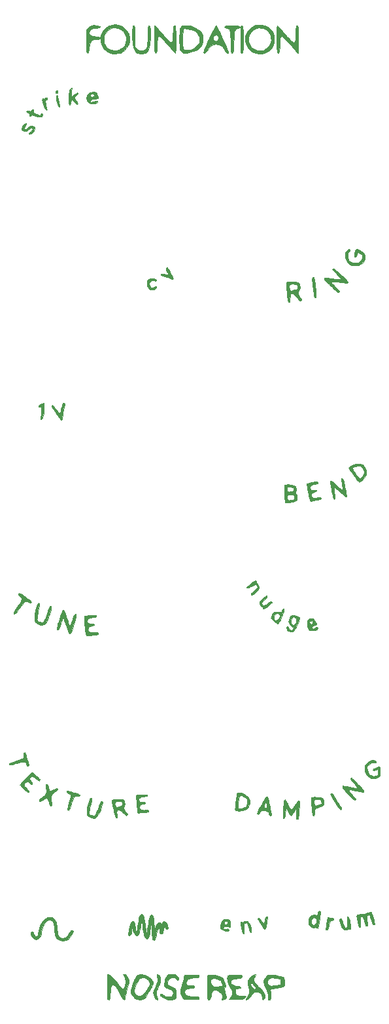
<source format=gbr>
G04 #@! TF.GenerationSoftware,KiCad,Pcbnew,5.1.10-88a1d61d58~88~ubuntu20.04.1*
G04 #@! TF.CreationDate,2021-04-30T11:29:13-07:00*
G04 #@! TF.ProjectId,foundationPanel,666f756e-6461-4746-996f-6e50616e656c,rev?*
G04 #@! TF.SameCoordinates,Original*
G04 #@! TF.FileFunction,Legend,Top*
G04 #@! TF.FilePolarity,Positive*
%FSLAX46Y46*%
G04 Gerber Fmt 4.6, Leading zero omitted, Abs format (unit mm)*
G04 Created by KiCad (PCBNEW 5.1.10-88a1d61d58~88~ubuntu20.04.1) date 2021-04-30 11:29:13*
%MOMM*%
%LPD*%
G01*
G04 APERTURE LIST*
%ADD10C,0.010000*%
G04 APERTURE END LIST*
D10*
G36*
X21560788Y117728616D02*
G01*
X21595346Y117695860D01*
X21623469Y117632830D01*
X21645784Y117532622D01*
X21662918Y117388333D01*
X21675499Y117193060D01*
X21684152Y116939900D01*
X21689506Y116621948D01*
X21692187Y116232302D01*
X21692833Y115825996D01*
X21692024Y115466419D01*
X21689719Y115133537D01*
X21686101Y114836830D01*
X21681355Y114585779D01*
X21675664Y114389862D01*
X21669211Y114258559D01*
X21662181Y114201351D01*
X21661342Y114199950D01*
X21643613Y114190629D01*
X21617119Y114196978D01*
X21576280Y114224764D01*
X21515516Y114279759D01*
X21429245Y114367732D01*
X21311887Y114494452D01*
X21157863Y114665690D01*
X20961590Y114887214D01*
X20717490Y115164795D01*
X20613909Y115282890D01*
X20398920Y115526000D01*
X20197243Y115750063D01*
X20016817Y115946569D01*
X19865578Y116107009D01*
X19751466Y116222873D01*
X19682416Y116285653D01*
X19671868Y116292761D01*
X19536079Y116328745D01*
X19423505Y116287029D01*
X19350976Y116180842D01*
X19335552Y116102056D01*
X19319912Y115954795D01*
X19305274Y115755236D01*
X19292854Y115519559D01*
X19284978Y115303833D01*
X19270973Y114942370D01*
X19251690Y114659166D01*
X19226026Y114447915D01*
X19192878Y114302313D01*
X19151142Y114216055D01*
X19099716Y114182836D01*
X19088713Y114182000D01*
X19011372Y114215128D01*
X18988013Y114249004D01*
X18971999Y114318782D01*
X18950448Y114450154D01*
X18926883Y114620534D01*
X18915112Y114716125D01*
X18904663Y114847864D01*
X18896358Y115039466D01*
X18890134Y115279105D01*
X18885928Y115554956D01*
X18883676Y115855196D01*
X18883317Y116168000D01*
X18884786Y116481543D01*
X18888021Y116784001D01*
X18892958Y117063550D01*
X18899536Y117308364D01*
X18907690Y117506620D01*
X18917357Y117646492D01*
X18928475Y117716157D01*
X18931132Y117720910D01*
X18949947Y117729868D01*
X18978705Y117721404D01*
X19023037Y117689675D01*
X19088574Y117628836D01*
X19180947Y117533044D01*
X19305787Y117396456D01*
X19468726Y117213228D01*
X19675393Y116977516D01*
X19931421Y116683477D01*
X19936887Y116677187D01*
X20205036Y116369896D01*
X20424680Y116121557D01*
X20601743Y115926268D01*
X20742146Y115778127D01*
X20851813Y115671231D01*
X20936664Y115599677D01*
X21002624Y115557564D01*
X21055613Y115538989D01*
X21081272Y115536667D01*
X21159564Y115569677D01*
X21235394Y115649118D01*
X21235810Y115649752D01*
X21261925Y115701408D01*
X21282443Y115774756D01*
X21298563Y115881584D01*
X21311488Y116033677D01*
X21322416Y116242822D01*
X21332548Y116520805D01*
X21336052Y116634002D01*
X21348832Y116982116D01*
X21364690Y117253499D01*
X21384939Y117456066D01*
X21410893Y117597734D01*
X21443864Y117686420D01*
X21485166Y117730040D01*
X21519169Y117738000D01*
X21560788Y117728616D01*
G37*
X21560788Y117728616D02*
X21595346Y117695860D01*
X21623469Y117632830D01*
X21645784Y117532622D01*
X21662918Y117388333D01*
X21675499Y117193060D01*
X21684152Y116939900D01*
X21689506Y116621948D01*
X21692187Y116232302D01*
X21692833Y115825996D01*
X21692024Y115466419D01*
X21689719Y115133537D01*
X21686101Y114836830D01*
X21681355Y114585779D01*
X21675664Y114389862D01*
X21669211Y114258559D01*
X21662181Y114201351D01*
X21661342Y114199950D01*
X21643613Y114190629D01*
X21617119Y114196978D01*
X21576280Y114224764D01*
X21515516Y114279759D01*
X21429245Y114367732D01*
X21311887Y114494452D01*
X21157863Y114665690D01*
X20961590Y114887214D01*
X20717490Y115164795D01*
X20613909Y115282890D01*
X20398920Y115526000D01*
X20197243Y115750063D01*
X20016817Y115946569D01*
X19865578Y116107009D01*
X19751466Y116222873D01*
X19682416Y116285653D01*
X19671868Y116292761D01*
X19536079Y116328745D01*
X19423505Y116287029D01*
X19350976Y116180842D01*
X19335552Y116102056D01*
X19319912Y115954795D01*
X19305274Y115755236D01*
X19292854Y115519559D01*
X19284978Y115303833D01*
X19270973Y114942370D01*
X19251690Y114659166D01*
X19226026Y114447915D01*
X19192878Y114302313D01*
X19151142Y114216055D01*
X19099716Y114182836D01*
X19088713Y114182000D01*
X19011372Y114215128D01*
X18988013Y114249004D01*
X18971999Y114318782D01*
X18950448Y114450154D01*
X18926883Y114620534D01*
X18915112Y114716125D01*
X18904663Y114847864D01*
X18896358Y115039466D01*
X18890134Y115279105D01*
X18885928Y115554956D01*
X18883676Y115855196D01*
X18883317Y116168000D01*
X18884786Y116481543D01*
X18888021Y116784001D01*
X18892958Y117063550D01*
X18899536Y117308364D01*
X18907690Y117506620D01*
X18917357Y117646492D01*
X18928475Y117716157D01*
X18931132Y117720910D01*
X18949947Y117729868D01*
X18978705Y117721404D01*
X19023037Y117689675D01*
X19088574Y117628836D01*
X19180947Y117533044D01*
X19305787Y117396456D01*
X19468726Y117213228D01*
X19675393Y116977516D01*
X19931421Y116683477D01*
X19936887Y116677187D01*
X20205036Y116369896D01*
X20424680Y116121557D01*
X20601743Y115926268D01*
X20742146Y115778127D01*
X20851813Y115671231D01*
X20936664Y115599677D01*
X21002624Y115557564D01*
X21055613Y115538989D01*
X21081272Y115536667D01*
X21159564Y115569677D01*
X21235394Y115649118D01*
X21235810Y115649752D01*
X21261925Y115701408D01*
X21282443Y115774756D01*
X21298563Y115881584D01*
X21311488Y116033677D01*
X21322416Y116242822D01*
X21332548Y116520805D01*
X21336052Y116634002D01*
X21348832Y116982116D01*
X21364690Y117253499D01*
X21384939Y117456066D01*
X21410893Y117597734D01*
X21443864Y117686420D01*
X21485166Y117730040D01*
X21519169Y117738000D01*
X21560788Y117728616D01*
G36*
X11351938Y117741683D02*
G01*
X11594144Y117707605D01*
X11759633Y117667882D01*
X11856307Y117619714D01*
X11892067Y117560304D01*
X11892666Y117550152D01*
X11850675Y117489473D01*
X11724786Y117439235D01*
X11515126Y117399473D01*
X11282455Y117374847D01*
X10996541Y117334397D01*
X10781218Y117262583D01*
X10626730Y117154731D01*
X10526455Y117012662D01*
X10479552Y116891132D01*
X10480465Y116792680D01*
X10497651Y116737946D01*
X10582077Y116577446D01*
X10703909Y116458618D01*
X10875271Y116375001D01*
X11108284Y116320131D01*
X11330364Y116293992D01*
X11513594Y116274198D01*
X11672568Y116249427D01*
X11782598Y116223836D01*
X11809168Y116213375D01*
X11880604Y116150539D01*
X11877437Y116085704D01*
X11809375Y116024597D01*
X11686130Y115972945D01*
X11517411Y115936475D01*
X11313339Y115920920D01*
X11060183Y115894398D01*
X10857841Y115819037D01*
X10701431Y115688685D01*
X10586074Y115497190D01*
X10506890Y115238401D01*
X10459000Y114906164D01*
X10453211Y114836555D01*
X10428331Y114571303D01*
X10398196Y114381991D01*
X10360304Y114259934D01*
X10312153Y114196450D01*
X10264626Y114182000D01*
X10214564Y114218227D01*
X10162380Y114308413D01*
X10149699Y114340750D01*
X10132276Y114414120D01*
X10118488Y114530056D01*
X10108040Y114696186D01*
X10100635Y114920136D01*
X10095978Y115209532D01*
X10093774Y115572000D01*
X10093500Y115790667D01*
X10093705Y116156017D01*
X10094752Y116446808D01*
X10097290Y116673146D01*
X10101965Y116845137D01*
X10109427Y116972889D01*
X10120321Y117066507D01*
X10135296Y117136098D01*
X10155001Y117191770D01*
X10180082Y117243629D01*
X10187521Y117257655D01*
X10339444Y117476929D01*
X10529724Y117631430D01*
X10765428Y117724095D01*
X11053623Y117757861D01*
X11351938Y117741683D01*
G37*
X11351938Y117741683D02*
X11594144Y117707605D01*
X11759633Y117667882D01*
X11856307Y117619714D01*
X11892067Y117560304D01*
X11892666Y117550152D01*
X11850675Y117489473D01*
X11724786Y117439235D01*
X11515126Y117399473D01*
X11282455Y117374847D01*
X10996541Y117334397D01*
X10781218Y117262583D01*
X10626730Y117154731D01*
X10526455Y117012662D01*
X10479552Y116891132D01*
X10480465Y116792680D01*
X10497651Y116737946D01*
X10582077Y116577446D01*
X10703909Y116458618D01*
X10875271Y116375001D01*
X11108284Y116320131D01*
X11330364Y116293992D01*
X11513594Y116274198D01*
X11672568Y116249427D01*
X11782598Y116223836D01*
X11809168Y116213375D01*
X11880604Y116150539D01*
X11877437Y116085704D01*
X11809375Y116024597D01*
X11686130Y115972945D01*
X11517411Y115936475D01*
X11313339Y115920920D01*
X11060183Y115894398D01*
X10857841Y115819037D01*
X10701431Y115688685D01*
X10586074Y115497190D01*
X10506890Y115238401D01*
X10459000Y114906164D01*
X10453211Y114836555D01*
X10428331Y114571303D01*
X10398196Y114381991D01*
X10360304Y114259934D01*
X10312153Y114196450D01*
X10264626Y114182000D01*
X10214564Y114218227D01*
X10162380Y114308413D01*
X10149699Y114340750D01*
X10132276Y114414120D01*
X10118488Y114530056D01*
X10108040Y114696186D01*
X10100635Y114920136D01*
X10095978Y115209532D01*
X10093774Y115572000D01*
X10093500Y115790667D01*
X10093705Y116156017D01*
X10094752Y116446808D01*
X10097290Y116673146D01*
X10101965Y116845137D01*
X10109427Y116972889D01*
X10120321Y117066507D01*
X10135296Y117136098D01*
X10155001Y117191770D01*
X10180082Y117243629D01*
X10187521Y117257655D01*
X10339444Y117476929D01*
X10529724Y117631430D01*
X10765428Y117724095D01*
X11053623Y117757861D01*
X11351938Y117741683D01*
G36*
X37438316Y117728854D02*
G01*
X37471478Y117696704D01*
X37498682Y117634487D01*
X37520623Y117535136D01*
X37537996Y117391585D01*
X37551497Y117196771D01*
X37561822Y116943626D01*
X37569665Y116625087D01*
X37575723Y116234087D01*
X37579404Y115900144D01*
X37582199Y115540512D01*
X37583425Y115204386D01*
X37583151Y114901948D01*
X37581443Y114643377D01*
X37578370Y114438856D01*
X37573999Y114298563D01*
X37568397Y114232679D01*
X37568355Y114232510D01*
X37542016Y114127565D01*
X37391949Y114271199D01*
X37325074Y114340368D01*
X37211448Y114463688D01*
X37059843Y114631389D01*
X36879032Y114833701D01*
X36677785Y115060856D01*
X36464875Y115303085D01*
X36442782Y115328329D01*
X36232339Y115566271D01*
X36034761Y115784713D01*
X35858244Y115974978D01*
X35710986Y116128388D01*
X35601185Y116236267D01*
X35537036Y116289936D01*
X35531641Y116292874D01*
X35431293Y116321810D01*
X35343306Y116293243D01*
X35320945Y116279282D01*
X35277311Y116244987D01*
X35243649Y116199128D01*
X35218282Y116130573D01*
X35199531Y116028194D01*
X35185721Y115880859D01*
X35175173Y115677438D01*
X35166210Y115406802D01*
X35161193Y115219167D01*
X35146698Y114855440D01*
X35123436Y114571748D01*
X35090676Y114363843D01*
X35047689Y114227476D01*
X34993745Y114158397D01*
X34977782Y114150917D01*
X34921325Y114170268D01*
X34882461Y114219112D01*
X34858104Y114297539D01*
X34831053Y114436193D01*
X34805684Y114610926D01*
X34795662Y114697934D01*
X34779993Y114893214D01*
X34768243Y115135810D01*
X34760236Y115414567D01*
X34755796Y115718329D01*
X34754745Y116035941D01*
X34756908Y116356248D01*
X34762108Y116668092D01*
X34770169Y116960320D01*
X34780914Y117221775D01*
X34794168Y117441302D01*
X34809754Y117607745D01*
X34827495Y117709949D01*
X34843717Y117738000D01*
X34879390Y117707207D01*
X34963157Y117620059D01*
X35087919Y117484403D01*
X35246574Y117308083D01*
X35432020Y117098947D01*
X35637157Y116864841D01*
X35715365Y116774917D01*
X35932516Y116525553D01*
X36138247Y116290832D01*
X36324225Y116080146D01*
X36482117Y115902883D01*
X36603590Y115768433D01*
X36680310Y115686187D01*
X36692167Y115674250D01*
X36835699Y115566993D01*
X36961936Y115541650D01*
X37069498Y115598297D01*
X37111774Y115651067D01*
X37138486Y115703319D01*
X37159338Y115776475D01*
X37175588Y115882589D01*
X37188491Y116033715D01*
X37199305Y116241906D01*
X37209286Y116519216D01*
X37212200Y116614150D01*
X37225917Y116973094D01*
X37243898Y117254200D01*
X37267264Y117464236D01*
X37297137Y117609973D01*
X37334640Y117698181D01*
X37380895Y117735628D01*
X37398500Y117738000D01*
X37438316Y117728854D01*
G37*
X37438316Y117728854D02*
X37471478Y117696704D01*
X37498682Y117634487D01*
X37520623Y117535136D01*
X37537996Y117391585D01*
X37551497Y117196771D01*
X37561822Y116943626D01*
X37569665Y116625087D01*
X37575723Y116234087D01*
X37579404Y115900144D01*
X37582199Y115540512D01*
X37583425Y115204386D01*
X37583151Y114901948D01*
X37581443Y114643377D01*
X37578370Y114438856D01*
X37573999Y114298563D01*
X37568397Y114232679D01*
X37568355Y114232510D01*
X37542016Y114127565D01*
X37391949Y114271199D01*
X37325074Y114340368D01*
X37211448Y114463688D01*
X37059843Y114631389D01*
X36879032Y114833701D01*
X36677785Y115060856D01*
X36464875Y115303085D01*
X36442782Y115328329D01*
X36232339Y115566271D01*
X36034761Y115784713D01*
X35858244Y115974978D01*
X35710986Y116128388D01*
X35601185Y116236267D01*
X35537036Y116289936D01*
X35531641Y116292874D01*
X35431293Y116321810D01*
X35343306Y116293243D01*
X35320945Y116279282D01*
X35277311Y116244987D01*
X35243649Y116199128D01*
X35218282Y116130573D01*
X35199531Y116028194D01*
X35185721Y115880859D01*
X35175173Y115677438D01*
X35166210Y115406802D01*
X35161193Y115219167D01*
X35146698Y114855440D01*
X35123436Y114571748D01*
X35090676Y114363843D01*
X35047689Y114227476D01*
X34993745Y114158397D01*
X34977782Y114150917D01*
X34921325Y114170268D01*
X34882461Y114219112D01*
X34858104Y114297539D01*
X34831053Y114436193D01*
X34805684Y114610926D01*
X34795662Y114697934D01*
X34779993Y114893214D01*
X34768243Y115135810D01*
X34760236Y115414567D01*
X34755796Y115718329D01*
X34754745Y116035941D01*
X34756908Y116356248D01*
X34762108Y116668092D01*
X34770169Y116960320D01*
X34780914Y117221775D01*
X34794168Y117441302D01*
X34809754Y117607745D01*
X34827495Y117709949D01*
X34843717Y117738000D01*
X34879390Y117707207D01*
X34963157Y117620059D01*
X35087919Y117484403D01*
X35246574Y117308083D01*
X35432020Y117098947D01*
X35637157Y116864841D01*
X35715365Y116774917D01*
X35932516Y116525553D01*
X36138247Y116290832D01*
X36324225Y116080146D01*
X36482117Y115902883D01*
X36603590Y115768433D01*
X36680310Y115686187D01*
X36692167Y115674250D01*
X36835699Y115566993D01*
X36961936Y115541650D01*
X37069498Y115598297D01*
X37111774Y115651067D01*
X37138486Y115703319D01*
X37159338Y115776475D01*
X37175588Y115882589D01*
X37188491Y116033715D01*
X37199305Y116241906D01*
X37209286Y116519216D01*
X37212200Y116614150D01*
X37225917Y116973094D01*
X37243898Y117254200D01*
X37267264Y117464236D01*
X37297137Y117609973D01*
X37334640Y117698181D01*
X37380895Y117735628D01*
X37398500Y117738000D01*
X37438316Y117728854D01*
G36*
X30328198Y117655595D02*
G01*
X30354109Y117600417D01*
X30370996Y117515636D01*
X30386097Y117358874D01*
X30399254Y117142799D01*
X30410308Y116880082D01*
X30419100Y116583391D01*
X30425472Y116265396D01*
X30429265Y115938766D01*
X30430319Y115616171D01*
X30428477Y115310279D01*
X30423580Y115033761D01*
X30415469Y114799286D01*
X30403985Y114619523D01*
X30392626Y114525678D01*
X30346329Y114314642D01*
X30295651Y114187287D01*
X30240845Y114143856D01*
X30182163Y114184589D01*
X30132885Y114277250D01*
X30117079Y114357513D01*
X30103530Y114510072D01*
X30092261Y114722944D01*
X30083295Y114984144D01*
X30076653Y115281688D01*
X30072358Y115603592D01*
X30070431Y115937871D01*
X30070895Y116272541D01*
X30073773Y116595618D01*
X30079085Y116895118D01*
X30086855Y117159056D01*
X30097105Y117375448D01*
X30109856Y117532310D01*
X30125131Y117617658D01*
X30126702Y117621583D01*
X30191863Y117715986D01*
X30261329Y117727109D01*
X30328198Y117655595D01*
G37*
X30328198Y117655595D02*
X30354109Y117600417D01*
X30370996Y117515636D01*
X30386097Y117358874D01*
X30399254Y117142799D01*
X30410308Y116880082D01*
X30419100Y116583391D01*
X30425472Y116265396D01*
X30429265Y115938766D01*
X30430319Y115616171D01*
X30428477Y115310279D01*
X30423580Y115033761D01*
X30415469Y114799286D01*
X30403985Y114619523D01*
X30392626Y114525678D01*
X30346329Y114314642D01*
X30295651Y114187287D01*
X30240845Y114143856D01*
X30182163Y114184589D01*
X30132885Y114277250D01*
X30117079Y114357513D01*
X30103530Y114510072D01*
X30092261Y114722944D01*
X30083295Y114984144D01*
X30076653Y115281688D01*
X30072358Y115603592D01*
X30070431Y115937871D01*
X30070895Y116272541D01*
X30073773Y116595618D01*
X30079085Y116895118D01*
X30086855Y117159056D01*
X30097105Y117375448D01*
X30109856Y117532310D01*
X30125131Y117617658D01*
X30126702Y117621583D01*
X30191863Y117715986D01*
X30261329Y117727109D01*
X30328198Y117655595D01*
G36*
X29481269Y117716987D02*
G01*
X29719358Y117685677D01*
X29887637Y117638086D01*
X29966270Y117589539D01*
X30006965Y117532857D01*
X29982399Y117480232D01*
X29961267Y117458125D01*
X29878812Y117411959D01*
X29751726Y117376193D01*
X29696815Y117367797D01*
X29527979Y117323120D01*
X29404970Y117224882D01*
X29314341Y117060420D01*
X29286774Y116981684D01*
X29272039Y116895903D01*
X29256896Y116736958D01*
X29242035Y116516343D01*
X29228147Y116245555D01*
X29215920Y115936089D01*
X29207674Y115663667D01*
X29195370Y115257940D01*
X29181719Y114931422D01*
X29166356Y114678658D01*
X29148910Y114494195D01*
X29129015Y114372580D01*
X29117953Y114333406D01*
X29060070Y114210381D01*
X29000339Y114148467D01*
X28949003Y114157117D01*
X28940002Y114169182D01*
X28901569Y114255418D01*
X28870583Y114380743D01*
X28846287Y114553383D01*
X28827929Y114781565D01*
X28814752Y115073513D01*
X28806002Y115437455D01*
X28802887Y115663667D01*
X28796884Y116052411D01*
X28787375Y116366585D01*
X28772870Y116616263D01*
X28751879Y116811519D01*
X28722911Y116962425D01*
X28684475Y117079054D01*
X28635081Y117171481D01*
X28573239Y117249778D01*
X28567238Y117256235D01*
X28473194Y117327467D01*
X28380437Y117357000D01*
X28236647Y117375604D01*
X28113747Y117423475D01*
X28036220Y117488705D01*
X28021666Y117531523D01*
X28041113Y117593316D01*
X28105284Y117640917D01*
X28222926Y117676454D01*
X28402785Y117702053D01*
X28653607Y117719841D01*
X28826000Y117727102D01*
X29180954Y117731100D01*
X29481269Y117716987D01*
G37*
X29481269Y117716987D02*
X29719358Y117685677D01*
X29887637Y117638086D01*
X29966270Y117589539D01*
X30006965Y117532857D01*
X29982399Y117480232D01*
X29961267Y117458125D01*
X29878812Y117411959D01*
X29751726Y117376193D01*
X29696815Y117367797D01*
X29527979Y117323120D01*
X29404970Y117224882D01*
X29314341Y117060420D01*
X29286774Y116981684D01*
X29272039Y116895903D01*
X29256896Y116736958D01*
X29242035Y116516343D01*
X29228147Y116245555D01*
X29215920Y115936089D01*
X29207674Y115663667D01*
X29195370Y115257940D01*
X29181719Y114931422D01*
X29166356Y114678658D01*
X29148910Y114494195D01*
X29129015Y114372580D01*
X29117953Y114333406D01*
X29060070Y114210381D01*
X29000339Y114148467D01*
X28949003Y114157117D01*
X28940002Y114169182D01*
X28901569Y114255418D01*
X28870583Y114380743D01*
X28846287Y114553383D01*
X28827929Y114781565D01*
X28814752Y115073513D01*
X28806002Y115437455D01*
X28802887Y115663667D01*
X28796884Y116052411D01*
X28787375Y116366585D01*
X28772870Y116616263D01*
X28751879Y116811519D01*
X28722911Y116962425D01*
X28684475Y117079054D01*
X28635081Y117171481D01*
X28573239Y117249778D01*
X28567238Y117256235D01*
X28473194Y117327467D01*
X28380437Y117357000D01*
X28236647Y117375604D01*
X28113747Y117423475D01*
X28036220Y117488705D01*
X28021666Y117531523D01*
X28041113Y117593316D01*
X28105284Y117640917D01*
X28222926Y117676454D01*
X28402785Y117702053D01*
X28653607Y117719841D01*
X28826000Y117727102D01*
X29180954Y117731100D01*
X29481269Y117716987D01*
G36*
X26944066Y117710949D02*
G01*
X26995613Y117627727D01*
X27072378Y117485229D01*
X27175901Y117280351D01*
X27307725Y117009990D01*
X27469390Y116671040D01*
X27662437Y116260398D01*
X27852479Y115852395D01*
X28055077Y115408190D01*
X28217030Y115035606D01*
X28339138Y114732434D01*
X28422200Y114496467D01*
X28467015Y114325495D01*
X28474381Y114217310D01*
X28458022Y114178089D01*
X28407741Y114147980D01*
X28349273Y114158594D01*
X28276331Y114216493D01*
X28182624Y114328235D01*
X28061863Y114500383D01*
X27907759Y114739495D01*
X27884926Y114775875D01*
X27698634Y114998122D01*
X27461197Y115165878D01*
X27190224Y115272573D01*
X26903323Y115311633D01*
X26618104Y115276486D01*
X26576268Y115264318D01*
X26271586Y115128549D01*
X26025177Y114931991D01*
X25838629Y114675924D01*
X25832487Y114664560D01*
X25744003Y114517157D01*
X25641292Y114373186D01*
X25539069Y114250467D01*
X25452049Y114166818D01*
X25399032Y114139667D01*
X25343454Y114165134D01*
X25340555Y114167889D01*
X25315286Y114213350D01*
X25309840Y114284686D01*
X25326421Y114387670D01*
X25367232Y114528076D01*
X25434473Y114711677D01*
X25530349Y114944245D01*
X25657062Y115231555D01*
X25816813Y115579380D01*
X26011807Y115993491D01*
X26049501Y116072542D01*
X26553038Y116072542D01*
X26581907Y115924301D01*
X26658892Y115805878D01*
X26775601Y115731195D01*
X26923642Y115714176D01*
X27064313Y115753825D01*
X27177747Y115846606D01*
X27235405Y115982800D01*
X27237834Y116142600D01*
X27185578Y116306202D01*
X27079182Y116453800D01*
X27044168Y116485895D01*
X26936202Y116554683D01*
X26841825Y116555473D01*
X26743516Y116484339D01*
X26673210Y116402780D01*
X26580675Y116236676D01*
X26553038Y116072542D01*
X26049501Y116072542D01*
X26137977Y116258087D01*
X26319421Y116636623D01*
X26468382Y116945485D01*
X26588491Y117191577D01*
X26683378Y117381804D01*
X26756673Y117523070D01*
X26812008Y117622279D01*
X26853014Y117686336D01*
X26883319Y117722145D01*
X26906557Y117736611D01*
X26916194Y117738000D01*
X26944066Y117710949D01*
G37*
X26944066Y117710949D02*
X26995613Y117627727D01*
X27072378Y117485229D01*
X27175901Y117280351D01*
X27307725Y117009990D01*
X27469390Y116671040D01*
X27662437Y116260398D01*
X27852479Y115852395D01*
X28055077Y115408190D01*
X28217030Y115035606D01*
X28339138Y114732434D01*
X28422200Y114496467D01*
X28467015Y114325495D01*
X28474381Y114217310D01*
X28458022Y114178089D01*
X28407741Y114147980D01*
X28349273Y114158594D01*
X28276331Y114216493D01*
X28182624Y114328235D01*
X28061863Y114500383D01*
X27907759Y114739495D01*
X27884926Y114775875D01*
X27698634Y114998122D01*
X27461197Y115165878D01*
X27190224Y115272573D01*
X26903323Y115311633D01*
X26618104Y115276486D01*
X26576268Y115264318D01*
X26271586Y115128549D01*
X26025177Y114931991D01*
X25838629Y114675924D01*
X25832487Y114664560D01*
X25744003Y114517157D01*
X25641292Y114373186D01*
X25539069Y114250467D01*
X25452049Y114166818D01*
X25399032Y114139667D01*
X25343454Y114165134D01*
X25340555Y114167889D01*
X25315286Y114213350D01*
X25309840Y114284686D01*
X25326421Y114387670D01*
X25367232Y114528076D01*
X25434473Y114711677D01*
X25530349Y114944245D01*
X25657062Y115231555D01*
X25816813Y115579380D01*
X26011807Y115993491D01*
X26049501Y116072542D01*
X26553038Y116072542D01*
X26581907Y115924301D01*
X26658892Y115805878D01*
X26775601Y115731195D01*
X26923642Y115714176D01*
X27064313Y115753825D01*
X27177747Y115846606D01*
X27235405Y115982800D01*
X27237834Y116142600D01*
X27185578Y116306202D01*
X27079182Y116453800D01*
X27044168Y116485895D01*
X26936202Y116554683D01*
X26841825Y116555473D01*
X26743516Y116484339D01*
X26673210Y116402780D01*
X26580675Y116236676D01*
X26553038Y116072542D01*
X26049501Y116072542D01*
X26137977Y116258087D01*
X26319421Y116636623D01*
X26468382Y116945485D01*
X26588491Y117191577D01*
X26683378Y117381804D01*
X26756673Y117523070D01*
X26812008Y117622279D01*
X26853014Y117686336D01*
X26883319Y117722145D01*
X26906557Y117736611D01*
X26916194Y117738000D01*
X26944066Y117710949D01*
G36*
X24032852Y117506176D02*
G01*
X24244678Y117394838D01*
X24457454Y117273989D01*
X24643268Y117159942D01*
X24751728Y117086054D01*
X24896734Y116971264D01*
X24991485Y116869458D01*
X25059244Y116751619D01*
X25100418Y116651128D01*
X25153692Y116451699D01*
X25187550Y116205559D01*
X25200869Y115942329D01*
X25192526Y115691633D01*
X25161397Y115483093D01*
X25146682Y115430833D01*
X24998603Y115112126D01*
X24782866Y114838635D01*
X24508464Y114619612D01*
X24219860Y114477115D01*
X23956923Y114388482D01*
X23674252Y114309748D01*
X23390805Y114244698D01*
X23125539Y114197115D01*
X22897412Y114170784D01*
X22725383Y114169491D01*
X22696485Y114173014D01*
X22573480Y114228507D01*
X22446327Y114344618D01*
X22333164Y114500287D01*
X22252133Y114674452D01*
X22244903Y114697358D01*
X22223157Y114789532D01*
X22206512Y114908481D01*
X22194410Y115065187D01*
X22186288Y115270633D01*
X22181587Y115535800D01*
X22179746Y115871670D01*
X22179666Y115975490D01*
X22179818Y116002333D01*
X22583329Y116002333D01*
X22585205Y115624973D01*
X22592867Y115322525D01*
X22607398Y115085366D01*
X22629880Y114903873D01*
X22661398Y114768422D01*
X22703033Y114669390D01*
X22739322Y114615917D01*
X22804556Y114587349D01*
X22946415Y114569879D01*
X23168349Y114563115D01*
X23208651Y114563000D01*
X23428295Y114566793D01*
X23586962Y114580397D01*
X23708094Y114607153D01*
X23812217Y114648983D01*
X23973147Y114746415D01*
X24165276Y114892948D01*
X24367754Y115070904D01*
X24559733Y115262605D01*
X24636494Y115347894D01*
X24718567Y115445883D01*
X24768270Y115524157D01*
X24793720Y115609141D01*
X24803035Y115727260D01*
X24804333Y115894251D01*
X24802207Y116071251D01*
X24790138Y116193928D01*
X24759585Y116292616D01*
X24702009Y116397647D01*
X24632790Y116503573D01*
X24415919Y116788918D01*
X24194868Y116997273D01*
X23960205Y117136152D01*
X23755506Y117202466D01*
X23532314Y117248430D01*
X23307208Y117288292D01*
X23098016Y117319588D01*
X22922567Y117339856D01*
X22798687Y117346631D01*
X22750336Y117341373D01*
X22700225Y117300773D01*
X22660349Y117216825D01*
X22629818Y117082380D01*
X22607740Y116890293D01*
X22593224Y116633417D01*
X22585379Y116304604D01*
X22583329Y116002333D01*
X22179818Y116002333D01*
X22181955Y116377755D01*
X22189751Y116705230D01*
X22204450Y116967690D01*
X22227445Y117174912D01*
X22260133Y117336673D01*
X22303906Y117462747D01*
X22360162Y117562912D01*
X22415991Y117631934D01*
X22460882Y117676087D01*
X22509741Y117705908D01*
X22579133Y117724202D01*
X22685625Y117733778D01*
X22845779Y117737440D01*
X23042025Y117738000D01*
X23569761Y117738000D01*
X24032852Y117506176D01*
G37*
X24032852Y117506176D02*
X24244678Y117394838D01*
X24457454Y117273989D01*
X24643268Y117159942D01*
X24751728Y117086054D01*
X24896734Y116971264D01*
X24991485Y116869458D01*
X25059244Y116751619D01*
X25100418Y116651128D01*
X25153692Y116451699D01*
X25187550Y116205559D01*
X25200869Y115942329D01*
X25192526Y115691633D01*
X25161397Y115483093D01*
X25146682Y115430833D01*
X24998603Y115112126D01*
X24782866Y114838635D01*
X24508464Y114619612D01*
X24219860Y114477115D01*
X23956923Y114388482D01*
X23674252Y114309748D01*
X23390805Y114244698D01*
X23125539Y114197115D01*
X22897412Y114170784D01*
X22725383Y114169491D01*
X22696485Y114173014D01*
X22573480Y114228507D01*
X22446327Y114344618D01*
X22333164Y114500287D01*
X22252133Y114674452D01*
X22244903Y114697358D01*
X22223157Y114789532D01*
X22206512Y114908481D01*
X22194410Y115065187D01*
X22186288Y115270633D01*
X22181587Y115535800D01*
X22179746Y115871670D01*
X22179666Y115975490D01*
X22179818Y116002333D01*
X22583329Y116002333D01*
X22585205Y115624973D01*
X22592867Y115322525D01*
X22607398Y115085366D01*
X22629880Y114903873D01*
X22661398Y114768422D01*
X22703033Y114669390D01*
X22739322Y114615917D01*
X22804556Y114587349D01*
X22946415Y114569879D01*
X23168349Y114563115D01*
X23208651Y114563000D01*
X23428295Y114566793D01*
X23586962Y114580397D01*
X23708094Y114607153D01*
X23812217Y114648983D01*
X23973147Y114746415D01*
X24165276Y114892948D01*
X24367754Y115070904D01*
X24559733Y115262605D01*
X24636494Y115347894D01*
X24718567Y115445883D01*
X24768270Y115524157D01*
X24793720Y115609141D01*
X24803035Y115727260D01*
X24804333Y115894251D01*
X24802207Y116071251D01*
X24790138Y116193928D01*
X24759585Y116292616D01*
X24702009Y116397647D01*
X24632790Y116503573D01*
X24415919Y116788918D01*
X24194868Y116997273D01*
X23960205Y117136152D01*
X23755506Y117202466D01*
X23532314Y117248430D01*
X23307208Y117288292D01*
X23098016Y117319588D01*
X22922567Y117339856D01*
X22798687Y117346631D01*
X22750336Y117341373D01*
X22700225Y117300773D01*
X22660349Y117216825D01*
X22629818Y117082380D01*
X22607740Y116890293D01*
X22593224Y116633417D01*
X22585379Y116304604D01*
X22583329Y116002333D01*
X22179818Y116002333D01*
X22181955Y116377755D01*
X22189751Y116705230D01*
X22204450Y116967690D01*
X22227445Y117174912D01*
X22260133Y117336673D01*
X22303906Y117462747D01*
X22360162Y117562912D01*
X22415991Y117631934D01*
X22460882Y117676087D01*
X22509741Y117705908D01*
X22579133Y117724202D01*
X22685625Y117733778D01*
X22845779Y117737440D01*
X23042025Y117738000D01*
X23569761Y117738000D01*
X24032852Y117506176D01*
G36*
X18278521Y117717253D02*
G01*
X18323535Y117648765D01*
X18359803Y117523169D01*
X18390086Y117331096D01*
X18415597Y117081166D01*
X18433985Y116569553D01*
X18407353Y116015331D01*
X18338383Y115445840D01*
X18229753Y114888422D01*
X18181979Y114697934D01*
X18104557Y114474856D01*
X18000695Y114311474D01*
X17858347Y114200068D01*
X17665468Y114132920D01*
X17410011Y114102309D01*
X17246219Y114098263D01*
X17041619Y114101890D01*
X16894450Y114116925D01*
X16777763Y114147837D01*
X16677198Y114192583D01*
X16535848Y114278352D01*
X16432198Y114380550D01*
X16353292Y114518716D01*
X16286175Y114712385D01*
X16254583Y114829848D01*
X16119070Y115515896D01*
X16054869Y116231202D01*
X16053262Y116806667D01*
X16068401Y117137362D01*
X16090746Y117389183D01*
X16121468Y117567708D01*
X16161742Y117678514D01*
X16212741Y117727178D01*
X16247311Y117729202D01*
X16292879Y117704341D01*
X16330004Y117644023D01*
X16359464Y117541170D01*
X16382036Y117388701D01*
X16398498Y117179539D01*
X16409626Y116906605D01*
X16416200Y116562819D01*
X16418926Y116166905D01*
X16422333Y114997976D01*
X16552508Y114833405D01*
X16743976Y114638553D01*
X16952091Y114522387D01*
X17187740Y114479122D01*
X17220268Y114478550D01*
X17475354Y114509379D01*
X17687268Y114607785D01*
X17873066Y114781837D01*
X17880568Y114790942D01*
X18022809Y114965167D01*
X18042329Y116192833D01*
X18050474Y116609055D01*
X18060904Y116947593D01*
X18074431Y117215419D01*
X18091865Y117419502D01*
X18114015Y117566813D01*
X18141694Y117664323D01*
X18175711Y117719002D01*
X18216876Y117737820D01*
X18222000Y117738000D01*
X18278521Y117717253D01*
G37*
X18278521Y117717253D02*
X18323535Y117648765D01*
X18359803Y117523169D01*
X18390086Y117331096D01*
X18415597Y117081166D01*
X18433985Y116569553D01*
X18407353Y116015331D01*
X18338383Y115445840D01*
X18229753Y114888422D01*
X18181979Y114697934D01*
X18104557Y114474856D01*
X18000695Y114311474D01*
X17858347Y114200068D01*
X17665468Y114132920D01*
X17410011Y114102309D01*
X17246219Y114098263D01*
X17041619Y114101890D01*
X16894450Y114116925D01*
X16777763Y114147837D01*
X16677198Y114192583D01*
X16535848Y114278352D01*
X16432198Y114380550D01*
X16353292Y114518716D01*
X16286175Y114712385D01*
X16254583Y114829848D01*
X16119070Y115515896D01*
X16054869Y116231202D01*
X16053262Y116806667D01*
X16068401Y117137362D01*
X16090746Y117389183D01*
X16121468Y117567708D01*
X16161742Y117678514D01*
X16212741Y117727178D01*
X16247311Y117729202D01*
X16292879Y117704341D01*
X16330004Y117644023D01*
X16359464Y117541170D01*
X16382036Y117388701D01*
X16398498Y117179539D01*
X16409626Y116906605D01*
X16416200Y116562819D01*
X16418926Y116166905D01*
X16422333Y114997976D01*
X16552508Y114833405D01*
X16743976Y114638553D01*
X16952091Y114522387D01*
X17187740Y114479122D01*
X17220268Y114478550D01*
X17475354Y114509379D01*
X17687268Y114607785D01*
X17873066Y114781837D01*
X17880568Y114790942D01*
X18022809Y114965167D01*
X18042329Y116192833D01*
X18050474Y116609055D01*
X18060904Y116947593D01*
X18074431Y117215419D01*
X18091865Y117419502D01*
X18114015Y117566813D01*
X18141694Y117664323D01*
X18175711Y117719002D01*
X18216876Y117737820D01*
X18222000Y117738000D01*
X18278521Y117717253D01*
G36*
X14185067Y117812603D02*
G01*
X14529745Y117713927D01*
X14851274Y117553468D01*
X15138591Y117333055D01*
X15380631Y117054516D01*
X15522077Y116816127D01*
X15588027Y116680209D01*
X15632699Y116573165D01*
X15660238Y116472772D01*
X15674788Y116356809D01*
X15680493Y116203054D01*
X15681498Y115989286D01*
X15681500Y115961306D01*
X15680598Y115738313D01*
X15675335Y115578158D01*
X15661876Y115459012D01*
X15636386Y115359046D01*
X15595029Y115256434D01*
X15536069Y115133610D01*
X15324424Y114796480D01*
X15051086Y114514079D01*
X14724165Y114294498D01*
X14664334Y114264236D01*
X14524696Y114199859D01*
X14407549Y114157516D01*
X14286806Y114131870D01*
X14136383Y114117584D01*
X13930196Y114109321D01*
X13903500Y114108564D01*
X13663793Y114105810D01*
X13485011Y114114409D01*
X13343911Y114136510D01*
X13225613Y114171252D01*
X12861777Y114338525D01*
X12553477Y114563801D01*
X12434888Y114680423D01*
X12202050Y114987926D01*
X12041722Y115327276D01*
X11953614Y115687091D01*
X11941648Y115960000D01*
X12379709Y115960000D01*
X12384011Y115743941D01*
X12399791Y115585724D01*
X12431078Y115458855D01*
X12471009Y115359897D01*
X12588330Y115162522D01*
X12751895Y114959389D01*
X12934281Y114781655D01*
X13065106Y114684887D01*
X13351558Y114554499D01*
X13670694Y114488522D01*
X13997559Y114489353D01*
X14307198Y114559385D01*
X14320792Y114564376D01*
X14647097Y114727010D01*
X14910252Y114944799D01*
X15107001Y115213054D01*
X15234088Y115527087D01*
X15288257Y115882209D01*
X15290061Y115960000D01*
X15251622Y116317366D01*
X15137490Y116641010D01*
X14951994Y116923838D01*
X14699459Y117158756D01*
X14475000Y117296051D01*
X14191986Y117397095D01*
X13877451Y117439243D01*
X13562253Y117420833D01*
X13321558Y117358115D01*
X13066277Y117224615D01*
X12823303Y117030325D01*
X12617633Y116798164D01*
X12497969Y116603050D01*
X12440469Y116475523D01*
X12405155Y116360907D01*
X12386813Y116230843D01*
X12380226Y116056973D01*
X12379709Y115960000D01*
X11941648Y115960000D01*
X11937439Y116055988D01*
X11992907Y116422584D01*
X12119729Y116775496D01*
X12317618Y117103341D01*
X12501699Y117315248D01*
X12796156Y117552911D01*
X13122786Y117719650D01*
X13470524Y117817293D01*
X13828306Y117847668D01*
X14185067Y117812603D01*
G37*
X14185067Y117812603D02*
X14529745Y117713927D01*
X14851274Y117553468D01*
X15138591Y117333055D01*
X15380631Y117054516D01*
X15522077Y116816127D01*
X15588027Y116680209D01*
X15632699Y116573165D01*
X15660238Y116472772D01*
X15674788Y116356809D01*
X15680493Y116203054D01*
X15681498Y115989286D01*
X15681500Y115961306D01*
X15680598Y115738313D01*
X15675335Y115578158D01*
X15661876Y115459012D01*
X15636386Y115359046D01*
X15595029Y115256434D01*
X15536069Y115133610D01*
X15324424Y114796480D01*
X15051086Y114514079D01*
X14724165Y114294498D01*
X14664334Y114264236D01*
X14524696Y114199859D01*
X14407549Y114157516D01*
X14286806Y114131870D01*
X14136383Y114117584D01*
X13930196Y114109321D01*
X13903500Y114108564D01*
X13663793Y114105810D01*
X13485011Y114114409D01*
X13343911Y114136510D01*
X13225613Y114171252D01*
X12861777Y114338525D01*
X12553477Y114563801D01*
X12434888Y114680423D01*
X12202050Y114987926D01*
X12041722Y115327276D01*
X11953614Y115687091D01*
X11941648Y115960000D01*
X12379709Y115960000D01*
X12384011Y115743941D01*
X12399791Y115585724D01*
X12431078Y115458855D01*
X12471009Y115359897D01*
X12588330Y115162522D01*
X12751895Y114959389D01*
X12934281Y114781655D01*
X13065106Y114684887D01*
X13351558Y114554499D01*
X13670694Y114488522D01*
X13997559Y114489353D01*
X14307198Y114559385D01*
X14320792Y114564376D01*
X14647097Y114727010D01*
X14910252Y114944799D01*
X15107001Y115213054D01*
X15234088Y115527087D01*
X15288257Y115882209D01*
X15290061Y115960000D01*
X15251622Y116317366D01*
X15137490Y116641010D01*
X14951994Y116923838D01*
X14699459Y117158756D01*
X14475000Y117296051D01*
X14191986Y117397095D01*
X13877451Y117439243D01*
X13562253Y117420833D01*
X13321558Y117358115D01*
X13066277Y117224615D01*
X12823303Y117030325D01*
X12617633Y116798164D01*
X12497969Y116603050D01*
X12440469Y116475523D01*
X12405155Y116360907D01*
X12386813Y116230843D01*
X12380226Y116056973D01*
X12379709Y115960000D01*
X11941648Y115960000D01*
X11937439Y116055988D01*
X11992907Y116422584D01*
X12119729Y116775496D01*
X12317618Y117103341D01*
X12501699Y117315248D01*
X12796156Y117552911D01*
X13122786Y117719650D01*
X13470524Y117817293D01*
X13828306Y117847668D01*
X14185067Y117812603D01*
G36*
X32834425Y117805291D02*
G01*
X33184912Y117735095D01*
X33501888Y117597034D01*
X33799556Y117386047D01*
X33907727Y117288406D01*
X34147120Y117015620D01*
X34314899Y116717722D01*
X34414854Y116384297D01*
X34450779Y116004930D01*
X34446642Y115808172D01*
X34432157Y115601784D01*
X34408698Y115446834D01*
X34368097Y115310097D01*
X34302185Y115158347D01*
X34271279Y115094840D01*
X34066220Y114771329D01*
X33803397Y114501721D01*
X33494252Y114291146D01*
X33150225Y114144730D01*
X32782760Y114067603D01*
X32403296Y114064891D01*
X32096865Y114120261D01*
X31716256Y114263130D01*
X31387126Y114469152D01*
X31114925Y114731288D01*
X30905107Y115042497D01*
X30763122Y115395739D01*
X30694423Y115783972D01*
X30688667Y115938833D01*
X31133166Y115938833D01*
X31134943Y115740307D01*
X31143989Y115599911D01*
X31165875Y115491127D01*
X31206172Y115387436D01*
X31270451Y115262318D01*
X31278363Y115247699D01*
X31483876Y114949374D01*
X31735683Y114718724D01*
X32025241Y114558911D01*
X32344007Y114473102D01*
X32683439Y114464460D01*
X33034995Y114536149D01*
X33119911Y114565543D01*
X33410052Y114717317D01*
X33654159Y114931709D01*
X33845234Y115196203D01*
X33976277Y115498286D01*
X34040290Y115825443D01*
X34030276Y116165162D01*
X34026899Y116187363D01*
X33954841Y116471447D01*
X33828545Y116722655D01*
X33634428Y116967736D01*
X33626241Y116976530D01*
X33369212Y117193008D01*
X33077089Y117339391D01*
X32762905Y117415239D01*
X32439693Y117420113D01*
X32120489Y117353574D01*
X31818326Y117215183D01*
X31589481Y117045138D01*
X31478974Y116924859D01*
X31361421Y116765513D01*
X31277061Y116627527D01*
X31210658Y116499789D01*
X31168596Y116395531D01*
X31145346Y116288295D01*
X31135382Y116151623D01*
X31133173Y115959058D01*
X31133166Y115938833D01*
X30688667Y115938833D01*
X30688666Y115938834D01*
X30728481Y116336762D01*
X30844266Y116707113D01*
X31030527Y117040931D01*
X31281773Y117329263D01*
X31592512Y117563151D01*
X31731364Y117639026D01*
X31897125Y117715958D01*
X32036744Y117764395D01*
X32184075Y117792676D01*
X32372970Y117809142D01*
X32436221Y117812682D01*
X32834425Y117805291D01*
G37*
X32834425Y117805291D02*
X33184912Y117735095D01*
X33501888Y117597034D01*
X33799556Y117386047D01*
X33907727Y117288406D01*
X34147120Y117015620D01*
X34314899Y116717722D01*
X34414854Y116384297D01*
X34450779Y116004930D01*
X34446642Y115808172D01*
X34432157Y115601784D01*
X34408698Y115446834D01*
X34368097Y115310097D01*
X34302185Y115158347D01*
X34271279Y115094840D01*
X34066220Y114771329D01*
X33803397Y114501721D01*
X33494252Y114291146D01*
X33150225Y114144730D01*
X32782760Y114067603D01*
X32403296Y114064891D01*
X32096865Y114120261D01*
X31716256Y114263130D01*
X31387126Y114469152D01*
X31114925Y114731288D01*
X30905107Y115042497D01*
X30763122Y115395739D01*
X30694423Y115783972D01*
X30688667Y115938833D01*
X31133166Y115938833D01*
X31134943Y115740307D01*
X31143989Y115599911D01*
X31165875Y115491127D01*
X31206172Y115387436D01*
X31270451Y115262318D01*
X31278363Y115247699D01*
X31483876Y114949374D01*
X31735683Y114718724D01*
X32025241Y114558911D01*
X32344007Y114473102D01*
X32683439Y114464460D01*
X33034995Y114536149D01*
X33119911Y114565543D01*
X33410052Y114717317D01*
X33654159Y114931709D01*
X33845234Y115196203D01*
X33976277Y115498286D01*
X34040290Y115825443D01*
X34030276Y116165162D01*
X34026899Y116187363D01*
X33954841Y116471447D01*
X33828545Y116722655D01*
X33634428Y116967736D01*
X33626241Y116976530D01*
X33369212Y117193008D01*
X33077089Y117339391D01*
X32762905Y117415239D01*
X32439693Y117420113D01*
X32120489Y117353574D01*
X31818326Y117215183D01*
X31589481Y117045138D01*
X31478974Y116924859D01*
X31361421Y116765513D01*
X31277061Y116627527D01*
X31210658Y116499789D01*
X31168596Y116395531D01*
X31145346Y116288295D01*
X31135382Y116151623D01*
X31133173Y115959058D01*
X31133166Y115938833D01*
X30688667Y115938833D01*
X30688666Y115938834D01*
X30728481Y116336762D01*
X30844266Y116707113D01*
X31030527Y117040931D01*
X31281773Y117329263D01*
X31592512Y117563151D01*
X31731364Y117639026D01*
X31897125Y117715958D01*
X32036744Y117764395D01*
X32184075Y117792676D01*
X32372970Y117809142D01*
X32436221Y117812682D01*
X32834425Y117805291D01*
G36*
X6377914Y109322331D02*
G01*
X6421712Y109232057D01*
X6424142Y109215495D01*
X6417278Y109106302D01*
X6387208Y109035940D01*
X6305567Y108984665D01*
X6210644Y108979079D01*
X6163555Y109003222D01*
X6142515Y109062743D01*
X6135333Y109146206D01*
X6161613Y109260150D01*
X6225628Y109331042D01*
X6305141Y109353547D01*
X6377914Y109322331D01*
G37*
X6377914Y109322331D02*
X6421712Y109232057D01*
X6424142Y109215495D01*
X6417278Y109106302D01*
X6387208Y109035940D01*
X6305567Y108984665D01*
X6210644Y108979079D01*
X6163555Y109003222D01*
X6142515Y109062743D01*
X6135333Y109146206D01*
X6161613Y109260150D01*
X6225628Y109331042D01*
X6305141Y109353547D01*
X6377914Y109322331D01*
G36*
X11308770Y109115474D02*
G01*
X11348026Y109094612D01*
X11389021Y109036710D01*
X11445661Y108926153D01*
X11509491Y108783819D01*
X11572055Y108630587D01*
X11624899Y108487333D01*
X11659567Y108374937D01*
X11667604Y108314274D01*
X11665586Y108310476D01*
X11617316Y108298393D01*
X11504225Y108282487D01*
X11345920Y108265292D01*
X11245357Y108256092D01*
X11059908Y108236060D01*
X10898593Y108211140D01*
X10785702Y108185412D01*
X10755614Y108173850D01*
X10676727Y108096354D01*
X10632818Y107987742D01*
X10637944Y107886620D01*
X10645535Y107871579D01*
X10704606Y107845899D01*
X10817433Y107841467D01*
X10956696Y107855143D01*
X11095075Y107883782D01*
X11205250Y107924241D01*
X11229505Y107938762D01*
X11350859Y107993231D01*
X11467777Y107997352D01*
X11553454Y107953079D01*
X11576179Y107913477D01*
X11592633Y107839484D01*
X11589615Y107814995D01*
X11324449Y107666019D01*
X11048733Y107600542D01*
X10764651Y107619000D01*
X10695531Y107635951D01*
X10469176Y107738120D01*
X10300125Y107894835D01*
X10193561Y108093919D01*
X10154670Y108323196D01*
X10188635Y108570486D01*
X10239273Y108707617D01*
X10252591Y108727549D01*
X10622666Y108727549D01*
X10640104Y108622351D01*
X10673466Y108560133D01*
X10767108Y108516941D01*
X10897205Y108510901D01*
X11025501Y108539328D01*
X11106340Y108590509D01*
X11158236Y108690421D01*
X11165818Y108770426D01*
X11115596Y108851703D01*
X10996793Y108888235D01*
X10813301Y108879050D01*
X10764147Y108870706D01*
X10666007Y108841127D01*
X10627529Y108786666D01*
X10622666Y108727549D01*
X10252591Y108727549D01*
X10370721Y108904337D01*
X10559947Y109040942D01*
X10808586Y109118380D01*
X10978681Y109136465D01*
X11181442Y109137102D01*
X11308770Y109115474D01*
G37*
X11308770Y109115474D02*
X11348026Y109094612D01*
X11389021Y109036710D01*
X11445661Y108926153D01*
X11509491Y108783819D01*
X11572055Y108630587D01*
X11624899Y108487333D01*
X11659567Y108374937D01*
X11667604Y108314274D01*
X11665586Y108310476D01*
X11617316Y108298393D01*
X11504225Y108282487D01*
X11345920Y108265292D01*
X11245357Y108256092D01*
X11059908Y108236060D01*
X10898593Y108211140D01*
X10785702Y108185412D01*
X10755614Y108173850D01*
X10676727Y108096354D01*
X10632818Y107987742D01*
X10637944Y107886620D01*
X10645535Y107871579D01*
X10704606Y107845899D01*
X10817433Y107841467D01*
X10956696Y107855143D01*
X11095075Y107883782D01*
X11205250Y107924241D01*
X11229505Y107938762D01*
X11350859Y107993231D01*
X11467777Y107997352D01*
X11553454Y107953079D01*
X11576179Y107913477D01*
X11592633Y107839484D01*
X11589615Y107814995D01*
X11324449Y107666019D01*
X11048733Y107600542D01*
X10764651Y107619000D01*
X10695531Y107635951D01*
X10469176Y107738120D01*
X10300125Y107894835D01*
X10193561Y108093919D01*
X10154670Y108323196D01*
X10188635Y108570486D01*
X10239273Y108707617D01*
X10252591Y108727549D01*
X10622666Y108727549D01*
X10640104Y108622351D01*
X10673466Y108560133D01*
X10767108Y108516941D01*
X10897205Y108510901D01*
X11025501Y108539328D01*
X11106340Y108590509D01*
X11158236Y108690421D01*
X11165818Y108770426D01*
X11115596Y108851703D01*
X10996793Y108888235D01*
X10813301Y108879050D01*
X10764147Y108870706D01*
X10666007Y108841127D01*
X10627529Y108786666D01*
X10622666Y108727549D01*
X10252591Y108727549D01*
X10370721Y108904337D01*
X10559947Y109040942D01*
X10808586Y109118380D01*
X10978681Y109136465D01*
X11181442Y109137102D01*
X11308770Y109115474D01*
G36*
X8271021Y109638142D02*
G01*
X8280021Y109586404D01*
X8277756Y109578250D01*
X8213619Y109335393D01*
X8168256Y109102695D01*
X8142871Y108894613D01*
X8138666Y108725604D01*
X8156845Y108610125D01*
X8193321Y108563915D01*
X8244282Y108582749D01*
X8342280Y108646058D01*
X8470681Y108742512D01*
X8548709Y108805982D01*
X8727390Y108945860D01*
X8856919Y109023774D01*
X8943523Y109041806D01*
X8993429Y109002037D01*
X9006950Y108959175D01*
X8981612Y108877002D01*
X8882353Y108760638D01*
X8820464Y108703445D01*
X8693893Y108576177D01*
X8628146Y108459419D01*
X8623054Y108336186D01*
X8678449Y108189491D01*
X8794166Y108002348D01*
X8813279Y107974668D01*
X8901658Y107837043D01*
X8962856Y107720813D01*
X8986426Y107646527D01*
X8985139Y107636714D01*
X8929234Y107578106D01*
X8839469Y107590063D01*
X8723423Y107669320D01*
X8595054Y107804807D01*
X8487916Y107928012D01*
X8389732Y108028991D01*
X8325107Y108083394D01*
X8232048Y108106258D01*
X8158630Y108049194D01*
X8107011Y107915118D01*
X8083082Y107756820D01*
X8066304Y107617010D01*
X8041619Y107541063D01*
X7999761Y107508186D01*
X7969226Y107501363D01*
X7911507Y107504377D01*
X7876020Y107547244D01*
X7849775Y107649449D01*
X7842226Y107691863D01*
X7819958Y107901665D01*
X7812316Y108160831D01*
X7818278Y108440367D01*
X7836823Y108711280D01*
X7866930Y108944578D01*
X7890233Y109054873D01*
X7958527Y109299214D01*
X8018192Y109470592D01*
X8074619Y109579543D01*
X8133199Y109636600D01*
X8195949Y109652333D01*
X8271021Y109638142D01*
G37*
X8271021Y109638142D02*
X8280021Y109586404D01*
X8277756Y109578250D01*
X8213619Y109335393D01*
X8168256Y109102695D01*
X8142871Y108894613D01*
X8138666Y108725604D01*
X8156845Y108610125D01*
X8193321Y108563915D01*
X8244282Y108582749D01*
X8342280Y108646058D01*
X8470681Y108742512D01*
X8548709Y108805982D01*
X8727390Y108945860D01*
X8856919Y109023774D01*
X8943523Y109041806D01*
X8993429Y109002037D01*
X9006950Y108959175D01*
X8981612Y108877002D01*
X8882353Y108760638D01*
X8820464Y108703445D01*
X8693893Y108576177D01*
X8628146Y108459419D01*
X8623054Y108336186D01*
X8678449Y108189491D01*
X8794166Y108002348D01*
X8813279Y107974668D01*
X8901658Y107837043D01*
X8962856Y107720813D01*
X8986426Y107646527D01*
X8985139Y107636714D01*
X8929234Y107578106D01*
X8839469Y107590063D01*
X8723423Y107669320D01*
X8595054Y107804807D01*
X8487916Y107928012D01*
X8389732Y108028991D01*
X8325107Y108083394D01*
X8232048Y108106258D01*
X8158630Y108049194D01*
X8107011Y107915118D01*
X8083082Y107756820D01*
X8066304Y107617010D01*
X8041619Y107541063D01*
X7999761Y107508186D01*
X7969226Y107501363D01*
X7911507Y107504377D01*
X7876020Y107547244D01*
X7849775Y107649449D01*
X7842226Y107691863D01*
X7819958Y107901665D01*
X7812316Y108160831D01*
X7818278Y108440367D01*
X7836823Y108711280D01*
X7866930Y108944578D01*
X7890233Y109054873D01*
X7958527Y109299214D01*
X8018192Y109470592D01*
X8074619Y109579543D01*
X8133199Y109636600D01*
X8195949Y109652333D01*
X8271021Y109638142D01*
G36*
X6356147Y108692799D02*
G01*
X6398050Y108587540D01*
X6406763Y108541083D01*
X6426041Y108434679D01*
X6458598Y108271210D01*
X6499814Y108072286D01*
X6545067Y107859515D01*
X6589733Y107654503D01*
X6629193Y107478858D01*
X6658823Y107354188D01*
X6668235Y107318665D01*
X6651744Y107252588D01*
X6599863Y107226770D01*
X6525187Y107230286D01*
X6473923Y107300503D01*
X6467210Y107316772D01*
X6373362Y107579437D01*
X6295859Y107843550D01*
X6237376Y108094522D01*
X6200590Y108317767D01*
X6188176Y108498696D01*
X6202811Y108622721D01*
X6221041Y108658755D01*
X6296517Y108716935D01*
X6356147Y108692799D01*
G37*
X6356147Y108692799D02*
X6398050Y108587540D01*
X6406763Y108541083D01*
X6426041Y108434679D01*
X6458598Y108271210D01*
X6499814Y108072286D01*
X6545067Y107859515D01*
X6589733Y107654503D01*
X6629193Y107478858D01*
X6658823Y107354188D01*
X6668235Y107318665D01*
X6651744Y107252588D01*
X6599863Y107226770D01*
X6525187Y107230286D01*
X6473923Y107300503D01*
X6467210Y107316772D01*
X6373362Y107579437D01*
X6295859Y107843550D01*
X6237376Y108094522D01*
X6200590Y108317767D01*
X6188176Y108498696D01*
X6202811Y108622721D01*
X6221041Y108658755D01*
X6296517Y108716935D01*
X6356147Y108692799D01*
G36*
X5024791Y108387771D02*
G01*
X5058399Y108331914D01*
X5061889Y108256165D01*
X5012244Y108176885D01*
X4946532Y108112903D01*
X4858260Y108023116D01*
X4819162Y107938298D01*
X4812758Y107818017D01*
X4813891Y107787500D01*
X4831704Y107636423D01*
X4868776Y107452268D01*
X4904388Y107318593D01*
X4964250Y107109549D01*
X4994915Y106967548D01*
X4997402Y106880543D01*
X4972731Y106836487D01*
X4946106Y106825811D01*
X4862639Y106843197D01*
X4834110Y106867101D01*
X4772732Y106969996D01*
X4699509Y107134202D01*
X4621484Y107338497D01*
X4545702Y107561660D01*
X4479207Y107782469D01*
X4429044Y107979703D01*
X4402257Y108132140D01*
X4399666Y108175870D01*
X4424277Y108273959D01*
X4483551Y108316194D01*
X4555654Y108290137D01*
X4571346Y108273673D01*
X4614601Y108241077D01*
X4665257Y108263631D01*
X4720586Y108318523D01*
X4829840Y108399955D01*
X4938628Y108423331D01*
X5024791Y108387771D01*
G37*
X5024791Y108387771D02*
X5058399Y108331914D01*
X5061889Y108256165D01*
X5012244Y108176885D01*
X4946532Y108112903D01*
X4858260Y108023116D01*
X4819162Y107938298D01*
X4812758Y107818017D01*
X4813891Y107787500D01*
X4831704Y107636423D01*
X4868776Y107452268D01*
X4904388Y107318593D01*
X4964250Y107109549D01*
X4994915Y106967548D01*
X4997402Y106880543D01*
X4972731Y106836487D01*
X4946106Y106825811D01*
X4862639Y106843197D01*
X4834110Y106867101D01*
X4772732Y106969996D01*
X4699509Y107134202D01*
X4621484Y107338497D01*
X4545702Y107561660D01*
X4479207Y107782469D01*
X4429044Y107979703D01*
X4402257Y108132140D01*
X4399666Y108175870D01*
X4424277Y108273959D01*
X4483551Y108316194D01*
X4555654Y108290137D01*
X4571346Y108273673D01*
X4614601Y108241077D01*
X4665257Y108263631D01*
X4720586Y108318523D01*
X4829840Y108399955D01*
X4938628Y108423331D01*
X5024791Y108387771D01*
G36*
X3192562Y106885590D02*
G01*
X3240686Y106848218D01*
X3252981Y106771540D01*
X3245347Y106690830D01*
X3240115Y106585412D01*
X3265089Y106503431D01*
X3332478Y106432476D01*
X3454488Y106360135D01*
X3643327Y106273993D01*
X3664011Y106265143D01*
X3862778Y106186497D01*
X4003413Y106149163D01*
X4101525Y106152856D01*
X4172725Y106197294D01*
X4216544Y106255083D01*
X4269425Y106339353D01*
X4298423Y106385079D01*
X4298997Y106385949D01*
X4341222Y106386441D01*
X4396476Y106372513D01*
X4467819Y106313434D01*
X4479667Y106212879D01*
X4432015Y106089617D01*
X4396594Y106038543D01*
X4329801Y105970427D01*
X4249048Y105937604D01*
X4122399Y105928644D01*
X4089677Y105928702D01*
X3941082Y105943980D01*
X3744693Y105983657D01*
X3531516Y106041166D01*
X3475173Y106058876D01*
X3291420Y106117067D01*
X3169953Y106149698D01*
X3093113Y106159094D01*
X3043244Y106147581D01*
X3006173Y106120673D01*
X2907911Y106066532D01*
X2840583Y106054000D01*
X2777514Y106068394D01*
X2752076Y106127385D01*
X2748666Y106200382D01*
X2739359Y106293712D01*
X2698622Y106361214D01*
X2607231Y106428926D01*
X2558166Y106458405D01*
X2430574Y106549653D01*
X2370807Y106631117D01*
X2367666Y106650689D01*
X2394488Y106712000D01*
X2479222Y106730046D01*
X2628268Y106705382D01*
X2716990Y106680806D01*
X2825505Y106653092D01*
X2893654Y106662348D01*
X2958334Y106720438D01*
X3001577Y106772333D01*
X3094858Y106866433D01*
X3169488Y106891198D01*
X3192562Y106885590D01*
G37*
X3192562Y106885590D02*
X3240686Y106848218D01*
X3252981Y106771540D01*
X3245347Y106690830D01*
X3240115Y106585412D01*
X3265089Y106503431D01*
X3332478Y106432476D01*
X3454488Y106360135D01*
X3643327Y106273993D01*
X3664011Y106265143D01*
X3862778Y106186497D01*
X4003413Y106149163D01*
X4101525Y106152856D01*
X4172725Y106197294D01*
X4216544Y106255083D01*
X4269425Y106339353D01*
X4298423Y106385079D01*
X4298997Y106385949D01*
X4341222Y106386441D01*
X4396476Y106372513D01*
X4467819Y106313434D01*
X4479667Y106212879D01*
X4432015Y106089617D01*
X4396594Y106038543D01*
X4329801Y105970427D01*
X4249048Y105937604D01*
X4122399Y105928644D01*
X4089677Y105928702D01*
X3941082Y105943980D01*
X3744693Y105983657D01*
X3531516Y106041166D01*
X3475173Y106058876D01*
X3291420Y106117067D01*
X3169953Y106149698D01*
X3093113Y106159094D01*
X3043244Y106147581D01*
X3006173Y106120673D01*
X2907911Y106066532D01*
X2840583Y106054000D01*
X2777514Y106068394D01*
X2752076Y106127385D01*
X2748666Y106200382D01*
X2739359Y106293712D01*
X2698622Y106361214D01*
X2607231Y106428926D01*
X2558166Y106458405D01*
X2430574Y106549653D01*
X2370807Y106631117D01*
X2367666Y106650689D01*
X2394488Y106712000D01*
X2479222Y106730046D01*
X2628268Y106705382D01*
X2716990Y106680806D01*
X2825505Y106653092D01*
X2893654Y106662348D01*
X2958334Y106720438D01*
X3001577Y106772333D01*
X3094858Y106866433D01*
X3169488Y106891198D01*
X3192562Y106885590D01*
G36*
X2354154Y105018695D02*
G01*
X2351985Y104935529D01*
X2279981Y104821399D01*
X2222135Y104762544D01*
X2133400Y104661643D01*
X2064216Y104548449D01*
X2026848Y104447762D01*
X2033561Y104384383D01*
X2034586Y104383303D01*
X2082951Y104362478D01*
X2163500Y104339147D01*
X2242013Y104333022D01*
X2321753Y104365312D01*
X2426991Y104447270D01*
X2459746Y104476492D01*
X2625175Y104619839D01*
X2753114Y104711496D01*
X2863429Y104762054D01*
X2975985Y104782103D01*
X3036509Y104784000D01*
X3178446Y104769387D01*
X3286547Y104712447D01*
X3349810Y104655036D01*
X3433303Y104557102D01*
X3462004Y104469758D01*
X3455718Y104383996D01*
X3384639Y104179345D01*
X3250239Y103986167D01*
X3072585Y103830587D01*
X2996320Y103785951D01*
X2857873Y103718934D01*
X2772004Y103690269D01*
X2717257Y103697228D01*
X2672175Y103737082D01*
X2666350Y103744001D01*
X2652702Y103818043D01*
X2721841Y103906736D01*
X2873270Y104009500D01*
X2911020Y104030414D01*
X3018776Y104117952D01*
X3108578Y104238488D01*
X3117906Y104256681D01*
X3162248Y104357355D01*
X3167330Y104412974D01*
X3132047Y104454068D01*
X3110165Y104470517D01*
X3045577Y104510918D01*
X2986705Y104520796D01*
X2916651Y104493473D01*
X2818516Y104422270D01*
X2675404Y104300508D01*
X2671572Y104297167D01*
X2532206Y104179994D01*
X2430674Y104110038D01*
X2344070Y104075535D01*
X2249487Y104064719D01*
X2218237Y104064333D01*
X2058937Y104082266D01*
X1903654Y104126524D01*
X1877877Y104137769D01*
X1780110Y104190852D01*
X1741232Y104246170D01*
X1742671Y104338672D01*
X1748518Y104381185D01*
X1788597Y104604260D01*
X1839081Y104762227D01*
X1909322Y104874640D01*
X2008668Y104961050D01*
X2033679Y104977454D01*
X2185798Y105050152D01*
X2295690Y105060400D01*
X2354154Y105018695D01*
G37*
X2354154Y105018695D02*
X2351985Y104935529D01*
X2279981Y104821399D01*
X2222135Y104762544D01*
X2133400Y104661643D01*
X2064216Y104548449D01*
X2026848Y104447762D01*
X2033561Y104384383D01*
X2034586Y104383303D01*
X2082951Y104362478D01*
X2163500Y104339147D01*
X2242013Y104333022D01*
X2321753Y104365312D01*
X2426991Y104447270D01*
X2459746Y104476492D01*
X2625175Y104619839D01*
X2753114Y104711496D01*
X2863429Y104762054D01*
X2975985Y104782103D01*
X3036509Y104784000D01*
X3178446Y104769387D01*
X3286547Y104712447D01*
X3349810Y104655036D01*
X3433303Y104557102D01*
X3462004Y104469758D01*
X3455718Y104383996D01*
X3384639Y104179345D01*
X3250239Y103986167D01*
X3072585Y103830587D01*
X2996320Y103785951D01*
X2857873Y103718934D01*
X2772004Y103690269D01*
X2717257Y103697228D01*
X2672175Y103737082D01*
X2666350Y103744001D01*
X2652702Y103818043D01*
X2721841Y103906736D01*
X2873270Y104009500D01*
X2911020Y104030414D01*
X3018776Y104117952D01*
X3108578Y104238488D01*
X3117906Y104256681D01*
X3162248Y104357355D01*
X3167330Y104412974D01*
X3132047Y104454068D01*
X3110165Y104470517D01*
X3045577Y104510918D01*
X2986705Y104520796D01*
X2916651Y104493473D01*
X2818516Y104422270D01*
X2675404Y104300508D01*
X2671572Y104297167D01*
X2532206Y104179994D01*
X2430674Y104110038D01*
X2344070Y104075535D01*
X2249487Y104064719D01*
X2218237Y104064333D01*
X2058937Y104082266D01*
X1903654Y104126524D01*
X1877877Y104137769D01*
X1780110Y104190852D01*
X1741232Y104246170D01*
X1742671Y104338672D01*
X1748518Y104381185D01*
X1788597Y104604260D01*
X1839081Y104762227D01*
X1909322Y104874640D01*
X2008668Y104961050D01*
X2033679Y104977454D01*
X2185798Y105050152D01*
X2295690Y105060400D01*
X2354154Y105018695D01*
G36*
X44190276Y88825791D02*
G01*
X44264842Y88752184D01*
X44260691Y88652287D01*
X44177568Y88524713D01*
X44124602Y88468070D01*
X43971539Y88315006D01*
X43988240Y87899195D01*
X44003821Y87661102D01*
X44029576Y87495072D01*
X44067542Y87388893D01*
X44075609Y87375531D01*
X44198064Y87256231D01*
X44381650Y87159697D01*
X44604924Y87089975D01*
X44846448Y87051109D01*
X45084779Y87047145D01*
X45298477Y87082129D01*
X45407435Y87124250D01*
X45622770Y87275671D01*
X45769315Y87476131D01*
X45840227Y87682181D01*
X45873671Y87853244D01*
X45878718Y87970325D01*
X45844934Y88057068D01*
X45761886Y88137118D01*
X45619140Y88234119D01*
X45587795Y88254247D01*
X45447166Y88339216D01*
X45332501Y88398939D01*
X45262644Y88423945D01*
X45252385Y88422817D01*
X45218798Y88369175D01*
X45187512Y88270071D01*
X45185929Y88262931D01*
X45148757Y88126069D01*
X45098949Y87981080D01*
X45095917Y87973353D01*
X45046876Y87873601D01*
X44993188Y87837208D01*
X44931745Y87840705D01*
X44861357Y87867998D01*
X44832679Y87931355D01*
X44828625Y88014352D01*
X44839459Y88146664D01*
X44866994Y88312203D01*
X44905084Y88484514D01*
X44947584Y88637140D01*
X44988348Y88743625D01*
X45003860Y88768698D01*
X45081785Y88816159D01*
X45199962Y88812387D01*
X45365520Y88755673D01*
X45585591Y88644312D01*
X45631075Y88618601D01*
X45845210Y88488529D01*
X45993713Y88375751D01*
X46089131Y88265061D01*
X46144015Y88141254D01*
X46170913Y87989124D01*
X46173435Y87961415D01*
X46165359Y87634992D01*
X46085512Y87348236D01*
X45936217Y87105858D01*
X45719795Y86912566D01*
X45629068Y86857627D01*
X45501507Y86794222D01*
X45383850Y86754913D01*
X45246354Y86733019D01*
X45059278Y86721861D01*
X45018500Y86720491D01*
X44749552Y86722935D01*
X44536231Y86747486D01*
X44454337Y86768107D01*
X44175066Y86891654D01*
X43958658Y87063802D01*
X43799100Y87291785D01*
X43690380Y87582837D01*
X43658406Y87725762D01*
X43617725Y88016482D01*
X43621544Y88248543D01*
X43674532Y88438002D01*
X43781361Y88600913D01*
X43946701Y88753333D01*
X43960394Y88763878D01*
X44061929Y88831170D01*
X44134159Y88845976D01*
X44190276Y88825791D01*
G37*
X44190276Y88825791D02*
X44264842Y88752184D01*
X44260691Y88652287D01*
X44177568Y88524713D01*
X44124602Y88468070D01*
X43971539Y88315006D01*
X43988240Y87899195D01*
X44003821Y87661102D01*
X44029576Y87495072D01*
X44067542Y87388893D01*
X44075609Y87375531D01*
X44198064Y87256231D01*
X44381650Y87159697D01*
X44604924Y87089975D01*
X44846448Y87051109D01*
X45084779Y87047145D01*
X45298477Y87082129D01*
X45407435Y87124250D01*
X45622770Y87275671D01*
X45769315Y87476131D01*
X45840227Y87682181D01*
X45873671Y87853244D01*
X45878718Y87970325D01*
X45844934Y88057068D01*
X45761886Y88137118D01*
X45619140Y88234119D01*
X45587795Y88254247D01*
X45447166Y88339216D01*
X45332501Y88398939D01*
X45262644Y88423945D01*
X45252385Y88422817D01*
X45218798Y88369175D01*
X45187512Y88270071D01*
X45185929Y88262931D01*
X45148757Y88126069D01*
X45098949Y87981080D01*
X45095917Y87973353D01*
X45046876Y87873601D01*
X44993188Y87837208D01*
X44931745Y87840705D01*
X44861357Y87867998D01*
X44832679Y87931355D01*
X44828625Y88014352D01*
X44839459Y88146664D01*
X44866994Y88312203D01*
X44905084Y88484514D01*
X44947584Y88637140D01*
X44988348Y88743625D01*
X45003860Y88768698D01*
X45081785Y88816159D01*
X45199962Y88812387D01*
X45365520Y88755673D01*
X45585591Y88644312D01*
X45631075Y88618601D01*
X45845210Y88488529D01*
X45993713Y88375751D01*
X46089131Y88265061D01*
X46144015Y88141254D01*
X46170913Y87989124D01*
X46173435Y87961415D01*
X46165359Y87634992D01*
X46085512Y87348236D01*
X45936217Y87105858D01*
X45719795Y86912566D01*
X45629068Y86857627D01*
X45501507Y86794222D01*
X45383850Y86754913D01*
X45246354Y86733019D01*
X45059278Y86721861D01*
X45018500Y86720491D01*
X44749552Y86722935D01*
X44536231Y86747486D01*
X44454337Y86768107D01*
X44175066Y86891654D01*
X43958658Y87063802D01*
X43799100Y87291785D01*
X43690380Y87582837D01*
X43658406Y87725762D01*
X43617725Y88016482D01*
X43621544Y88248543D01*
X43674532Y88438002D01*
X43781361Y88600913D01*
X43946701Y88753333D01*
X43960394Y88763878D01*
X44061929Y88831170D01*
X44134159Y88845976D01*
X44190276Y88825791D01*
G36*
X20651734Y86417989D02*
G01*
X20707995Y86324298D01*
X20773189Y86192603D01*
X20775327Y86187901D01*
X20849377Y86036251D01*
X20951729Y85841927D01*
X21066543Y85634504D01*
X21139298Y85508449D01*
X21263198Y85288256D01*
X21335607Y85131264D01*
X21355130Y85032418D01*
X21320372Y84986663D01*
X21229937Y84988945D01*
X21082431Y85034209D01*
X21015500Y85059890D01*
X20889479Y85105522D01*
X20707369Y85165955D01*
X20494559Y85232974D01*
X20297407Y85292238D01*
X20056439Y85365839D01*
X19888773Y85426105D01*
X19785274Y85478994D01*
X19736806Y85530465D01*
X19734233Y85586476D01*
X19761210Y85641955D01*
X19793266Y85664813D01*
X19858092Y85667016D01*
X19970664Y85646780D01*
X20145961Y85602320D01*
X20186379Y85591320D01*
X20415143Y85532777D01*
X20570719Y85507589D01*
X20659927Y85521408D01*
X20689587Y85579885D01*
X20666517Y85688672D01*
X20597536Y85853420D01*
X20571033Y85910116D01*
X20480878Y86131812D01*
X20449065Y86294084D01*
X20475767Y86399029D01*
X20561161Y86448746D01*
X20616374Y86453667D01*
X20651734Y86417989D01*
G37*
X20651734Y86417989D02*
X20707995Y86324298D01*
X20773189Y86192603D01*
X20775327Y86187901D01*
X20849377Y86036251D01*
X20951729Y85841927D01*
X21066543Y85634504D01*
X21139298Y85508449D01*
X21263198Y85288256D01*
X21335607Y85131264D01*
X21355130Y85032418D01*
X21320372Y84986663D01*
X21229937Y84988945D01*
X21082431Y85034209D01*
X21015500Y85059890D01*
X20889479Y85105522D01*
X20707369Y85165955D01*
X20494559Y85232974D01*
X20297407Y85292238D01*
X20056439Y85365839D01*
X19888773Y85426105D01*
X19785274Y85478994D01*
X19736806Y85530465D01*
X19734233Y85586476D01*
X19761210Y85641955D01*
X19793266Y85664813D01*
X19858092Y85667016D01*
X19970664Y85646780D01*
X20145961Y85602320D01*
X20186379Y85591320D01*
X20415143Y85532777D01*
X20570719Y85507589D01*
X20659927Y85521408D01*
X20689587Y85579885D01*
X20666517Y85688672D01*
X20597536Y85853420D01*
X20571033Y85910116D01*
X20480878Y86131812D01*
X20449065Y86294084D01*
X20475767Y86399029D01*
X20561161Y86448746D01*
X20616374Y86453667D01*
X20651734Y86417989D01*
G36*
X18873201Y85030811D02*
G01*
X19023484Y84983753D01*
X19129947Y84914287D01*
X19173764Y84824908D01*
X19174000Y84817404D01*
X19144426Y84738346D01*
X19059372Y84718671D01*
X18924334Y84759025D01*
X18875929Y84782398D01*
X18719928Y84819798D01*
X18558894Y84788441D01*
X18414384Y84699952D01*
X18307957Y84565956D01*
X18268331Y84454742D01*
X18263369Y84271641D01*
X18313223Y84098336D01*
X18406061Y83954088D01*
X18530047Y83858162D01*
X18652738Y83829000D01*
X18753873Y83849922D01*
X18879747Y83902028D01*
X18914903Y83920995D01*
X19063569Y83984129D01*
X19163928Y83985940D01*
X19208636Y83939202D01*
X19190348Y83856689D01*
X19101722Y83751174D01*
X19040648Y83702266D01*
X18836133Y83600588D01*
X18615001Y83569471D01*
X18399985Y83609861D01*
X18280677Y83670592D01*
X18120676Y83822155D01*
X18012456Y84017617D01*
X17957061Y84238046D01*
X17955538Y84464509D01*
X18008929Y84678074D01*
X18118280Y84859809D01*
X18210347Y84945082D01*
X18347669Y85012596D01*
X18516469Y85047727D01*
X18697920Y85052967D01*
X18873201Y85030811D01*
G37*
X18873201Y85030811D02*
X19023484Y84983753D01*
X19129947Y84914287D01*
X19173764Y84824908D01*
X19174000Y84817404D01*
X19144426Y84738346D01*
X19059372Y84718671D01*
X18924334Y84759025D01*
X18875929Y84782398D01*
X18719928Y84819798D01*
X18558894Y84788441D01*
X18414384Y84699952D01*
X18307957Y84565956D01*
X18268331Y84454742D01*
X18263369Y84271641D01*
X18313223Y84098336D01*
X18406061Y83954088D01*
X18530047Y83858162D01*
X18652738Y83829000D01*
X18753873Y83849922D01*
X18879747Y83902028D01*
X18914903Y83920995D01*
X19063569Y83984129D01*
X19163928Y83985940D01*
X19208636Y83939202D01*
X19190348Y83856689D01*
X19101722Y83751174D01*
X19040648Y83702266D01*
X18836133Y83600588D01*
X18615001Y83569471D01*
X18399985Y83609861D01*
X18280677Y83670592D01*
X18120676Y83822155D01*
X18012456Y84017617D01*
X17957061Y84238046D01*
X17955538Y84464509D01*
X18008929Y84678074D01*
X18118280Y84859809D01*
X18210347Y84945082D01*
X18347669Y85012596D01*
X18516469Y85047727D01*
X18697920Y85052967D01*
X18873201Y85030811D01*
G36*
X42186937Y86297225D02*
G01*
X42310080Y86216505D01*
X42474784Y86086226D01*
X42684909Y85903314D01*
X42944315Y85664694D01*
X43256862Y85367291D01*
X43295651Y85329892D01*
X43522878Y85109155D01*
X43694972Y84937998D01*
X43818894Y84808443D01*
X43901601Y84712509D01*
X43950053Y84642217D01*
X43971208Y84589589D01*
X43972984Y84553267D01*
X43960325Y84490386D01*
X43926684Y84459182D01*
X43850155Y84450987D01*
X43727333Y84456072D01*
X43607757Y84466372D01*
X43423697Y84486532D01*
X43194457Y84514241D01*
X42939340Y84547189D01*
X42742946Y84573905D01*
X42432025Y84615170D01*
X42196470Y84640570D01*
X42028306Y84649171D01*
X41919560Y84640038D01*
X41862257Y84612235D01*
X41848423Y84564829D01*
X41870084Y84496882D01*
X41881993Y84472961D01*
X41940202Y84393762D01*
X42044657Y84279652D01*
X42176865Y84150287D01*
X42237909Y84094628D01*
X42400841Y83942827D01*
X42567643Y83776644D01*
X42707626Y83626883D01*
X42733497Y83597186D01*
X42836949Y83470541D01*
X42889231Y83388112D01*
X42898404Y83333612D01*
X42880646Y83299809D01*
X42826950Y83254134D01*
X42762351Y83245665D01*
X42675849Y83279583D01*
X42556442Y83361073D01*
X42393129Y83495315D01*
X42307541Y83569779D01*
X42139589Y83720094D01*
X41932802Y83909263D01*
X41709020Y84117088D01*
X41490080Y84323368D01*
X41402581Y84406833D01*
X41210840Y84591802D01*
X41073063Y84729098D01*
X40981227Y84828719D01*
X40927310Y84900666D01*
X40903290Y84954938D01*
X40901146Y85001537D01*
X40905971Y85025888D01*
X40917205Y85068767D01*
X40933284Y85100825D01*
X40964106Y85121962D01*
X41019570Y85132077D01*
X41109576Y85131070D01*
X41244022Y85118840D01*
X41432807Y85095286D01*
X41685830Y85060308D01*
X42006655Y85014707D01*
X42334305Y84969760D01*
X42587522Y84939664D01*
X42775239Y84924488D01*
X42906387Y84924300D01*
X42989902Y84939169D01*
X43034714Y84969165D01*
X43049758Y85014357D01*
X43050000Y85022768D01*
X43021524Y85066978D01*
X42942497Y85160205D01*
X42822518Y85291878D01*
X42671186Y85451431D01*
X42520833Y85605363D01*
X42349642Y85781992D01*
X42201529Y85941712D01*
X42086151Y86073541D01*
X42013165Y86166498D01*
X41991666Y86207068D01*
X42021869Y86290719D01*
X42049895Y86322292D01*
X42101496Y86331463D01*
X42186937Y86297225D01*
G37*
X42186937Y86297225D02*
X42310080Y86216505D01*
X42474784Y86086226D01*
X42684909Y85903314D01*
X42944315Y85664694D01*
X43256862Y85367291D01*
X43295651Y85329892D01*
X43522878Y85109155D01*
X43694972Y84937998D01*
X43818894Y84808443D01*
X43901601Y84712509D01*
X43950053Y84642217D01*
X43971208Y84589589D01*
X43972984Y84553267D01*
X43960325Y84490386D01*
X43926684Y84459182D01*
X43850155Y84450987D01*
X43727333Y84456072D01*
X43607757Y84466372D01*
X43423697Y84486532D01*
X43194457Y84514241D01*
X42939340Y84547189D01*
X42742946Y84573905D01*
X42432025Y84615170D01*
X42196470Y84640570D01*
X42028306Y84649171D01*
X41919560Y84640038D01*
X41862257Y84612235D01*
X41848423Y84564829D01*
X41870084Y84496882D01*
X41881993Y84472961D01*
X41940202Y84393762D01*
X42044657Y84279652D01*
X42176865Y84150287D01*
X42237909Y84094628D01*
X42400841Y83942827D01*
X42567643Y83776644D01*
X42707626Y83626883D01*
X42733497Y83597186D01*
X42836949Y83470541D01*
X42889231Y83388112D01*
X42898404Y83333612D01*
X42880646Y83299809D01*
X42826950Y83254134D01*
X42762351Y83245665D01*
X42675849Y83279583D01*
X42556442Y83361073D01*
X42393129Y83495315D01*
X42307541Y83569779D01*
X42139589Y83720094D01*
X41932802Y83909263D01*
X41709020Y84117088D01*
X41490080Y84323368D01*
X41402581Y84406833D01*
X41210840Y84591802D01*
X41073063Y84729098D01*
X40981227Y84828719D01*
X40927310Y84900666D01*
X40903290Y84954938D01*
X40901146Y85001537D01*
X40905971Y85025888D01*
X40917205Y85068767D01*
X40933284Y85100825D01*
X40964106Y85121962D01*
X41019570Y85132077D01*
X41109576Y85131070D01*
X41244022Y85118840D01*
X41432807Y85095286D01*
X41685830Y85060308D01*
X42006655Y85014707D01*
X42334305Y84969760D01*
X42587522Y84939664D01*
X42775239Y84924488D01*
X42906387Y84924300D01*
X42989902Y84939169D01*
X43034714Y84969165D01*
X43049758Y85014357D01*
X43050000Y85022768D01*
X43021524Y85066978D01*
X42942497Y85160205D01*
X42822518Y85291878D01*
X42671186Y85451431D01*
X42520833Y85605363D01*
X42349642Y85781992D01*
X42201529Y85941712D01*
X42086151Y86073541D01*
X42013165Y86166498D01*
X41991666Y86207068D01*
X42021869Y86290719D01*
X42049895Y86322292D01*
X42101496Y86331463D01*
X42186937Y86297225D01*
G36*
X39545996Y85166678D02*
G01*
X39594134Y85101070D01*
X39619860Y85024917D01*
X39646288Y84904234D01*
X39677913Y84716276D01*
X39712697Y84478122D01*
X39748601Y84206855D01*
X39783587Y83919554D01*
X39815616Y83633301D01*
X39842649Y83365177D01*
X39862649Y83132262D01*
X39873575Y82951638D01*
X39875000Y82887200D01*
X39873708Y82722376D01*
X39866164Y82624681D01*
X39846868Y82576581D01*
X39810316Y82560542D01*
X39772019Y82559000D01*
X39679667Y82587406D01*
X39647215Y82633083D01*
X39617622Y82761751D01*
X39582840Y82957937D01*
X39544955Y83204809D01*
X39506053Y83485531D01*
X39468217Y83783271D01*
X39433534Y84081192D01*
X39404088Y84362463D01*
X39381964Y84610247D01*
X39369247Y84807710D01*
X39367000Y84895491D01*
X39368720Y85047711D01*
X39378373Y85133963D01*
X39402693Y85172938D01*
X39448415Y85183326D01*
X39470843Y85183667D01*
X39545996Y85166678D01*
G37*
X39545996Y85166678D02*
X39594134Y85101070D01*
X39619860Y85024917D01*
X39646288Y84904234D01*
X39677913Y84716276D01*
X39712697Y84478122D01*
X39748601Y84206855D01*
X39783587Y83919554D01*
X39815616Y83633301D01*
X39842649Y83365177D01*
X39862649Y83132262D01*
X39873575Y82951638D01*
X39875000Y82887200D01*
X39873708Y82722376D01*
X39866164Y82624681D01*
X39846868Y82576581D01*
X39810316Y82560542D01*
X39772019Y82559000D01*
X39679667Y82587406D01*
X39647215Y82633083D01*
X39617622Y82761751D01*
X39582840Y82957937D01*
X39544955Y83204809D01*
X39506053Y83485531D01*
X39468217Y83783271D01*
X39433534Y84081192D01*
X39404088Y84362463D01*
X39381964Y84610247D01*
X39369247Y84807710D01*
X39367000Y84895491D01*
X39368720Y85047711D01*
X39378373Y85133963D01*
X39402693Y85172938D01*
X39448415Y85183326D01*
X39470843Y85183667D01*
X39545996Y85166678D01*
G36*
X36965381Y84613067D02*
G01*
X37202380Y84583445D01*
X37406406Y84540994D01*
X37557049Y84488664D01*
X37607824Y84458279D01*
X37695638Y84342142D01*
X37754906Y84165206D01*
X37791115Y83955384D01*
X37792562Y83795445D01*
X37755704Y83656573D01*
X37676996Y83509951D01*
X37673666Y83504682D01*
X37576540Y83319096D01*
X37541847Y83152565D01*
X37571499Y82986318D01*
X37667407Y82801582D01*
X37758333Y82673021D01*
X37893440Y82471770D01*
X37958940Y82317156D01*
X37954819Y82209576D01*
X37881060Y82149422D01*
X37778921Y82135667D01*
X37731929Y82168148D01*
X37649716Y82255944D01*
X37545002Y82384586D01*
X37459240Y82499322D01*
X37248544Y82765541D01*
X37055182Y82957407D01*
X36881768Y83072713D01*
X36737068Y83109333D01*
X36638637Y83087649D01*
X36567728Y83016841D01*
X36521161Y82888280D01*
X36495759Y82693337D01*
X36488333Y82434102D01*
X36487645Y82241417D01*
X36483085Y82117980D01*
X36470907Y82048372D01*
X36447366Y82017174D01*
X36408718Y82008967D01*
X36384998Y82008667D01*
X36297316Y82021510D01*
X36259964Y82043776D01*
X36239991Y82110934D01*
X36214231Y82251006D01*
X36184079Y82452543D01*
X36150928Y82704097D01*
X36116172Y82994220D01*
X36081204Y83311464D01*
X36047419Y83644381D01*
X36030678Y83825228D01*
X36369828Y83825228D01*
X36430222Y83649486D01*
X36490486Y83560712D01*
X36553503Y83495195D01*
X36625621Y83461461D01*
X36723444Y83459644D01*
X36863574Y83489880D01*
X37062613Y83552303D01*
X37102166Y83565671D01*
X37282716Y83631678D01*
X37394646Y83693162D01*
X37450743Y83768854D01*
X37463798Y83877487D01*
X37446601Y84037790D01*
X37442665Y84064369D01*
X37426199Y84153446D01*
X37398399Y84214448D01*
X37344199Y84254582D01*
X37248531Y84281057D01*
X37096325Y84301081D01*
X36911666Y84318374D01*
X36693863Y84325263D01*
X36542784Y84295900D01*
X36445794Y84223538D01*
X36390259Y84101431D01*
X36376046Y84032382D01*
X36369828Y83825228D01*
X36030678Y83825228D01*
X36016209Y83981522D01*
X35998329Y84193005D01*
X35986098Y84359673D01*
X35990250Y84472269D01*
X36023954Y84542667D01*
X36100376Y84582740D01*
X36232686Y84604362D01*
X36434050Y84619406D01*
X36474116Y84622033D01*
X36715822Y84626913D01*
X36965381Y84613067D01*
G37*
X36965381Y84613067D02*
X37202380Y84583445D01*
X37406406Y84540994D01*
X37557049Y84488664D01*
X37607824Y84458279D01*
X37695638Y84342142D01*
X37754906Y84165206D01*
X37791115Y83955384D01*
X37792562Y83795445D01*
X37755704Y83656573D01*
X37676996Y83509951D01*
X37673666Y83504682D01*
X37576540Y83319096D01*
X37541847Y83152565D01*
X37571499Y82986318D01*
X37667407Y82801582D01*
X37758333Y82673021D01*
X37893440Y82471770D01*
X37958940Y82317156D01*
X37954819Y82209576D01*
X37881060Y82149422D01*
X37778921Y82135667D01*
X37731929Y82168148D01*
X37649716Y82255944D01*
X37545002Y82384586D01*
X37459240Y82499322D01*
X37248544Y82765541D01*
X37055182Y82957407D01*
X36881768Y83072713D01*
X36737068Y83109333D01*
X36638637Y83087649D01*
X36567728Y83016841D01*
X36521161Y82888280D01*
X36495759Y82693337D01*
X36488333Y82434102D01*
X36487645Y82241417D01*
X36483085Y82117980D01*
X36470907Y82048372D01*
X36447366Y82017174D01*
X36408718Y82008967D01*
X36384998Y82008667D01*
X36297316Y82021510D01*
X36259964Y82043776D01*
X36239991Y82110934D01*
X36214231Y82251006D01*
X36184079Y82452543D01*
X36150928Y82704097D01*
X36116172Y82994220D01*
X36081204Y83311464D01*
X36047419Y83644381D01*
X36030678Y83825228D01*
X36369828Y83825228D01*
X36430222Y83649486D01*
X36490486Y83560712D01*
X36553503Y83495195D01*
X36625621Y83461461D01*
X36723444Y83459644D01*
X36863574Y83489880D01*
X37062613Y83552303D01*
X37102166Y83565671D01*
X37282716Y83631678D01*
X37394646Y83693162D01*
X37450743Y83768854D01*
X37463798Y83877487D01*
X37446601Y84037790D01*
X37442665Y84064369D01*
X37426199Y84153446D01*
X37398399Y84214448D01*
X37344199Y84254582D01*
X37248531Y84281057D01*
X37096325Y84301081D01*
X36911666Y84318374D01*
X36693863Y84325263D01*
X36542784Y84295900D01*
X36445794Y84223538D01*
X36390259Y84101431D01*
X36376046Y84032382D01*
X36369828Y83825228D01*
X36030678Y83825228D01*
X36016209Y83981522D01*
X35998329Y84193005D01*
X35986098Y84359673D01*
X35990250Y84472269D01*
X36023954Y84542667D01*
X36100376Y84582740D01*
X36232686Y84604362D01*
X36434050Y84619406D01*
X36474116Y84622033D01*
X36715822Y84626913D01*
X36965381Y84613067D01*
G36*
X4616605Y68920288D02*
G01*
X4635974Y68891487D01*
X4647470Y68831262D01*
X4651346Y68729614D01*
X4647857Y68576545D01*
X4637255Y68362054D01*
X4619795Y68076141D01*
X4613272Y67975167D01*
X4579999Y67611929D01*
X4532256Y67310655D01*
X4471499Y67076438D01*
X4399180Y66914374D01*
X4316756Y66829557D01*
X4283079Y66818639D01*
X4214172Y66823058D01*
X4189797Y66878904D01*
X4188057Y66924473D01*
X4195370Y67021223D01*
X4214752Y67172874D01*
X4242463Y67351149D01*
X4251500Y67403667D01*
X4282908Y67625798D01*
X4305599Y67869850D01*
X4314910Y68084978D01*
X4314942Y68095305D01*
X4315000Y68427109D01*
X4152921Y68399726D01*
X4016597Y68399456D01*
X3926169Y68444083D01*
X3896563Y68523558D01*
X3906197Y68565805D01*
X3953783Y68612753D01*
X4056594Y68680870D01*
X4191962Y68758145D01*
X4337216Y68832565D01*
X4469689Y68892119D01*
X4566711Y68924794D01*
X4589109Y68927667D01*
X4616605Y68920288D01*
G37*
X4616605Y68920288D02*
X4635974Y68891487D01*
X4647470Y68831262D01*
X4651346Y68729614D01*
X4647857Y68576545D01*
X4637255Y68362054D01*
X4619795Y68076141D01*
X4613272Y67975167D01*
X4579999Y67611929D01*
X4532256Y67310655D01*
X4471499Y67076438D01*
X4399180Y66914374D01*
X4316756Y66829557D01*
X4283079Y66818639D01*
X4214172Y66823058D01*
X4189797Y66878904D01*
X4188057Y66924473D01*
X4195370Y67021223D01*
X4214752Y67172874D01*
X4242463Y67351149D01*
X4251500Y67403667D01*
X4282908Y67625798D01*
X4305599Y67869850D01*
X4314910Y68084978D01*
X4314942Y68095305D01*
X4315000Y68427109D01*
X4152921Y68399726D01*
X4016597Y68399456D01*
X3926169Y68444083D01*
X3896563Y68523558D01*
X3906197Y68565805D01*
X3953783Y68612753D01*
X4056594Y68680870D01*
X4191962Y68758145D01*
X4337216Y68832565D01*
X4469689Y68892119D01*
X4566711Y68924794D01*
X4589109Y68927667D01*
X4616605Y68920288D01*
G36*
X7239701Y68957956D02*
G01*
X7281055Y68914564D01*
X7296223Y68828937D01*
X7286017Y68690186D01*
X7251252Y68487423D01*
X7219077Y68331135D01*
X7166901Y68069835D01*
X7113014Y67772414D01*
X7065807Y67486229D01*
X7047216Y67361333D01*
X7012121Y67118090D01*
X6984412Y66946377D01*
X6960354Y66833795D01*
X6936213Y66767942D01*
X6908256Y66736415D01*
X6872749Y66726813D01*
X6856032Y66726333D01*
X6788047Y66764538D01*
X6699190Y66880513D01*
X6622024Y67012083D01*
X6564352Y67114594D01*
X6503070Y67215376D01*
X6430445Y67325307D01*
X6338741Y67455265D01*
X6220226Y67616128D01*
X6067166Y67818775D01*
X5871826Y68074084D01*
X5807250Y68158116D01*
X5692954Y68325106D01*
X5636758Y68457713D01*
X5627333Y68532877D01*
X5644218Y68643557D01*
X5693331Y68677900D01*
X5772363Y68636870D01*
X5879003Y68521431D01*
X5974832Y68387917D01*
X6124076Y68177103D01*
X6274439Y67987562D01*
X6415272Y67830842D01*
X6535926Y67718494D01*
X6625751Y67662068D01*
X6648163Y67657667D01*
X6709859Y67676701D01*
X6759150Y67741582D01*
X6801080Y67863975D01*
X6840694Y68055546D01*
X6853629Y68132891D01*
X6893517Y68337731D01*
X6947322Y68561446D01*
X6984761Y68693808D01*
X7034494Y68842457D01*
X7076145Y68926331D01*
X7121545Y68962948D01*
X7171348Y68970000D01*
X7239701Y68957956D01*
G37*
X7239701Y68957956D02*
X7281055Y68914564D01*
X7296223Y68828937D01*
X7286017Y68690186D01*
X7251252Y68487423D01*
X7219077Y68331135D01*
X7166901Y68069835D01*
X7113014Y67772414D01*
X7065807Y67486229D01*
X7047216Y67361333D01*
X7012121Y67118090D01*
X6984412Y66946377D01*
X6960354Y66833795D01*
X6936213Y66767942D01*
X6908256Y66736415D01*
X6872749Y66726813D01*
X6856032Y66726333D01*
X6788047Y66764538D01*
X6699190Y66880513D01*
X6622024Y67012083D01*
X6564352Y67114594D01*
X6503070Y67215376D01*
X6430445Y67325307D01*
X6338741Y67455265D01*
X6220226Y67616128D01*
X6067166Y67818775D01*
X5871826Y68074084D01*
X5807250Y68158116D01*
X5692954Y68325106D01*
X5636758Y68457713D01*
X5627333Y68532877D01*
X5644218Y68643557D01*
X5693331Y68677900D01*
X5772363Y68636870D01*
X5879003Y68521431D01*
X5974832Y68387917D01*
X6124076Y68177103D01*
X6274439Y67987562D01*
X6415272Y67830842D01*
X6535926Y67718494D01*
X6625751Y67662068D01*
X6648163Y67657667D01*
X6709859Y67676701D01*
X6759150Y67741582D01*
X6801080Y67863975D01*
X6840694Y68055546D01*
X6853629Y68132891D01*
X6893517Y68337731D01*
X6947322Y68561446D01*
X6984761Y68693808D01*
X7034494Y68842457D01*
X7076145Y68926331D01*
X7121545Y68962948D01*
X7171348Y68970000D01*
X7239701Y68957956D01*
G36*
X45542232Y61071576D02*
G01*
X45663849Y61059052D01*
X45756713Y61029544D01*
X45848744Y60976328D01*
X45891926Y60946651D01*
X46113153Y60746268D01*
X46273867Y60505348D01*
X46366762Y60239588D01*
X46384532Y59964685D01*
X46377485Y59903547D01*
X46328523Y59740788D01*
X46232877Y59543127D01*
X46105355Y59332644D01*
X45960761Y59131422D01*
X45813900Y58961541D01*
X45679579Y58845082D01*
X45659187Y58832262D01*
X45544953Y58770157D01*
X45458098Y58731583D01*
X45432604Y58725333D01*
X45389209Y58756663D01*
X45307986Y58841019D01*
X45202250Y58963954D01*
X45128786Y59055034D01*
X44970976Y59260046D01*
X44806240Y59482170D01*
X44642426Y59709927D01*
X44487384Y59931839D01*
X44348963Y60136426D01*
X44235013Y60312211D01*
X44153383Y60447715D01*
X44111923Y60531458D01*
X44109158Y60543655D01*
X44592179Y60543655D01*
X44599804Y60459918D01*
X44632947Y60361195D01*
X44699231Y60225149D01*
X44804958Y60049121D01*
X44935648Y59853435D01*
X45076820Y59658412D01*
X45213994Y59484375D01*
X45332689Y59351648D01*
X45388695Y59300544D01*
X45515202Y59216358D01*
X45607914Y59197665D01*
X45684213Y59242511D01*
X45704112Y59265083D01*
X45806184Y59401236D01*
X45911815Y59558402D01*
X46009278Y59716991D01*
X46086845Y59857410D01*
X46132788Y59960067D01*
X46140333Y59993849D01*
X46110753Y60130268D01*
X46032112Y60298921D01*
X45919557Y60476855D01*
X45788236Y60641118D01*
X45653297Y60768758D01*
X45607929Y60800586D01*
X45545538Y60837278D01*
X45489495Y60856200D01*
X45419717Y60856404D01*
X45316118Y60836940D01*
X45158614Y60796859D01*
X45078762Y60775573D01*
X44858937Y60713885D01*
X44711437Y60661057D01*
X44625954Y60607507D01*
X44592179Y60543655D01*
X44109158Y60543655D01*
X44108333Y60547291D01*
X44146552Y60633379D01*
X44251189Y60732182D01*
X44407215Y60833288D01*
X44599602Y60926288D01*
X44722166Y60972493D01*
X44985402Y61042508D01*
X45259447Y61071755D01*
X45363942Y61073844D01*
X45542232Y61071576D01*
G37*
X45542232Y61071576D02*
X45663849Y61059052D01*
X45756713Y61029544D01*
X45848744Y60976328D01*
X45891926Y60946651D01*
X46113153Y60746268D01*
X46273867Y60505348D01*
X46366762Y60239588D01*
X46384532Y59964685D01*
X46377485Y59903547D01*
X46328523Y59740788D01*
X46232877Y59543127D01*
X46105355Y59332644D01*
X45960761Y59131422D01*
X45813900Y58961541D01*
X45679579Y58845082D01*
X45659187Y58832262D01*
X45544953Y58770157D01*
X45458098Y58731583D01*
X45432604Y58725333D01*
X45389209Y58756663D01*
X45307986Y58841019D01*
X45202250Y58963954D01*
X45128786Y59055034D01*
X44970976Y59260046D01*
X44806240Y59482170D01*
X44642426Y59709927D01*
X44487384Y59931839D01*
X44348963Y60136426D01*
X44235013Y60312211D01*
X44153383Y60447715D01*
X44111923Y60531458D01*
X44109158Y60543655D01*
X44592179Y60543655D01*
X44599804Y60459918D01*
X44632947Y60361195D01*
X44699231Y60225149D01*
X44804958Y60049121D01*
X44935648Y59853435D01*
X45076820Y59658412D01*
X45213994Y59484375D01*
X45332689Y59351648D01*
X45388695Y59300544D01*
X45515202Y59216358D01*
X45607914Y59197665D01*
X45684213Y59242511D01*
X45704112Y59265083D01*
X45806184Y59401236D01*
X45911815Y59558402D01*
X46009278Y59716991D01*
X46086845Y59857410D01*
X46132788Y59960067D01*
X46140333Y59993849D01*
X46110753Y60130268D01*
X46032112Y60298921D01*
X45919557Y60476855D01*
X45788236Y60641118D01*
X45653297Y60768758D01*
X45607929Y60800586D01*
X45545538Y60837278D01*
X45489495Y60856200D01*
X45419717Y60856404D01*
X45316118Y60836940D01*
X45158614Y60796859D01*
X45078762Y60775573D01*
X44858937Y60713885D01*
X44711437Y60661057D01*
X44625954Y60607507D01*
X44592179Y60543655D01*
X44109158Y60543655D01*
X44108333Y60547291D01*
X44146552Y60633379D01*
X44251189Y60732182D01*
X44407215Y60833288D01*
X44599602Y60926288D01*
X44722166Y60972493D01*
X44985402Y61042508D01*
X45259447Y61071755D01*
X45363942Y61073844D01*
X45542232Y61071576D01*
G36*
X43334819Y59164160D02*
G01*
X43392185Y59075911D01*
X43415913Y58992655D01*
X43451444Y58841650D01*
X43495689Y58638495D01*
X43545561Y58398789D01*
X43597975Y58138130D01*
X43649841Y57872118D01*
X43698074Y57616350D01*
X43739586Y57386426D01*
X43771289Y57197944D01*
X43790098Y57066503D01*
X43790414Y57063750D01*
X43804102Y56927206D01*
X43801047Y56854552D01*
X43774841Y56825645D01*
X43719072Y56820342D01*
X43712950Y56820333D01*
X43655035Y56838314D01*
X43565862Y56895728D01*
X43439060Y56997783D01*
X43268258Y57149690D01*
X43047084Y57356655D01*
X42987993Y57413000D01*
X42790890Y57597825D01*
X42612792Y57757913D01*
X42463673Y57884810D01*
X42353510Y57970063D01*
X42292281Y58005216D01*
X42288608Y58005667D01*
X42229831Y57990735D01*
X42195049Y57939068D01*
X42183602Y57840355D01*
X42194832Y57684285D01*
X42228079Y57460550D01*
X42246861Y57352782D01*
X42295480Y57049201D01*
X42318471Y56820815D01*
X42315774Y56662102D01*
X42287329Y56567543D01*
X42237939Y56532382D01*
X42162253Y56554039D01*
X42125875Y56595530D01*
X42094608Y56681680D01*
X42052785Y56836217D01*
X42003409Y57043953D01*
X41949483Y57289702D01*
X41894010Y57558276D01*
X41839991Y57834487D01*
X41790430Y58103148D01*
X41748330Y58349073D01*
X41716693Y58557073D01*
X41698523Y58711962D01*
X41695333Y58773150D01*
X41708224Y58861611D01*
X41760998Y58892674D01*
X41797429Y58894667D01*
X41857368Y58874287D01*
X41953181Y58810163D01*
X42090319Y58697818D01*
X42274236Y58532776D01*
X42510385Y58310559D01*
X42519340Y58302000D01*
X42710417Y58122003D01*
X42883561Y57964005D01*
X43028626Y57836857D01*
X43135462Y57749408D01*
X43193922Y57710509D01*
X43198921Y57709333D01*
X43264910Y57730521D01*
X43301330Y57799999D01*
X43309172Y57926638D01*
X43289426Y58119310D01*
X43262742Y58281509D01*
X43226009Y58494396D01*
X43191851Y58707214D01*
X43165603Y58886148D01*
X43157676Y58947583D01*
X43143039Y59084094D01*
X43145474Y59156729D01*
X43171672Y59185642D01*
X43228325Y59190986D01*
X43238501Y59191000D01*
X43334819Y59164160D01*
G37*
X43334819Y59164160D02*
X43392185Y59075911D01*
X43415913Y58992655D01*
X43451444Y58841650D01*
X43495689Y58638495D01*
X43545561Y58398789D01*
X43597975Y58138130D01*
X43649841Y57872118D01*
X43698074Y57616350D01*
X43739586Y57386426D01*
X43771289Y57197944D01*
X43790098Y57066503D01*
X43790414Y57063750D01*
X43804102Y56927206D01*
X43801047Y56854552D01*
X43774841Y56825645D01*
X43719072Y56820342D01*
X43712950Y56820333D01*
X43655035Y56838314D01*
X43565862Y56895728D01*
X43439060Y56997783D01*
X43268258Y57149690D01*
X43047084Y57356655D01*
X42987993Y57413000D01*
X42790890Y57597825D01*
X42612792Y57757913D01*
X42463673Y57884810D01*
X42353510Y57970063D01*
X42292281Y58005216D01*
X42288608Y58005667D01*
X42229831Y57990735D01*
X42195049Y57939068D01*
X42183602Y57840355D01*
X42194832Y57684285D01*
X42228079Y57460550D01*
X42246861Y57352782D01*
X42295480Y57049201D01*
X42318471Y56820815D01*
X42315774Y56662102D01*
X42287329Y56567543D01*
X42237939Y56532382D01*
X42162253Y56554039D01*
X42125875Y56595530D01*
X42094608Y56681680D01*
X42052785Y56836217D01*
X42003409Y57043953D01*
X41949483Y57289702D01*
X41894010Y57558276D01*
X41839991Y57834487D01*
X41790430Y58103148D01*
X41748330Y58349073D01*
X41716693Y58557073D01*
X41698523Y58711962D01*
X41695333Y58773150D01*
X41708224Y58861611D01*
X41760998Y58892674D01*
X41797429Y58894667D01*
X41857368Y58874287D01*
X41953181Y58810163D01*
X42090319Y58697818D01*
X42274236Y58532776D01*
X42510385Y58310559D01*
X42519340Y58302000D01*
X42710417Y58122003D01*
X42883561Y57964005D01*
X43028626Y57836857D01*
X43135462Y57749408D01*
X43193922Y57710509D01*
X43198921Y57709333D01*
X43264910Y57730521D01*
X43301330Y57799999D01*
X43309172Y57926638D01*
X43289426Y58119310D01*
X43262742Y58281509D01*
X43226009Y58494396D01*
X43191851Y58707214D01*
X43165603Y58886148D01*
X43157676Y58947583D01*
X43143039Y59084094D01*
X43145474Y59156729D01*
X43171672Y59185642D01*
X43228325Y59190986D01*
X43238501Y59191000D01*
X43334819Y59164160D01*
G36*
X40029255Y58761421D02*
G01*
X40076145Y58732567D01*
X40086662Y58665924D01*
X40086666Y58663465D01*
X40080522Y58612806D01*
X40053402Y58573163D01*
X39992272Y58538878D01*
X39884102Y58504296D01*
X39715857Y58463758D01*
X39537061Y58424903D01*
X39332843Y58357625D01*
X39176407Y58246700D01*
X39166645Y58237112D01*
X39062691Y58107466D01*
X39034856Y57991448D01*
X39081032Y57870296D01*
X39119426Y57816611D01*
X39169030Y57759424D01*
X39221069Y57726100D01*
X39297512Y57711527D01*
X39420330Y57710595D01*
X39553343Y57715652D01*
X39722469Y57722000D01*
X39824166Y57720002D01*
X39875582Y57705194D01*
X39893865Y57673111D01*
X39896166Y57626404D01*
X39885759Y57565389D01*
X39842291Y57520603D01*
X39747391Y57478934D01*
X39642166Y57445097D01*
X39443208Y57371697D01*
X39316624Y57289193D01*
X39250158Y57185966D01*
X39231533Y57055769D01*
X39266643Y56884959D01*
X39367572Y56761605D01*
X39527717Y56689301D01*
X39740476Y56671644D01*
X39901732Y56690780D01*
X40075163Y56716633D01*
X40248589Y56732857D01*
X40327274Y56735667D01*
X40443536Y56729501D01*
X40497236Y56704443D01*
X40510000Y56652490D01*
X40500605Y56599734D01*
X40464849Y56555908D01*
X40391369Y56516464D01*
X40268807Y56476856D01*
X40085800Y56432537D01*
X39830990Y56378960D01*
X39821977Y56377134D01*
X39565657Y56326260D01*
X39379503Y56293205D01*
X39250954Y56277772D01*
X39167448Y56279760D01*
X39116423Y56298972D01*
X39085319Y56335209D01*
X39070904Y56365250D01*
X39033279Y56479642D01*
X38985647Y56663740D01*
X38930875Y56903570D01*
X38871828Y57185156D01*
X38811374Y57494523D01*
X38752378Y57817694D01*
X38697707Y58140696D01*
X38668058Y58329358D01*
X38641375Y58504883D01*
X38845437Y58570838D01*
X39025234Y58620871D01*
X39245727Y58670511D01*
X39479014Y58714657D01*
X39697194Y58748207D01*
X39872363Y58766060D01*
X39922009Y58767667D01*
X40029255Y58761421D01*
G37*
X40029255Y58761421D02*
X40076145Y58732567D01*
X40086662Y58665924D01*
X40086666Y58663465D01*
X40080522Y58612806D01*
X40053402Y58573163D01*
X39992272Y58538878D01*
X39884102Y58504296D01*
X39715857Y58463758D01*
X39537061Y58424903D01*
X39332843Y58357625D01*
X39176407Y58246700D01*
X39166645Y58237112D01*
X39062691Y58107466D01*
X39034856Y57991448D01*
X39081032Y57870296D01*
X39119426Y57816611D01*
X39169030Y57759424D01*
X39221069Y57726100D01*
X39297512Y57711527D01*
X39420330Y57710595D01*
X39553343Y57715652D01*
X39722469Y57722000D01*
X39824166Y57720002D01*
X39875582Y57705194D01*
X39893865Y57673111D01*
X39896166Y57626404D01*
X39885759Y57565389D01*
X39842291Y57520603D01*
X39747391Y57478934D01*
X39642166Y57445097D01*
X39443208Y57371697D01*
X39316624Y57289193D01*
X39250158Y57185966D01*
X39231533Y57055769D01*
X39266643Y56884959D01*
X39367572Y56761605D01*
X39527717Y56689301D01*
X39740476Y56671644D01*
X39901732Y56690780D01*
X40075163Y56716633D01*
X40248589Y56732857D01*
X40327274Y56735667D01*
X40443536Y56729501D01*
X40497236Y56704443D01*
X40510000Y56652490D01*
X40500605Y56599734D01*
X40464849Y56555908D01*
X40391369Y56516464D01*
X40268807Y56476856D01*
X40085800Y56432537D01*
X39830990Y56378960D01*
X39821977Y56377134D01*
X39565657Y56326260D01*
X39379503Y56293205D01*
X39250954Y56277772D01*
X39167448Y56279760D01*
X39116423Y56298972D01*
X39085319Y56335209D01*
X39070904Y56365250D01*
X39033279Y56479642D01*
X38985647Y56663740D01*
X38930875Y56903570D01*
X38871828Y57185156D01*
X38811374Y57494523D01*
X38752378Y57817694D01*
X38697707Y58140696D01*
X38668058Y58329358D01*
X38641375Y58504883D01*
X38845437Y58570838D01*
X39025234Y58620871D01*
X39245727Y58670511D01*
X39479014Y58714657D01*
X39697194Y58748207D01*
X39872363Y58766060D01*
X39922009Y58767667D01*
X40029255Y58761421D01*
G36*
X36285577Y58411639D02*
G01*
X36470879Y58387005D01*
X36683430Y58347320D01*
X36873721Y58306339D01*
X37034927Y58266633D01*
X37147756Y58233258D01*
X37190380Y58214390D01*
X37218956Y58154086D01*
X37246896Y58034904D01*
X37268217Y57882462D01*
X37268455Y57880072D01*
X37280452Y57707125D01*
X37273314Y57591688D01*
X37244482Y57508243D01*
X37228513Y57481445D01*
X37189517Y57358015D01*
X37230383Y57243329D01*
X37324935Y57163719D01*
X37363159Y57127061D01*
X37385753Y57057797D01*
X37396307Y56937549D01*
X37398500Y56787387D01*
X37389657Y56567915D01*
X37363402Y56426940D01*
X37340629Y56382592D01*
X37253088Y56320384D01*
X37100978Y56254802D01*
X36903929Y56191381D01*
X36681568Y56135654D01*
X36453524Y56093157D01*
X36239426Y56069423D01*
X36227421Y56068715D01*
X35860675Y56048328D01*
X35827105Y56296748D01*
X35816862Y56414731D01*
X35807697Y56600289D01*
X35803699Y56725047D01*
X36108081Y56725047D01*
X36144697Y56556952D01*
X36197592Y56463006D01*
X36260730Y56394171D01*
X36326866Y56365885D01*
X36429074Y56368330D01*
X36490406Y56376119D01*
X36666483Y56405755D01*
X36849980Y56444438D01*
X36889500Y56454114D01*
X37003486Y56489160D01*
X37073130Y56522112D01*
X37083518Y56535293D01*
X37082112Y56592018D01*
X37081198Y56704509D01*
X37081000Y56796165D01*
X37081000Y57025997D01*
X36858750Y57070534D01*
X36607564Y57113440D01*
X36423358Y57126000D01*
X36293829Y57107580D01*
X36206673Y57057546D01*
X36186647Y57035903D01*
X36121841Y56896416D01*
X36108081Y56725047D01*
X35803699Y56725047D01*
X35800132Y56836333D01*
X35794690Y57105772D01*
X35791893Y57391518D01*
X35791684Y57455333D01*
X35790903Y57839671D01*
X36073670Y57839671D01*
X36078240Y57678518D01*
X36130900Y57549420D01*
X36212843Y57481493D01*
X36338009Y57459513D01*
X36516609Y57483189D01*
X36700000Y57533295D01*
X36932833Y57606084D01*
X36945645Y57803644D01*
X36950175Y57924267D01*
X36931947Y57987787D01*
X36874022Y58021568D01*
X36797478Y58043034D01*
X36610175Y58084358D01*
X36435854Y58109953D01*
X36296485Y58117614D01*
X36214041Y58105134D01*
X36208920Y58102111D01*
X36118767Y57991754D01*
X36073670Y57839671D01*
X35790903Y57839671D01*
X35789833Y58365500D01*
X36007732Y58402479D01*
X36138790Y58416177D01*
X36285577Y58411639D01*
G37*
X36285577Y58411639D02*
X36470879Y58387005D01*
X36683430Y58347320D01*
X36873721Y58306339D01*
X37034927Y58266633D01*
X37147756Y58233258D01*
X37190380Y58214390D01*
X37218956Y58154086D01*
X37246896Y58034904D01*
X37268217Y57882462D01*
X37268455Y57880072D01*
X37280452Y57707125D01*
X37273314Y57591688D01*
X37244482Y57508243D01*
X37228513Y57481445D01*
X37189517Y57358015D01*
X37230383Y57243329D01*
X37324935Y57163719D01*
X37363159Y57127061D01*
X37385753Y57057797D01*
X37396307Y56937549D01*
X37398500Y56787387D01*
X37389657Y56567915D01*
X37363402Y56426940D01*
X37340629Y56382592D01*
X37253088Y56320384D01*
X37100978Y56254802D01*
X36903929Y56191381D01*
X36681568Y56135654D01*
X36453524Y56093157D01*
X36239426Y56069423D01*
X36227421Y56068715D01*
X35860675Y56048328D01*
X35827105Y56296748D01*
X35816862Y56414731D01*
X35807697Y56600289D01*
X35803699Y56725047D01*
X36108081Y56725047D01*
X36144697Y56556952D01*
X36197592Y56463006D01*
X36260730Y56394171D01*
X36326866Y56365885D01*
X36429074Y56368330D01*
X36490406Y56376119D01*
X36666483Y56405755D01*
X36849980Y56444438D01*
X36889500Y56454114D01*
X37003486Y56489160D01*
X37073130Y56522112D01*
X37083518Y56535293D01*
X37082112Y56592018D01*
X37081198Y56704509D01*
X37081000Y56796165D01*
X37081000Y57025997D01*
X36858750Y57070534D01*
X36607564Y57113440D01*
X36423358Y57126000D01*
X36293829Y57107580D01*
X36206673Y57057546D01*
X36186647Y57035903D01*
X36121841Y56896416D01*
X36108081Y56725047D01*
X35803699Y56725047D01*
X35800132Y56836333D01*
X35794690Y57105772D01*
X35791893Y57391518D01*
X35791684Y57455333D01*
X35790903Y57839671D01*
X36073670Y57839671D01*
X36078240Y57678518D01*
X36130900Y57549420D01*
X36212843Y57481493D01*
X36338009Y57459513D01*
X36516609Y57483189D01*
X36700000Y57533295D01*
X36932833Y57606084D01*
X36945645Y57803644D01*
X36950175Y57924267D01*
X36931947Y57987787D01*
X36874022Y58021568D01*
X36797478Y58043034D01*
X36610175Y58084358D01*
X36435854Y58109953D01*
X36296485Y58117614D01*
X36214041Y58105134D01*
X36208920Y58102111D01*
X36118767Y57991754D01*
X36073670Y57839671D01*
X35790903Y57839671D01*
X35789833Y58365500D01*
X36007732Y58402479D01*
X36138790Y58416177D01*
X36285577Y58411639D01*
G36*
X32119760Y45937304D02*
G01*
X32112894Y45854558D01*
X32112481Y45753381D01*
X32174436Y45681113D01*
X32192415Y45668793D01*
X32321457Y45538851D01*
X32410138Y45360184D01*
X32450858Y45161188D01*
X32436014Y44970260D01*
X32403027Y44882064D01*
X32287880Y44709044D01*
X32124821Y44525517D01*
X31941209Y44358670D01*
X31764407Y44235689D01*
X31738662Y44221942D01*
X31597163Y44153966D01*
X31511089Y44127363D01*
X31462259Y44141666D01*
X31432492Y44196408D01*
X31426664Y44213933D01*
X31421732Y44286915D01*
X31469339Y44355115D01*
X31540228Y44412260D01*
X31632393Y44488139D01*
X31762184Y44605867D01*
X31908674Y44746139D01*
X31990420Y44827563D01*
X32297340Y45138138D01*
X32182681Y45317152D01*
X32116078Y45421566D01*
X32072172Y45491212D01*
X32062803Y45506680D01*
X32022310Y45501009D01*
X31925790Y45465553D01*
X31792623Y45409025D01*
X31642192Y45340135D01*
X31493877Y45267595D01*
X31367060Y45200116D01*
X31322501Y45173927D01*
X31156187Y45088363D01*
X31008442Y45042869D01*
X30895057Y45039814D01*
X30831822Y45081569D01*
X30825688Y45099345D01*
X30853621Y45150060D01*
X30942870Y45238949D01*
X31083624Y45358262D01*
X31266069Y45500247D01*
X31480394Y45657154D01*
X31716786Y45821230D01*
X31860973Y45917171D01*
X31998785Y45990723D01*
X32085134Y45997412D01*
X32119760Y45937304D01*
G37*
X32119760Y45937304D02*
X32112894Y45854558D01*
X32112481Y45753381D01*
X32174436Y45681113D01*
X32192415Y45668793D01*
X32321457Y45538851D01*
X32410138Y45360184D01*
X32450858Y45161188D01*
X32436014Y44970260D01*
X32403027Y44882064D01*
X32287880Y44709044D01*
X32124821Y44525517D01*
X31941209Y44358670D01*
X31764407Y44235689D01*
X31738662Y44221942D01*
X31597163Y44153966D01*
X31511089Y44127363D01*
X31462259Y44141666D01*
X31432492Y44196408D01*
X31426664Y44213933D01*
X31421732Y44286915D01*
X31469339Y44355115D01*
X31540228Y44412260D01*
X31632393Y44488139D01*
X31762184Y44605867D01*
X31908674Y44746139D01*
X31990420Y44827563D01*
X32297340Y45138138D01*
X32182681Y45317152D01*
X32116078Y45421566D01*
X32072172Y45491212D01*
X32062803Y45506680D01*
X32022310Y45501009D01*
X31925790Y45465553D01*
X31792623Y45409025D01*
X31642192Y45340135D01*
X31493877Y45267595D01*
X31367060Y45200116D01*
X31322501Y45173927D01*
X31156187Y45088363D01*
X31008442Y45042869D01*
X30895057Y45039814D01*
X30831822Y45081569D01*
X30825688Y45099345D01*
X30853621Y45150060D01*
X30942870Y45238949D01*
X31083624Y45358262D01*
X31266069Y45500247D01*
X31480394Y45657154D01*
X31716786Y45821230D01*
X31860973Y45917171D01*
X31998785Y45990723D01*
X32085134Y45997412D01*
X32119760Y45937304D01*
G36*
X33465439Y44018846D02*
G01*
X33516769Y43976342D01*
X33511494Y43905276D01*
X33446400Y43799874D01*
X33318272Y43654362D01*
X33192588Y43528674D01*
X33014432Y43353603D01*
X32892809Y43223845D01*
X32821951Y43127380D01*
X32796089Y43052188D01*
X32809456Y42986250D01*
X32856283Y42917547D01*
X32883983Y42885599D01*
X32964707Y42801560D01*
X33027634Y42771091D01*
X33110329Y42783702D01*
X33175138Y42804306D01*
X33276932Y42843256D01*
X33387442Y42898500D01*
X33522422Y42979300D01*
X33697624Y43094915D01*
X33862457Y43208348D01*
X33968950Y43279816D01*
X34030075Y43306382D01*
X34069476Y43292188D01*
X34103912Y43250681D01*
X34129083Y43206116D01*
X34125367Y43160825D01*
X34083508Y43099613D01*
X33994249Y43007284D01*
X33901918Y42919130D01*
X33745668Y42780990D01*
X33574240Y42644574D01*
X33403978Y42521248D01*
X33251225Y42422380D01*
X33132326Y42359336D01*
X33072608Y42342333D01*
X33007437Y42376379D01*
X32990753Y42403806D01*
X32984736Y42484248D01*
X32993788Y42508358D01*
X32976871Y42550363D01*
X32901483Y42600283D01*
X32876584Y42611533D01*
X32746488Y42700645D01*
X32643927Y42855145D01*
X32642044Y42859013D01*
X32588768Y42979092D01*
X32556145Y43071944D01*
X32551333Y43098635D01*
X32580840Y43208450D01*
X32660452Y43346820D01*
X32776806Y43500293D01*
X32916539Y43655418D01*
X33066289Y43798742D01*
X33212692Y43916812D01*
X33342386Y43996177D01*
X33442008Y44023385D01*
X33465439Y44018846D01*
G37*
X33465439Y44018846D02*
X33516769Y43976342D01*
X33511494Y43905276D01*
X33446400Y43799874D01*
X33318272Y43654362D01*
X33192588Y43528674D01*
X33014432Y43353603D01*
X32892809Y43223845D01*
X32821951Y43127380D01*
X32796089Y43052188D01*
X32809456Y42986250D01*
X32856283Y42917547D01*
X32883983Y42885599D01*
X32964707Y42801560D01*
X33027634Y42771091D01*
X33110329Y42783702D01*
X33175138Y42804306D01*
X33276932Y42843256D01*
X33387442Y42898500D01*
X33522422Y42979300D01*
X33697624Y43094915D01*
X33862457Y43208348D01*
X33968950Y43279816D01*
X34030075Y43306382D01*
X34069476Y43292188D01*
X34103912Y43250681D01*
X34129083Y43206116D01*
X34125367Y43160825D01*
X34083508Y43099613D01*
X33994249Y43007284D01*
X33901918Y42919130D01*
X33745668Y42780990D01*
X33574240Y42644574D01*
X33403978Y42521248D01*
X33251225Y42422380D01*
X33132326Y42359336D01*
X33072608Y42342333D01*
X33007437Y42376379D01*
X32990753Y42403806D01*
X32984736Y42484248D01*
X32993788Y42508358D01*
X32976871Y42550363D01*
X32901483Y42600283D01*
X32876584Y42611533D01*
X32746488Y42700645D01*
X32643927Y42855145D01*
X32642044Y42859013D01*
X32588768Y42979092D01*
X32556145Y43071944D01*
X32551333Y43098635D01*
X32580840Y43208450D01*
X32660452Y43346820D01*
X32776806Y43500293D01*
X32916539Y43655418D01*
X33066289Y43798742D01*
X33212692Y43916812D01*
X33342386Y43996177D01*
X33442008Y44023385D01*
X33465439Y44018846D01*
G36*
X1504438Y44336956D02*
G01*
X1610809Y44279569D01*
X1716768Y44217158D01*
X1869305Y44120969D01*
X2054111Y43996167D01*
X2255236Y43854464D01*
X2456729Y43707575D01*
X2642638Y43567216D01*
X2797014Y43445100D01*
X2903905Y43352941D01*
X2931957Y43324708D01*
X2983367Y43244043D01*
X2970204Y43165962D01*
X2962241Y43150233D01*
X2922826Y43094017D01*
X2871041Y43086137D01*
X2778950Y43119317D01*
X2646558Y43182443D01*
X2508763Y43258516D01*
X2499418Y43264174D01*
X2398276Y43312507D01*
X2301020Y43324685D01*
X2200123Y43295036D01*
X2088056Y43217892D01*
X1957292Y43087580D01*
X1800303Y42898432D01*
X1609561Y42644777D01*
X1528488Y42532833D01*
X1338834Y42274699D01*
X1167429Y42052325D01*
X1020627Y41873295D01*
X904785Y41745190D01*
X826257Y41675593D01*
X801125Y41665000D01*
X750986Y41693777D01*
X714979Y41730534D01*
X692721Y41775598D01*
X694434Y41837442D01*
X724539Y41924492D01*
X787456Y42045173D01*
X887606Y42207913D01*
X1029412Y42421139D01*
X1217294Y42693276D01*
X1228620Y42709500D01*
X1400691Y42958070D01*
X1528978Y43150238D01*
X1619735Y43297900D01*
X1679218Y43412951D01*
X1713682Y43507288D01*
X1729382Y43592804D01*
X1732645Y43668006D01*
X1719429Y43756486D01*
X1670057Y43840542D01*
X1569902Y43942089D01*
X1520979Y43985099D01*
X1399816Y44092119D01*
X1335009Y44163228D01*
X1317911Y44216768D01*
X1339878Y44271083D01*
X1367518Y44310724D01*
X1400591Y44347766D01*
X1440298Y44358099D01*
X1504438Y44336956D01*
G37*
X1504438Y44336956D02*
X1610809Y44279569D01*
X1716768Y44217158D01*
X1869305Y44120969D01*
X2054111Y43996167D01*
X2255236Y43854464D01*
X2456729Y43707575D01*
X2642638Y43567216D01*
X2797014Y43445100D01*
X2903905Y43352941D01*
X2931957Y43324708D01*
X2983367Y43244043D01*
X2970204Y43165962D01*
X2962241Y43150233D01*
X2922826Y43094017D01*
X2871041Y43086137D01*
X2778950Y43119317D01*
X2646558Y43182443D01*
X2508763Y43258516D01*
X2499418Y43264174D01*
X2398276Y43312507D01*
X2301020Y43324685D01*
X2200123Y43295036D01*
X2088056Y43217892D01*
X1957292Y43087580D01*
X1800303Y42898432D01*
X1609561Y42644777D01*
X1528488Y42532833D01*
X1338834Y42274699D01*
X1167429Y42052325D01*
X1020627Y41873295D01*
X904785Y41745190D01*
X826257Y41675593D01*
X801125Y41665000D01*
X750986Y41693777D01*
X714979Y41730534D01*
X692721Y41775598D01*
X694434Y41837442D01*
X724539Y41924492D01*
X787456Y42045173D01*
X887606Y42207913D01*
X1029412Y42421139D01*
X1217294Y42693276D01*
X1228620Y42709500D01*
X1400691Y42958070D01*
X1528978Y43150238D01*
X1619735Y43297900D01*
X1679218Y43412951D01*
X1713682Y43507288D01*
X1729382Y43592804D01*
X1732645Y43668006D01*
X1719429Y43756486D01*
X1670057Y43840542D01*
X1569902Y43942089D01*
X1520979Y43985099D01*
X1399816Y44092119D01*
X1335009Y44163228D01*
X1317911Y44216768D01*
X1339878Y44271083D01*
X1367518Y44310724D01*
X1400591Y44347766D01*
X1440298Y44358099D01*
X1504438Y44336956D01*
G36*
X35712491Y42275012D02*
G01*
X35713022Y42190622D01*
X35680868Y42045758D01*
X35622060Y41855239D01*
X35542627Y41633886D01*
X35448600Y41396522D01*
X35346009Y41157966D01*
X35240884Y40933041D01*
X35139256Y40736567D01*
X35047154Y40583365D01*
X34996652Y40515638D01*
X34918829Y40445836D01*
X34854183Y40422360D01*
X34847916Y40423915D01*
X34803565Y40478093D01*
X34795000Y40525528D01*
X34776818Y40581929D01*
X34707879Y40604419D01*
X34647764Y40606667D01*
X34569214Y40613982D01*
X34499807Y40644679D01*
X34421891Y40711889D01*
X34317815Y40828742D01*
X34266764Y40890070D01*
X34161475Y41020763D01*
X34080804Y41126695D01*
X34039191Y41188329D01*
X34381800Y41188329D01*
X34423452Y41025716D01*
X34455375Y40977083D01*
X34574909Y40878941D01*
X34710632Y40862344D01*
X34856949Y40927021D01*
X34943607Y41000807D01*
X35072184Y41170701D01*
X35141058Y41353548D01*
X35144603Y41528753D01*
X35113175Y41621361D01*
X35013005Y41740208D01*
X34883112Y41789653D01*
X34740633Y41770812D01*
X34602709Y41684798D01*
X34516291Y41582574D01*
X34413095Y41377412D01*
X34381800Y41188329D01*
X34039191Y41188329D01*
X34037239Y41191220D01*
X34033000Y41201710D01*
X34049897Y41249914D01*
X34095307Y41356344D01*
X34161309Y41502801D01*
X34205693Y41598466D01*
X34378387Y41966986D01*
X34766610Y41950099D01*
X34950383Y41939045D01*
X35110655Y41923896D01*
X35222200Y41907253D01*
X35248604Y41900389D01*
X35304322Y41890564D01*
X35348949Y41917561D01*
X35397253Y41996581D01*
X35447358Y42104949D01*
X35528032Y42254295D01*
X35603814Y42332829D01*
X35668785Y42336754D01*
X35712491Y42275012D01*
G37*
X35712491Y42275012D02*
X35713022Y42190622D01*
X35680868Y42045758D01*
X35622060Y41855239D01*
X35542627Y41633886D01*
X35448600Y41396522D01*
X35346009Y41157966D01*
X35240884Y40933041D01*
X35139256Y40736567D01*
X35047154Y40583365D01*
X34996652Y40515638D01*
X34918829Y40445836D01*
X34854183Y40422360D01*
X34847916Y40423915D01*
X34803565Y40478093D01*
X34795000Y40525528D01*
X34776818Y40581929D01*
X34707879Y40604419D01*
X34647764Y40606667D01*
X34569214Y40613982D01*
X34499807Y40644679D01*
X34421891Y40711889D01*
X34317815Y40828742D01*
X34266764Y40890070D01*
X34161475Y41020763D01*
X34080804Y41126695D01*
X34039191Y41188329D01*
X34381800Y41188329D01*
X34423452Y41025716D01*
X34455375Y40977083D01*
X34574909Y40878941D01*
X34710632Y40862344D01*
X34856949Y40927021D01*
X34943607Y41000807D01*
X35072184Y41170701D01*
X35141058Y41353548D01*
X35144603Y41528753D01*
X35113175Y41621361D01*
X35013005Y41740208D01*
X34883112Y41789653D01*
X34740633Y41770812D01*
X34602709Y41684798D01*
X34516291Y41582574D01*
X34413095Y41377412D01*
X34381800Y41188329D01*
X34039191Y41188329D01*
X34037239Y41191220D01*
X34033000Y41201710D01*
X34049897Y41249914D01*
X34095307Y41356344D01*
X34161309Y41502801D01*
X34205693Y41598466D01*
X34378387Y41966986D01*
X34766610Y41950099D01*
X34950383Y41939045D01*
X35110655Y41923896D01*
X35222200Y41907253D01*
X35248604Y41900389D01*
X35304322Y41890564D01*
X35348949Y41917561D01*
X35397253Y41996581D01*
X35447358Y42104949D01*
X35528032Y42254295D01*
X35603814Y42332829D01*
X35668785Y42336754D01*
X35712491Y42275012D01*
G36*
X4013482Y43080876D02*
G01*
X4044993Y43042652D01*
X4045400Y42978812D01*
X4028892Y42849264D01*
X3998155Y42670669D01*
X3955876Y42459684D01*
X3936998Y42372933D01*
X3881948Y42106289D01*
X3829737Y41819291D01*
X3786094Y41545555D01*
X3756745Y41318696D01*
X3755743Y41309068D01*
X3735656Y41106558D01*
X3725980Y40971038D01*
X3728288Y40885297D01*
X3744153Y40832122D01*
X3775147Y40794300D01*
X3805087Y40769036D01*
X3915065Y40705504D01*
X4070903Y40644629D01*
X4239202Y40596580D01*
X4386561Y40571526D01*
X4452442Y40571954D01*
X4531849Y40622277D01*
X4627308Y40749411D01*
X4736042Y40947621D01*
X4855274Y41211171D01*
X4982226Y41534327D01*
X5114124Y41911353D01*
X5142010Y41996279D01*
X5231112Y42265687D01*
X5300385Y42462526D01*
X5353556Y42595550D01*
X5394349Y42673514D01*
X5426490Y42705173D01*
X5443771Y42705362D01*
X5523427Y42683345D01*
X5546129Y42681000D01*
X5575845Y42643204D01*
X5580766Y42538674D01*
X5563753Y42380699D01*
X5527666Y42182567D01*
X5475367Y41957569D01*
X5409716Y41718991D01*
X5333574Y41480123D01*
X5249803Y41254254D01*
X5227141Y41199333D01*
X5101338Y40912246D01*
X4994836Y40695197D01*
X4901080Y40537606D01*
X4813511Y40428890D01*
X4725574Y40358468D01*
X4696000Y40342149D01*
X4536785Y40293123D01*
X4336271Y40272811D01*
X4133497Y40283208D01*
X4018392Y40307554D01*
X3765571Y40418623D01*
X3564566Y40577320D01*
X3536875Y40608394D01*
X3482485Y40680693D01*
X3449467Y40754459D01*
X3432600Y40853216D01*
X3426666Y41000484D01*
X3426170Y41107332D01*
X3455637Y41599669D01*
X3539473Y42114537D01*
X3671477Y42615302D01*
X3691945Y42677732D01*
X3758477Y42867450D01*
X3810106Y42990023D01*
X3854782Y43059830D01*
X3900457Y43091251D01*
X3923605Y43096719D01*
X4013482Y43080876D01*
G37*
X4013482Y43080876D02*
X4044993Y43042652D01*
X4045400Y42978812D01*
X4028892Y42849264D01*
X3998155Y42670669D01*
X3955876Y42459684D01*
X3936998Y42372933D01*
X3881948Y42106289D01*
X3829737Y41819291D01*
X3786094Y41545555D01*
X3756745Y41318696D01*
X3755743Y41309068D01*
X3735656Y41106558D01*
X3725980Y40971038D01*
X3728288Y40885297D01*
X3744153Y40832122D01*
X3775147Y40794300D01*
X3805087Y40769036D01*
X3915065Y40705504D01*
X4070903Y40644629D01*
X4239202Y40596580D01*
X4386561Y40571526D01*
X4452442Y40571954D01*
X4531849Y40622277D01*
X4627308Y40749411D01*
X4736042Y40947621D01*
X4855274Y41211171D01*
X4982226Y41534327D01*
X5114124Y41911353D01*
X5142010Y41996279D01*
X5231112Y42265687D01*
X5300385Y42462526D01*
X5353556Y42595550D01*
X5394349Y42673514D01*
X5426490Y42705173D01*
X5443771Y42705362D01*
X5523427Y42683345D01*
X5546129Y42681000D01*
X5575845Y42643204D01*
X5580766Y42538674D01*
X5563753Y42380699D01*
X5527666Y42182567D01*
X5475367Y41957569D01*
X5409716Y41718991D01*
X5333574Y41480123D01*
X5249803Y41254254D01*
X5227141Y41199333D01*
X5101338Y40912246D01*
X4994836Y40695197D01*
X4901080Y40537606D01*
X4813511Y40428890D01*
X4725574Y40358468D01*
X4696000Y40342149D01*
X4536785Y40293123D01*
X4336271Y40272811D01*
X4133497Y40283208D01*
X4018392Y40307554D01*
X3765571Y40418623D01*
X3564566Y40577320D01*
X3536875Y40608394D01*
X3482485Y40680693D01*
X3449467Y40754459D01*
X3432600Y40853216D01*
X3426666Y41000484D01*
X3426170Y41107332D01*
X3455637Y41599669D01*
X3539473Y42114537D01*
X3671477Y42615302D01*
X3691945Y42677732D01*
X3758477Y42867450D01*
X3810106Y42990023D01*
X3854782Y43059830D01*
X3900457Y43091251D01*
X3923605Y43096719D01*
X4013482Y43080876D01*
G36*
X39418954Y41095023D02*
G01*
X39507512Y41052773D01*
X39587196Y40961608D01*
X39683297Y40835433D01*
X39782203Y40694422D01*
X39870302Y40558747D01*
X39933980Y40448580D01*
X39959624Y40384094D01*
X39959666Y40382742D01*
X39919535Y40329788D01*
X39804181Y40263645D01*
X39669519Y40206864D01*
X39474412Y40119415D01*
X39361153Y40037045D01*
X39335347Y39999369D01*
X39313138Y39880644D01*
X39364376Y39798404D01*
X39482560Y39761264D01*
X39516002Y39760000D01*
X39637675Y39780677D01*
X39731088Y39856811D01*
X39754693Y39887000D01*
X39854209Y39979860D01*
X39949813Y40006322D01*
X40023308Y39975348D01*
X40056497Y39895897D01*
X40031184Y39776930D01*
X40021022Y39755854D01*
X39977006Y39685165D01*
X39920171Y39635750D01*
X39834629Y39602691D01*
X39704494Y39581073D01*
X39513879Y39565979D01*
X39385040Y39559049D01*
X38958581Y39537899D01*
X38870638Y39744199D01*
X38756945Y40063551D01*
X38699257Y40351278D01*
X38697172Y40600021D01*
X38710362Y40650286D01*
X38962814Y40650286D01*
X38967238Y40632631D01*
X39010977Y40551787D01*
X39087000Y40459994D01*
X39169418Y40384531D01*
X39232342Y40352673D01*
X39232941Y40352667D01*
X39287024Y40374632D01*
X39357580Y40418567D01*
X39435676Y40518673D01*
X39443780Y40645116D01*
X39394083Y40753901D01*
X39351302Y40799360D01*
X39296169Y40811908D01*
X39200798Y40794110D01*
X39139067Y40777372D01*
X39020700Y40738903D01*
X38967834Y40701498D01*
X38962814Y40650286D01*
X38710362Y40650286D01*
X38750287Y40802419D01*
X38858202Y40951110D01*
X38939602Y41006732D01*
X39107613Y41072209D01*
X39275819Y41102322D01*
X39418954Y41095023D01*
G37*
X39418954Y41095023D02*
X39507512Y41052773D01*
X39587196Y40961608D01*
X39683297Y40835433D01*
X39782203Y40694422D01*
X39870302Y40558747D01*
X39933980Y40448580D01*
X39959624Y40384094D01*
X39959666Y40382742D01*
X39919535Y40329788D01*
X39804181Y40263645D01*
X39669519Y40206864D01*
X39474412Y40119415D01*
X39361153Y40037045D01*
X39335347Y39999369D01*
X39313138Y39880644D01*
X39364376Y39798404D01*
X39482560Y39761264D01*
X39516002Y39760000D01*
X39637675Y39780677D01*
X39731088Y39856811D01*
X39754693Y39887000D01*
X39854209Y39979860D01*
X39949813Y40006322D01*
X40023308Y39975348D01*
X40056497Y39895897D01*
X40031184Y39776930D01*
X40021022Y39755854D01*
X39977006Y39685165D01*
X39920171Y39635750D01*
X39834629Y39602691D01*
X39704494Y39581073D01*
X39513879Y39565979D01*
X39385040Y39559049D01*
X38958581Y39537899D01*
X38870638Y39744199D01*
X38756945Y40063551D01*
X38699257Y40351278D01*
X38697172Y40600021D01*
X38710362Y40650286D01*
X38962814Y40650286D01*
X38967238Y40632631D01*
X39010977Y40551787D01*
X39087000Y40459994D01*
X39169418Y40384531D01*
X39232342Y40352673D01*
X39232941Y40352667D01*
X39287024Y40374632D01*
X39357580Y40418567D01*
X39435676Y40518673D01*
X39443780Y40645116D01*
X39394083Y40753901D01*
X39351302Y40799360D01*
X39296169Y40811908D01*
X39200798Y40794110D01*
X39139067Y40777372D01*
X39020700Y40738903D01*
X38967834Y40701498D01*
X38962814Y40650286D01*
X38710362Y40650286D01*
X38750287Y40802419D01*
X38858202Y40951110D01*
X38939602Y41006732D01*
X39107613Y41072209D01*
X39275819Y41102322D01*
X39418954Y41095023D01*
G36*
X37046785Y41492304D02*
G01*
X37214832Y41467934D01*
X37341839Y41426940D01*
X37395471Y41387121D01*
X37487016Y41322200D01*
X37575226Y41305167D01*
X37648548Y41299353D01*
X37682387Y41266650D01*
X37690382Y41184166D01*
X37688867Y41114443D01*
X37665135Y40951899D01*
X37607411Y40746618D01*
X37523139Y40514195D01*
X37419765Y40270226D01*
X37304733Y40030307D01*
X37185489Y39810033D01*
X37069478Y39625001D01*
X36964145Y39490806D01*
X36882552Y39425415D01*
X36698020Y39383914D01*
X36476746Y39404156D01*
X36340166Y39443721D01*
X36234814Y39481263D01*
X36171218Y39503139D01*
X36163652Y39505363D01*
X36139193Y39544062D01*
X36108119Y39637764D01*
X36077350Y39757895D01*
X36053811Y39875883D01*
X36044423Y39963153D01*
X36047155Y39986225D01*
X36101956Y40050417D01*
X36175710Y40049292D01*
X36247539Y39992248D01*
X36296567Y39888684D01*
X36300170Y39872329D01*
X36345224Y39763990D01*
X36445826Y39668229D01*
X36509513Y39626209D01*
X36693049Y39513585D01*
X36844691Y39741975D01*
X36936995Y39884803D01*
X36983149Y39969285D01*
X36986498Y40005773D01*
X36950384Y40004614D01*
X36926869Y39996403D01*
X36828085Y39985917D01*
X36777543Y39995094D01*
X36716802Y40041294D01*
X36627784Y40139767D01*
X36525405Y40269964D01*
X36424576Y40411336D01*
X36340211Y40543333D01*
X36287224Y40645405D01*
X36285677Y40651248D01*
X36596909Y40651248D01*
X36633666Y40476553D01*
X36696795Y40377304D01*
X36824302Y40286033D01*
X36958055Y40279028D01*
X37072147Y40334298D01*
X37182887Y40452215D01*
X37272819Y40621146D01*
X37326509Y40807609D01*
X37335000Y40904570D01*
X37316642Y41048891D01*
X37248060Y41163355D01*
X37211256Y41202590D01*
X37074353Y41302366D01*
X36946282Y41318396D01*
X36826264Y41250465D01*
X36713520Y41098360D01*
X36693067Y41060335D01*
X36616671Y40852818D01*
X36596909Y40651248D01*
X36285677Y40651248D01*
X36276666Y40685258D01*
X36290990Y40752684D01*
X36329223Y40876540D01*
X36384253Y41034479D01*
X36408935Y41101023D01*
X36474645Y41269743D01*
X36524584Y41375380D01*
X36571055Y41434725D01*
X36626364Y41464572D01*
X36685551Y41478554D01*
X36862193Y41496896D01*
X37046785Y41492304D01*
G37*
X37046785Y41492304D02*
X37214832Y41467934D01*
X37341839Y41426940D01*
X37395471Y41387121D01*
X37487016Y41322200D01*
X37575226Y41305167D01*
X37648548Y41299353D01*
X37682387Y41266650D01*
X37690382Y41184166D01*
X37688867Y41114443D01*
X37665135Y40951899D01*
X37607411Y40746618D01*
X37523139Y40514195D01*
X37419765Y40270226D01*
X37304733Y40030307D01*
X37185489Y39810033D01*
X37069478Y39625001D01*
X36964145Y39490806D01*
X36882552Y39425415D01*
X36698020Y39383914D01*
X36476746Y39404156D01*
X36340166Y39443721D01*
X36234814Y39481263D01*
X36171218Y39503139D01*
X36163652Y39505363D01*
X36139193Y39544062D01*
X36108119Y39637764D01*
X36077350Y39757895D01*
X36053811Y39875883D01*
X36044423Y39963153D01*
X36047155Y39986225D01*
X36101956Y40050417D01*
X36175710Y40049292D01*
X36247539Y39992248D01*
X36296567Y39888684D01*
X36300170Y39872329D01*
X36345224Y39763990D01*
X36445826Y39668229D01*
X36509513Y39626209D01*
X36693049Y39513585D01*
X36844691Y39741975D01*
X36936995Y39884803D01*
X36983149Y39969285D01*
X36986498Y40005773D01*
X36950384Y40004614D01*
X36926869Y39996403D01*
X36828085Y39985917D01*
X36777543Y39995094D01*
X36716802Y40041294D01*
X36627784Y40139767D01*
X36525405Y40269964D01*
X36424576Y40411336D01*
X36340211Y40543333D01*
X36287224Y40645405D01*
X36285677Y40651248D01*
X36596909Y40651248D01*
X36633666Y40476553D01*
X36696795Y40377304D01*
X36824302Y40286033D01*
X36958055Y40279028D01*
X37072147Y40334298D01*
X37182887Y40452215D01*
X37272819Y40621146D01*
X37326509Y40807609D01*
X37335000Y40904570D01*
X37316642Y41048891D01*
X37248060Y41163355D01*
X37211256Y41202590D01*
X37074353Y41302366D01*
X36946282Y41318396D01*
X36826264Y41250465D01*
X36713520Y41098360D01*
X36693067Y41060335D01*
X36616671Y40852818D01*
X36596909Y40651248D01*
X36285677Y40651248D01*
X36276666Y40685258D01*
X36290990Y40752684D01*
X36329223Y40876540D01*
X36384253Y41034479D01*
X36408935Y41101023D01*
X36474645Y41269743D01*
X36524584Y41375380D01*
X36571055Y41434725D01*
X36626364Y41464572D01*
X36685551Y41478554D01*
X36862193Y41496896D01*
X37046785Y41492304D01*
G36*
X7167039Y42168111D02*
G01*
X7198233Y42147031D01*
X7231148Y42100142D01*
X7269925Y42017824D01*
X7318701Y41890458D01*
X7381617Y41708426D01*
X7462811Y41462108D01*
X7534286Y41241496D01*
X7623192Y40972009D01*
X7707519Y40727275D01*
X7782715Y40519661D01*
X7844229Y40361535D01*
X7887510Y40265264D01*
X7901576Y40243471D01*
X7957825Y40200880D01*
X8007397Y40220498D01*
X8041628Y40254225D01*
X8087692Y40328683D01*
X8147044Y40460526D01*
X8209315Y40625846D01*
X8231219Y40691333D01*
X8348461Y41044212D01*
X8447106Y41317568D01*
X8528361Y41514198D01*
X8593433Y41636898D01*
X8643528Y41688463D01*
X8661830Y41689084D01*
X8745479Y41667126D01*
X8769358Y41665000D01*
X8798289Y41626009D01*
X8794359Y41509029D01*
X8757566Y41314052D01*
X8687908Y41041070D01*
X8585384Y40690074D01*
X8526570Y40500459D01*
X8404361Y40116152D01*
X8302508Y39806381D01*
X8217781Y39564365D01*
X8146948Y39383325D01*
X8086778Y39256483D01*
X8034039Y39177059D01*
X7985499Y39138272D01*
X7937928Y39133346D01*
X7888093Y39155499D01*
X7886082Y39156803D01*
X7859373Y39204870D01*
X7811814Y39321574D01*
X7747842Y39494751D01*
X7671893Y39712235D01*
X7588401Y39961861D01*
X7554251Y40066855D01*
X7444356Y40401721D01*
X7353987Y40662117D01*
X7279666Y40855057D01*
X7217917Y40987551D01*
X7165260Y41066613D01*
X7118218Y41099255D01*
X7073314Y41092490D01*
X7052647Y41078265D01*
X7015060Y41018875D01*
X6959538Y40895722D01*
X6893138Y40725939D01*
X6822918Y40526658D01*
X6812521Y40495372D01*
X6713774Y40199632D01*
X6635308Y39975843D01*
X6572768Y39814953D01*
X6521801Y39707911D01*
X6478052Y39645663D01*
X6437169Y39619159D01*
X6394796Y39619346D01*
X6391553Y39620153D01*
X6310556Y39653815D01*
X6281486Y39678592D01*
X6277980Y39746214D01*
X6302083Y39887976D01*
X6352421Y40098463D01*
X6427622Y40372262D01*
X6526312Y40703961D01*
X6607601Y40964436D01*
X6720129Y41315341D01*
X6812473Y41593022D01*
X6888138Y41805543D01*
X6950634Y41960963D01*
X7003467Y42067344D01*
X7050144Y42132749D01*
X7094173Y42165237D01*
X7133427Y42173000D01*
X7167039Y42168111D01*
G37*
X7167039Y42168111D02*
X7198233Y42147031D01*
X7231148Y42100142D01*
X7269925Y42017824D01*
X7318701Y41890458D01*
X7381617Y41708426D01*
X7462811Y41462108D01*
X7534286Y41241496D01*
X7623192Y40972009D01*
X7707519Y40727275D01*
X7782715Y40519661D01*
X7844229Y40361535D01*
X7887510Y40265264D01*
X7901576Y40243471D01*
X7957825Y40200880D01*
X8007397Y40220498D01*
X8041628Y40254225D01*
X8087692Y40328683D01*
X8147044Y40460526D01*
X8209315Y40625846D01*
X8231219Y40691333D01*
X8348461Y41044212D01*
X8447106Y41317568D01*
X8528361Y41514198D01*
X8593433Y41636898D01*
X8643528Y41688463D01*
X8661830Y41689084D01*
X8745479Y41667126D01*
X8769358Y41665000D01*
X8798289Y41626009D01*
X8794359Y41509029D01*
X8757566Y41314052D01*
X8687908Y41041070D01*
X8585384Y40690074D01*
X8526570Y40500459D01*
X8404361Y40116152D01*
X8302508Y39806381D01*
X8217781Y39564365D01*
X8146948Y39383325D01*
X8086778Y39256483D01*
X8034039Y39177059D01*
X7985499Y39138272D01*
X7937928Y39133346D01*
X7888093Y39155499D01*
X7886082Y39156803D01*
X7859373Y39204870D01*
X7811814Y39321574D01*
X7747842Y39494751D01*
X7671893Y39712235D01*
X7588401Y39961861D01*
X7554251Y40066855D01*
X7444356Y40401721D01*
X7353987Y40662117D01*
X7279666Y40855057D01*
X7217917Y40987551D01*
X7165260Y41066613D01*
X7118218Y41099255D01*
X7073314Y41092490D01*
X7052647Y41078265D01*
X7015060Y41018875D01*
X6959538Y40895722D01*
X6893138Y40725939D01*
X6822918Y40526658D01*
X6812521Y40495372D01*
X6713774Y40199632D01*
X6635308Y39975843D01*
X6572768Y39814953D01*
X6521801Y39707911D01*
X6478052Y39645663D01*
X6437169Y39619159D01*
X6394796Y39619346D01*
X6391553Y39620153D01*
X6310556Y39653815D01*
X6281486Y39678592D01*
X6277980Y39746214D01*
X6302083Y39887976D01*
X6352421Y40098463D01*
X6427622Y40372262D01*
X6526312Y40703961D01*
X6607601Y40964436D01*
X6720129Y41315341D01*
X6812473Y41593022D01*
X6888138Y41805543D01*
X6950634Y41960963D01*
X7003467Y42067344D01*
X7050144Y42132749D01*
X7094173Y42165237D01*
X7133427Y42173000D01*
X7167039Y42168111D01*
G36*
X11427000Y41441302D02*
G01*
X11423759Y41387380D01*
X11405123Y41347899D01*
X11357725Y41317504D01*
X11268196Y41290841D01*
X11123166Y41262557D01*
X10909269Y41227298D01*
X10881551Y41222858D01*
X10695322Y41187810D01*
X10531085Y41147494D01*
X10413920Y41108461D01*
X10382207Y41092396D01*
X10258206Y40968181D01*
X10209835Y40816057D01*
X10239207Y40650116D01*
X10299785Y40543167D01*
X10344611Y40500253D01*
X10416337Y40471530D01*
X10533654Y40452460D01*
X10715253Y40438503D01*
X10735540Y40437333D01*
X10913853Y40426167D01*
X11024003Y40413616D01*
X11082394Y40394111D01*
X11105425Y40362081D01*
X11109499Y40311957D01*
X11109500Y40310333D01*
X11100957Y40249738D01*
X11062582Y40209556D01*
X10975249Y40177691D01*
X10855500Y40149674D01*
X10645238Y40096990D01*
X10502076Y40039754D01*
X10408650Y39967560D01*
X10347597Y39870005D01*
X10334144Y39837269D01*
X10305379Y39668587D01*
X10356744Y39516830D01*
X10490320Y39376360D01*
X10509734Y39361641D01*
X10568933Y39323686D01*
X10635444Y39299188D01*
X10727268Y39285968D01*
X10862401Y39281844D01*
X11058842Y39284637D01*
X11130443Y39286445D01*
X11343255Y39291332D01*
X11486491Y39291114D01*
X11575192Y39283568D01*
X11624398Y39266470D01*
X11649152Y39237596D01*
X11660330Y39208100D01*
X11669290Y39121956D01*
X11653455Y39081831D01*
X11577953Y39047238D01*
X11431155Y39012994D01*
X11226415Y38981065D01*
X10977086Y38953413D01*
X10696525Y38932003D01*
X10597627Y38926555D01*
X10085755Y38901100D01*
X10037455Y39150634D01*
X10015376Y39290723D01*
X9989409Y39496681D01*
X9961340Y39749900D01*
X9932954Y40031772D01*
X9906035Y40323689D01*
X9882368Y40607045D01*
X9863739Y40863230D01*
X9851933Y41073638D01*
X9851139Y41092899D01*
X9839500Y41388632D01*
X10051166Y41444083D01*
X10174084Y41466871D01*
X10358003Y41489334D01*
X10579284Y41509063D01*
X10814287Y41523644D01*
X10844916Y41525049D01*
X11427000Y41550564D01*
X11427000Y41441302D01*
G37*
X11427000Y41441302D02*
X11423759Y41387380D01*
X11405123Y41347899D01*
X11357725Y41317504D01*
X11268196Y41290841D01*
X11123166Y41262557D01*
X10909269Y41227298D01*
X10881551Y41222858D01*
X10695322Y41187810D01*
X10531085Y41147494D01*
X10413920Y41108461D01*
X10382207Y41092396D01*
X10258206Y40968181D01*
X10209835Y40816057D01*
X10239207Y40650116D01*
X10299785Y40543167D01*
X10344611Y40500253D01*
X10416337Y40471530D01*
X10533654Y40452460D01*
X10715253Y40438503D01*
X10735540Y40437333D01*
X10913853Y40426167D01*
X11024003Y40413616D01*
X11082394Y40394111D01*
X11105425Y40362081D01*
X11109499Y40311957D01*
X11109500Y40310333D01*
X11100957Y40249738D01*
X11062582Y40209556D01*
X10975249Y40177691D01*
X10855500Y40149674D01*
X10645238Y40096990D01*
X10502076Y40039754D01*
X10408650Y39967560D01*
X10347597Y39870005D01*
X10334144Y39837269D01*
X10305379Y39668587D01*
X10356744Y39516830D01*
X10490320Y39376360D01*
X10509734Y39361641D01*
X10568933Y39323686D01*
X10635444Y39299188D01*
X10727268Y39285968D01*
X10862401Y39281844D01*
X11058842Y39284637D01*
X11130443Y39286445D01*
X11343255Y39291332D01*
X11486491Y39291114D01*
X11575192Y39283568D01*
X11624398Y39266470D01*
X11649152Y39237596D01*
X11660330Y39208100D01*
X11669290Y39121956D01*
X11653455Y39081831D01*
X11577953Y39047238D01*
X11431155Y39012994D01*
X11226415Y38981065D01*
X10977086Y38953413D01*
X10696525Y38932003D01*
X10597627Y38926555D01*
X10085755Y38901100D01*
X10037455Y39150634D01*
X10015376Y39290723D01*
X9989409Y39496681D01*
X9961340Y39749900D01*
X9932954Y40031772D01*
X9906035Y40323689D01*
X9882368Y40607045D01*
X9863739Y40863230D01*
X9851933Y41073638D01*
X9851139Y41092899D01*
X9839500Y41388632D01*
X10051166Y41444083D01*
X10174084Y41466871D01*
X10358003Y41489334D01*
X10579284Y41509063D01*
X10814287Y41523644D01*
X10844916Y41525049D01*
X11427000Y41550564D01*
X11427000Y41441302D01*
G36*
X2159565Y23769971D02*
G01*
X2194188Y23706966D01*
X2243926Y23581332D01*
X2304391Y23407952D01*
X2371197Y23201711D01*
X2439958Y22977491D01*
X2506286Y22750176D01*
X2565795Y22534649D01*
X2614100Y22345793D01*
X2646811Y22198492D01*
X2659545Y22107628D01*
X2655774Y22086394D01*
X2609860Y22066542D01*
X2553249Y22047705D01*
X2497368Y22042627D01*
X2451655Y22078338D01*
X2401310Y22170611D01*
X2369504Y22243529D01*
X2305765Y22376437D01*
X2242059Y22480569D01*
X2207580Y22519750D01*
X2089718Y22564013D01*
X1901567Y22567014D01*
X1642119Y22528643D01*
X1310367Y22448789D01*
X1154771Y22404492D01*
X927916Y22339906D01*
X711396Y22282521D01*
X527367Y22237930D01*
X397988Y22211729D01*
X381888Y22209354D01*
X258079Y22196963D01*
X193200Y22207107D01*
X162997Y22246542D01*
X155058Y22272543D01*
X149759Y22316455D01*
X164914Y22355948D01*
X209768Y22395428D01*
X293562Y22439299D01*
X425542Y22491966D01*
X614951Y22557835D01*
X871032Y22641311D01*
X1045686Y22696970D01*
X1333203Y22791162D01*
X1550502Y22869770D01*
X1709500Y22937767D01*
X1822112Y23000123D01*
X1883731Y23046556D01*
X2032923Y23177549D01*
X2004954Y23461388D01*
X1992575Y23615302D01*
X1995408Y23705654D01*
X2016523Y23752672D01*
X2052404Y23774168D01*
X2130132Y23783300D01*
X2159565Y23769971D01*
G37*
X2159565Y23769971D02*
X2194188Y23706966D01*
X2243926Y23581332D01*
X2304391Y23407952D01*
X2371197Y23201711D01*
X2439958Y22977491D01*
X2506286Y22750176D01*
X2565795Y22534649D01*
X2614100Y22345793D01*
X2646811Y22198492D01*
X2659545Y22107628D01*
X2655774Y22086394D01*
X2609860Y22066542D01*
X2553249Y22047705D01*
X2497368Y22042627D01*
X2451655Y22078338D01*
X2401310Y22170611D01*
X2369504Y22243529D01*
X2305765Y22376437D01*
X2242059Y22480569D01*
X2207580Y22519750D01*
X2089718Y22564013D01*
X1901567Y22567014D01*
X1642119Y22528643D01*
X1310367Y22448789D01*
X1154771Y22404492D01*
X927916Y22339906D01*
X711396Y22282521D01*
X527367Y22237930D01*
X397988Y22211729D01*
X381888Y22209354D01*
X258079Y22196963D01*
X193200Y22207107D01*
X162997Y22246542D01*
X155058Y22272543D01*
X149759Y22316455D01*
X164914Y22355948D01*
X209768Y22395428D01*
X293562Y22439299D01*
X425542Y22491966D01*
X614951Y22557835D01*
X871032Y22641311D01*
X1045686Y22696970D01*
X1333203Y22791162D01*
X1550502Y22869770D01*
X1709500Y22937767D01*
X1822112Y23000123D01*
X1883731Y23046556D01*
X2032923Y23177549D01*
X2004954Y23461388D01*
X1992575Y23615302D01*
X1995408Y23705654D01*
X2016523Y23752672D01*
X2052404Y23774168D01*
X2130132Y23783300D01*
X2159565Y23769971D01*
G36*
X47217596Y22800716D02*
G01*
X47338689Y22776675D01*
X47481677Y22743358D01*
X47561600Y22711799D01*
X47598558Y22667867D01*
X47612650Y22597429D01*
X47614098Y22583031D01*
X47615289Y22488465D01*
X47581966Y22451266D01*
X47521604Y22445667D01*
X47394950Y22461501D01*
X47313479Y22484586D01*
X47201574Y22485909D01*
X47046055Y22427711D01*
X46857577Y22315460D01*
X46646796Y22154619D01*
X46611404Y22124474D01*
X46426309Y21964537D01*
X46448326Y21721732D01*
X46495590Y21491306D01*
X46588270Y21258519D01*
X46712706Y21049295D01*
X46855241Y20889558D01*
X46907923Y20849442D01*
X47112472Y20749763D01*
X47324378Y20723422D01*
X47561169Y20769077D01*
X47632583Y20793926D01*
X47876000Y20885417D01*
X47876000Y21246738D01*
X47874179Y21421917D01*
X47866708Y21527124D01*
X47850567Y21577015D01*
X47822739Y21586244D01*
X47807049Y21581600D01*
X47664511Y21535899D01*
X47513749Y21501204D01*
X47384187Y21483063D01*
X47305281Y21487009D01*
X47244355Y21541934D01*
X47250399Y21619505D01*
X47317057Y21700043D01*
X47388276Y21743907D01*
X47584457Y21828541D01*
X47770368Y21893843D01*
X47920930Y21931607D01*
X47980360Y21937667D01*
X48058291Y21914414D01*
X48113940Y21839071D01*
X48149788Y21703260D01*
X48168313Y21498601D01*
X48172333Y21288928D01*
X48167927Y21055481D01*
X48148239Y20888120D01*
X48103564Y20768449D01*
X48024196Y20678071D01*
X47900430Y20598590D01*
X47775277Y20536315D01*
X47483235Y20435925D01*
X47202650Y20414204D01*
X46941434Y20471451D01*
X46872263Y20501959D01*
X46643242Y20658580D01*
X46448049Y20875411D01*
X46295375Y21133805D01*
X46193913Y21415121D01*
X46152356Y21700713D01*
X46179396Y21971937D01*
X46182060Y21982349D01*
X46229213Y22105810D01*
X46312208Y22230287D01*
X46445655Y22376384D01*
X46497808Y22427602D01*
X46640500Y22556408D01*
X46782262Y22669509D01*
X46897564Y22746896D01*
X46920338Y22758829D01*
X47017063Y22798422D01*
X47105237Y22811919D01*
X47217596Y22800716D01*
G37*
X47217596Y22800716D02*
X47338689Y22776675D01*
X47481677Y22743358D01*
X47561600Y22711799D01*
X47598558Y22667867D01*
X47612650Y22597429D01*
X47614098Y22583031D01*
X47615289Y22488465D01*
X47581966Y22451266D01*
X47521604Y22445667D01*
X47394950Y22461501D01*
X47313479Y22484586D01*
X47201574Y22485909D01*
X47046055Y22427711D01*
X46857577Y22315460D01*
X46646796Y22154619D01*
X46611404Y22124474D01*
X46426309Y21964537D01*
X46448326Y21721732D01*
X46495590Y21491306D01*
X46588270Y21258519D01*
X46712706Y21049295D01*
X46855241Y20889558D01*
X46907923Y20849442D01*
X47112472Y20749763D01*
X47324378Y20723422D01*
X47561169Y20769077D01*
X47632583Y20793926D01*
X47876000Y20885417D01*
X47876000Y21246738D01*
X47874179Y21421917D01*
X47866708Y21527124D01*
X47850567Y21577015D01*
X47822739Y21586244D01*
X47807049Y21581600D01*
X47664511Y21535899D01*
X47513749Y21501204D01*
X47384187Y21483063D01*
X47305281Y21487009D01*
X47244355Y21541934D01*
X47250399Y21619505D01*
X47317057Y21700043D01*
X47388276Y21743907D01*
X47584457Y21828541D01*
X47770368Y21893843D01*
X47920930Y21931607D01*
X47980360Y21937667D01*
X48058291Y21914414D01*
X48113940Y21839071D01*
X48149788Y21703260D01*
X48168313Y21498601D01*
X48172333Y21288928D01*
X48167927Y21055481D01*
X48148239Y20888120D01*
X48103564Y20768449D01*
X48024196Y20678071D01*
X47900430Y20598590D01*
X47775277Y20536315D01*
X47483235Y20435925D01*
X47202650Y20414204D01*
X46941434Y20471451D01*
X46872263Y20501959D01*
X46643242Y20658580D01*
X46448049Y20875411D01*
X46295375Y21133805D01*
X46193913Y21415121D01*
X46152356Y21700713D01*
X46179396Y21971937D01*
X46182060Y21982349D01*
X46229213Y22105810D01*
X46312208Y22230287D01*
X46445655Y22376384D01*
X46497808Y22427602D01*
X46640500Y22556408D01*
X46782262Y22669509D01*
X46897564Y22746896D01*
X46920338Y22758829D01*
X47017063Y22798422D01*
X47105237Y22811919D01*
X47217596Y22800716D01*
G36*
X3143440Y21189799D02*
G01*
X3245512Y21113626D01*
X3379179Y21002124D01*
X3530684Y20867939D01*
X3686269Y20723715D01*
X3832177Y20582095D01*
X3954649Y20455725D01*
X4039929Y20357249D01*
X4067782Y20316328D01*
X4086443Y20230657D01*
X4046504Y20169362D01*
X3992377Y20129063D01*
X3934794Y20138467D01*
X3870762Y20176769D01*
X3783322Y20241978D01*
X3660688Y20343079D01*
X3530168Y20457508D01*
X3325515Y20615573D01*
X3146362Y20697268D01*
X2995121Y20702311D01*
X2874202Y20630415D01*
X2812936Y20542156D01*
X2765601Y20433382D01*
X2758355Y20344212D01*
X2797444Y20251541D01*
X2889108Y20132266D01*
X2939166Y20075000D01*
X3056530Y19933507D01*
X3115273Y19833743D01*
X3120451Y19761642D01*
X3077123Y19703135D01*
X3073864Y19700389D01*
X3023444Y19681626D01*
X2952264Y19702833D01*
X2848199Y19770498D01*
X2699124Y19891108D01*
X2668474Y19917308D01*
X2558908Y19997143D01*
X2465896Y20022359D01*
X2395343Y20014919D01*
X2230192Y19947252D01*
X2117419Y19829444D01*
X2071663Y19677409D01*
X2071333Y19662671D01*
X2079897Y19552318D01*
X2112416Y19451500D01*
X2179132Y19342685D01*
X2290287Y19208342D01*
X2415669Y19073248D01*
X2553683Y18920741D01*
X2632664Y18810817D01*
X2658009Y18731132D01*
X2635113Y18669339D01*
X2605236Y18639598D01*
X2550990Y18619966D01*
X2476756Y18651354D01*
X2404153Y18705118D01*
X2296174Y18797516D01*
X2161869Y18920746D01*
X2014062Y19061988D01*
X1865577Y19208420D01*
X1729239Y19347220D01*
X1617872Y19465568D01*
X1544300Y19550641D01*
X1521000Y19588060D01*
X1549971Y19649334D01*
X1630315Y19758359D01*
X1752174Y19904874D01*
X1905690Y20078618D01*
X2081006Y20269329D01*
X2268265Y20466746D01*
X2457610Y20660607D01*
X2639183Y20840650D01*
X2803127Y20996614D01*
X2939586Y21118237D01*
X3038700Y21195258D01*
X3086721Y21218000D01*
X3143440Y21189799D01*
G37*
X3143440Y21189799D02*
X3245512Y21113626D01*
X3379179Y21002124D01*
X3530684Y20867939D01*
X3686269Y20723715D01*
X3832177Y20582095D01*
X3954649Y20455725D01*
X4039929Y20357249D01*
X4067782Y20316328D01*
X4086443Y20230657D01*
X4046504Y20169362D01*
X3992377Y20129063D01*
X3934794Y20138467D01*
X3870762Y20176769D01*
X3783322Y20241978D01*
X3660688Y20343079D01*
X3530168Y20457508D01*
X3325515Y20615573D01*
X3146362Y20697268D01*
X2995121Y20702311D01*
X2874202Y20630415D01*
X2812936Y20542156D01*
X2765601Y20433382D01*
X2758355Y20344212D01*
X2797444Y20251541D01*
X2889108Y20132266D01*
X2939166Y20075000D01*
X3056530Y19933507D01*
X3115273Y19833743D01*
X3120451Y19761642D01*
X3077123Y19703135D01*
X3073864Y19700389D01*
X3023444Y19681626D01*
X2952264Y19702833D01*
X2848199Y19770498D01*
X2699124Y19891108D01*
X2668474Y19917308D01*
X2558908Y19997143D01*
X2465896Y20022359D01*
X2395343Y20014919D01*
X2230192Y19947252D01*
X2117419Y19829444D01*
X2071663Y19677409D01*
X2071333Y19662671D01*
X2079897Y19552318D01*
X2112416Y19451500D01*
X2179132Y19342685D01*
X2290287Y19208342D01*
X2415669Y19073248D01*
X2553683Y18920741D01*
X2632664Y18810817D01*
X2658009Y18731132D01*
X2635113Y18669339D01*
X2605236Y18639598D01*
X2550990Y18619966D01*
X2476756Y18651354D01*
X2404153Y18705118D01*
X2296174Y18797516D01*
X2161869Y18920746D01*
X2014062Y19061988D01*
X1865577Y19208420D01*
X1729239Y19347220D01*
X1617872Y19465568D01*
X1544300Y19550641D01*
X1521000Y19588060D01*
X1549971Y19649334D01*
X1630315Y19758359D01*
X1752174Y19904874D01*
X1905690Y20078618D01*
X2081006Y20269329D01*
X2268265Y20466746D01*
X2457610Y20660607D01*
X2639183Y20840650D01*
X2803127Y20996614D01*
X2939586Y21118237D01*
X3038700Y21195258D01*
X3086721Y21218000D01*
X3143440Y21189799D01*
G36*
X44521146Y20467919D02*
G01*
X44619803Y20383434D01*
X44754832Y20255015D01*
X44916825Y20092801D01*
X45096373Y19906927D01*
X45284070Y19707531D01*
X45470505Y19504751D01*
X45646272Y19308724D01*
X45801962Y19129587D01*
X45928167Y18977476D01*
X46015478Y18862531D01*
X46054488Y18794887D01*
X46055666Y18787930D01*
X46047061Y18730199D01*
X46014462Y18692604D01*
X45947698Y18675136D01*
X45836595Y18677785D01*
X45670980Y18700540D01*
X45440680Y18743393D01*
X45226928Y18787140D01*
X44917179Y18851728D01*
X44679775Y18900485D01*
X44504175Y18934871D01*
X44379841Y18956343D01*
X44296234Y18966361D01*
X44242815Y18966385D01*
X44209046Y18957872D01*
X44184388Y18942283D01*
X44173081Y18933036D01*
X44141607Y18893696D01*
X44139903Y18842431D01*
X44173992Y18768948D01*
X44249897Y18662953D01*
X44373640Y18514152D01*
X44507516Y18361441D01*
X44693838Y18148596D01*
X44827607Y17987876D01*
X44914779Y17870210D01*
X44961309Y17786525D01*
X44973153Y17727749D01*
X44956267Y17684809D01*
X44953761Y17681675D01*
X44884808Y17628867D01*
X44849674Y17619667D01*
X44803521Y17648727D01*
X44710599Y17728914D01*
X44582206Y17849743D01*
X44429644Y18000724D01*
X44336275Y18096177D01*
X44025816Y18420298D01*
X43773635Y18690995D01*
X43576341Y18912858D01*
X43430544Y19090477D01*
X43332854Y19228443D01*
X43279881Y19331346D01*
X43268235Y19403774D01*
X43294525Y19450319D01*
X43324103Y19466617D01*
X43383186Y19465645D01*
X43511326Y19448898D01*
X43694860Y19418650D01*
X43920123Y19377178D01*
X44173454Y19326758D01*
X44213270Y19318514D01*
X44469720Y19266953D01*
X44700234Y19224028D01*
X44891133Y19192012D01*
X45028734Y19173174D01*
X45099356Y19169788D01*
X45103333Y19170755D01*
X45154991Y19212044D01*
X45156508Y19282458D01*
X45104578Y19388877D01*
X44995898Y19538186D01*
X44836360Y19726839D01*
X44646661Y19944372D01*
X44508582Y20108955D01*
X44416089Y20229645D01*
X44363148Y20315496D01*
X44343726Y20375562D01*
X44351787Y20418899D01*
X44363571Y20436326D01*
X44432853Y20489149D01*
X44468270Y20498333D01*
X44521146Y20467919D01*
G37*
X44521146Y20467919D02*
X44619803Y20383434D01*
X44754832Y20255015D01*
X44916825Y20092801D01*
X45096373Y19906927D01*
X45284070Y19707531D01*
X45470505Y19504751D01*
X45646272Y19308724D01*
X45801962Y19129587D01*
X45928167Y18977476D01*
X46015478Y18862531D01*
X46054488Y18794887D01*
X46055666Y18787930D01*
X46047061Y18730199D01*
X46014462Y18692604D01*
X45947698Y18675136D01*
X45836595Y18677785D01*
X45670980Y18700540D01*
X45440680Y18743393D01*
X45226928Y18787140D01*
X44917179Y18851728D01*
X44679775Y18900485D01*
X44504175Y18934871D01*
X44379841Y18956343D01*
X44296234Y18966361D01*
X44242815Y18966385D01*
X44209046Y18957872D01*
X44184388Y18942283D01*
X44173081Y18933036D01*
X44141607Y18893696D01*
X44139903Y18842431D01*
X44173992Y18768948D01*
X44249897Y18662953D01*
X44373640Y18514152D01*
X44507516Y18361441D01*
X44693838Y18148596D01*
X44827607Y17987876D01*
X44914779Y17870210D01*
X44961309Y17786525D01*
X44973153Y17727749D01*
X44956267Y17684809D01*
X44953761Y17681675D01*
X44884808Y17628867D01*
X44849674Y17619667D01*
X44803521Y17648727D01*
X44710599Y17728914D01*
X44582206Y17849743D01*
X44429644Y18000724D01*
X44336275Y18096177D01*
X44025816Y18420298D01*
X43773635Y18690995D01*
X43576341Y18912858D01*
X43430544Y19090477D01*
X43332854Y19228443D01*
X43279881Y19331346D01*
X43268235Y19403774D01*
X43294525Y19450319D01*
X43324103Y19466617D01*
X43383186Y19465645D01*
X43511326Y19448898D01*
X43694860Y19418650D01*
X43920123Y19377178D01*
X44173454Y19326758D01*
X44213270Y19318514D01*
X44469720Y19266953D01*
X44700234Y19224028D01*
X44891133Y19192012D01*
X45028734Y19173174D01*
X45099356Y19169788D01*
X45103333Y19170755D01*
X45154991Y19212044D01*
X45156508Y19282458D01*
X45104578Y19388877D01*
X44995898Y19538186D01*
X44836360Y19726839D01*
X44646661Y19944372D01*
X44508582Y20108955D01*
X44416089Y20229645D01*
X44363148Y20315496D01*
X44343726Y20375562D01*
X44351787Y20418899D01*
X44363571Y20436326D01*
X44432853Y20489149D01*
X44468270Y20498333D01*
X44521146Y20467919D01*
G36*
X5003297Y19685986D02*
G01*
X5050057Y19666935D01*
X5089196Y19615007D01*
X5128016Y19514773D01*
X5173820Y19350804D01*
X5187548Y19296730D01*
X5236269Y19122401D01*
X5286481Y18975420D01*
X5330054Y18878465D01*
X5345001Y18857522D01*
X5439974Y18803549D01*
X5565273Y18808149D01*
X5729303Y18873265D01*
X5927609Y18992249D01*
X6119923Y19107595D01*
X6258281Y19160787D01*
X6345881Y19152136D01*
X6385918Y19081952D01*
X6389333Y19037205D01*
X6371688Y18974407D01*
X6311536Y18900038D01*
X6198047Y18803063D01*
X6056739Y18698326D01*
X5816904Y18507104D01*
X5651740Y18322583D01*
X5554479Y18128306D01*
X5518352Y17907819D01*
X5536592Y17644666D01*
X5562847Y17497499D01*
X5605489Y17257742D01*
X5619440Y17088333D01*
X5603921Y16979684D01*
X5558152Y16922209D01*
X5514911Y16908163D01*
X5428905Y16918099D01*
X5392729Y16945198D01*
X5369469Y17008047D01*
X5335286Y17130286D01*
X5296612Y17288434D01*
X5286619Y17332516D01*
X5211674Y17589089D01*
X5119312Y17763484D01*
X5009011Y17856488D01*
X4926885Y17873667D01*
X4851287Y17851282D01*
X4727659Y17791394D01*
X4577438Y17704903D01*
X4506248Y17659798D01*
X4317055Y17543489D01*
X4183315Y17480747D01*
X4096070Y17470185D01*
X4046365Y17510417D01*
X4026702Y17585541D01*
X4028666Y17644103D01*
X4057515Y17700575D01*
X4125440Y17768063D01*
X4244633Y17859675D01*
X4354040Y17937431D01*
X4601700Y18125758D01*
X4777007Y18300849D01*
X4886826Y18479350D01*
X4938023Y18677905D01*
X4937464Y18913160D01*
X4892013Y19201759D01*
X4886497Y19228345D01*
X4852867Y19445282D01*
X4859447Y19591261D01*
X4907286Y19670389D01*
X4997430Y19686774D01*
X5003297Y19685986D01*
G37*
X5003297Y19685986D02*
X5050057Y19666935D01*
X5089196Y19615007D01*
X5128016Y19514773D01*
X5173820Y19350804D01*
X5187548Y19296730D01*
X5236269Y19122401D01*
X5286481Y18975420D01*
X5330054Y18878465D01*
X5345001Y18857522D01*
X5439974Y18803549D01*
X5565273Y18808149D01*
X5729303Y18873265D01*
X5927609Y18992249D01*
X6119923Y19107595D01*
X6258281Y19160787D01*
X6345881Y19152136D01*
X6385918Y19081952D01*
X6389333Y19037205D01*
X6371688Y18974407D01*
X6311536Y18900038D01*
X6198047Y18803063D01*
X6056739Y18698326D01*
X5816904Y18507104D01*
X5651740Y18322583D01*
X5554479Y18128306D01*
X5518352Y17907819D01*
X5536592Y17644666D01*
X5562847Y17497499D01*
X5605489Y17257742D01*
X5619440Y17088333D01*
X5603921Y16979684D01*
X5558152Y16922209D01*
X5514911Y16908163D01*
X5428905Y16918099D01*
X5392729Y16945198D01*
X5369469Y17008047D01*
X5335286Y17130286D01*
X5296612Y17288434D01*
X5286619Y17332516D01*
X5211674Y17589089D01*
X5119312Y17763484D01*
X5009011Y17856488D01*
X4926885Y17873667D01*
X4851287Y17851282D01*
X4727659Y17791394D01*
X4577438Y17704903D01*
X4506248Y17659798D01*
X4317055Y17543489D01*
X4183315Y17480747D01*
X4096070Y17470185D01*
X4046365Y17510417D01*
X4026702Y17585541D01*
X4028666Y17644103D01*
X4057515Y17700575D01*
X4125440Y17768063D01*
X4244633Y17859675D01*
X4354040Y17937431D01*
X4601700Y18125758D01*
X4777007Y18300849D01*
X4886826Y18479350D01*
X4938023Y18677905D01*
X4937464Y18913160D01*
X4892013Y19201759D01*
X4886497Y19228345D01*
X4852867Y19445282D01*
X4859447Y19591261D01*
X4907286Y19670389D01*
X4997430Y19686774D01*
X5003297Y19685986D01*
G36*
X41932654Y18462270D02*
G01*
X41939243Y18457141D01*
X41996779Y18391928D01*
X42089297Y18266803D01*
X42208563Y18094662D01*
X42346348Y17888402D01*
X42494418Y17660919D01*
X42644541Y17425109D01*
X42788487Y17193869D01*
X42918023Y16980096D01*
X43024917Y16796684D01*
X43100937Y16656532D01*
X43132945Y16587028D01*
X43141927Y16479940D01*
X43088399Y16408516D01*
X43021702Y16392000D01*
X42970596Y16423853D01*
X42889861Y16507043D01*
X42804089Y16614250D01*
X42710806Y16746870D01*
X42588566Y16929435D01*
X42447929Y17145248D01*
X42299450Y17377609D01*
X42153687Y17609819D01*
X42021198Y17825179D01*
X41912539Y18006991D01*
X41838268Y18138554D01*
X41828285Y18157730D01*
X41773918Y18276871D01*
X41741579Y18371324D01*
X41737666Y18396618D01*
X41771246Y18463069D01*
X41848157Y18488530D01*
X41932654Y18462270D01*
G37*
X41932654Y18462270D02*
X41939243Y18457141D01*
X41996779Y18391928D01*
X42089297Y18266803D01*
X42208563Y18094662D01*
X42346348Y17888402D01*
X42494418Y17660919D01*
X42644541Y17425109D01*
X42788487Y17193869D01*
X42918023Y16980096D01*
X43024917Y16796684D01*
X43100937Y16656532D01*
X43132945Y16587028D01*
X43141927Y16479940D01*
X43088399Y16408516D01*
X43021702Y16392000D01*
X42970596Y16423853D01*
X42889861Y16507043D01*
X42804089Y16614250D01*
X42710806Y16746870D01*
X42588566Y16929435D01*
X42447929Y17145248D01*
X42299450Y17377609D01*
X42153687Y17609819D01*
X42021198Y17825179D01*
X41912539Y18006991D01*
X41838268Y18138554D01*
X41828285Y18157730D01*
X41773918Y18276871D01*
X41741579Y18371324D01*
X41737666Y18396618D01*
X41771246Y18463069D01*
X41848157Y18488530D01*
X41932654Y18462270D01*
G36*
X7775750Y18792938D02*
G01*
X7886763Y18771330D01*
X8052442Y18728724D01*
X8255045Y18670773D01*
X8476829Y18603129D01*
X8700051Y18531446D01*
X8906969Y18461375D01*
X9079840Y18398569D01*
X9200921Y18348681D01*
X9244714Y18324951D01*
X9293036Y18248257D01*
X9286941Y18200633D01*
X9225540Y18148071D01*
X9110389Y18127458D01*
X8966879Y18140665D01*
X8866634Y18169695D01*
X8755002Y18184836D01*
X8648627Y18139532D01*
X8544334Y18029228D01*
X8438948Y17849368D01*
X8329293Y17595398D01*
X8212194Y17262761D01*
X8193003Y17203336D01*
X8079453Y16861660D01*
X7983309Y16601376D01*
X7904726Y16422849D01*
X7843860Y16326445D01*
X7812870Y16307982D01*
X7735824Y16329704D01*
X7709801Y16343743D01*
X7686670Y16393948D01*
X7690295Y16501728D01*
X7721642Y16671678D01*
X7781678Y16908399D01*
X7871369Y17216486D01*
X7939454Y17436347D01*
X8031280Y17759700D01*
X8081107Y18015645D01*
X8089622Y18209892D01*
X8057513Y18348153D01*
X8050773Y18361606D01*
X7986655Y18422679D01*
X7871805Y18487614D01*
X7790211Y18520991D01*
X7662663Y18571784D01*
X7597716Y18619062D01*
X7575796Y18679699D01*
X7574666Y18706804D01*
X7579835Y18772315D01*
X7610055Y18801052D01*
X7687400Y18802468D01*
X7775750Y18792938D01*
G37*
X7775750Y18792938D02*
X7886763Y18771330D01*
X8052442Y18728724D01*
X8255045Y18670773D01*
X8476829Y18603129D01*
X8700051Y18531446D01*
X8906969Y18461375D01*
X9079840Y18398569D01*
X9200921Y18348681D01*
X9244714Y18324951D01*
X9293036Y18248257D01*
X9286941Y18200633D01*
X9225540Y18148071D01*
X9110389Y18127458D01*
X8966879Y18140665D01*
X8866634Y18169695D01*
X8755002Y18184836D01*
X8648627Y18139532D01*
X8544334Y18029228D01*
X8438948Y17849368D01*
X8329293Y17595398D01*
X8212194Y17262761D01*
X8193003Y17203336D01*
X8079453Y16861660D01*
X7983309Y16601376D01*
X7904726Y16422849D01*
X7843860Y16326445D01*
X7812870Y16307982D01*
X7735824Y16329704D01*
X7709801Y16343743D01*
X7686670Y16393948D01*
X7690295Y16501728D01*
X7721642Y16671678D01*
X7781678Y16908399D01*
X7871369Y17216486D01*
X7939454Y17436347D01*
X8031280Y17759700D01*
X8081107Y18015645D01*
X8089622Y18209892D01*
X8057513Y18348153D01*
X8050773Y18361606D01*
X7986655Y18422679D01*
X7871805Y18487614D01*
X7790211Y18520991D01*
X7662663Y18571784D01*
X7597716Y18619062D01*
X7575796Y18679699D01*
X7574666Y18706804D01*
X7579835Y18772315D01*
X7610055Y18801052D01*
X7687400Y18802468D01*
X7775750Y18792938D01*
G36*
X29929069Y18584963D02*
G01*
X30151459Y18541579D01*
X30403165Y18449108D01*
X30656431Y18321004D01*
X30883500Y18170718D01*
X31010843Y18060673D01*
X31169851Y17844781D01*
X31256809Y17587698D01*
X31269867Y17295560D01*
X31262402Y17225400D01*
X31210991Y17013685D01*
X31120695Y16805322D01*
X31006343Y16629287D01*
X30906909Y16530765D01*
X30770374Y16454928D01*
X30581315Y16382439D01*
X30362205Y16318442D01*
X30135517Y16268081D01*
X29923726Y16236496D01*
X29749304Y16228833D01*
X29651500Y16243473D01*
X29581203Y16262536D01*
X29492750Y16283270D01*
X29421873Y16306793D01*
X29387658Y16353040D01*
X29377010Y16447441D01*
X29376418Y16509223D01*
X29382933Y16618314D01*
X29400826Y16793637D01*
X29418396Y16940217D01*
X29758810Y16940217D01*
X29766455Y16736096D01*
X29794123Y16604779D01*
X29845533Y16535988D01*
X29911199Y16519000D01*
X29976805Y16527282D01*
X30098849Y16549009D01*
X30251066Y16579499D01*
X30252968Y16579899D01*
X30469890Y16628579D01*
X30620446Y16673547D01*
X30721849Y16724647D01*
X30791307Y16791721D01*
X30846030Y16884615D01*
X30867815Y16931579D01*
X30930805Y17125374D01*
X30958460Y17357924D01*
X30960760Y17444192D01*
X30960253Y17606532D01*
X30949622Y17709235D01*
X30921141Y17777295D01*
X30867083Y17835709D01*
X30829875Y17867582D01*
X30708192Y17956012D01*
X30557029Y18047162D01*
X30396975Y18130913D01*
X30248620Y18197149D01*
X30132554Y18235752D01*
X30073965Y18239025D01*
X30004599Y18172576D01*
X29937451Y18036252D01*
X29876108Y17844835D01*
X29824157Y17613106D01*
X29785185Y17355847D01*
X29762778Y17087839D01*
X29758810Y16940217D01*
X29418396Y16940217D01*
X29427706Y17017883D01*
X29461185Y17273745D01*
X29498872Y17543914D01*
X29538377Y17811084D01*
X29577310Y18057944D01*
X29613283Y18267189D01*
X29634161Y18375882D01*
X29680661Y18602931D01*
X29929069Y18584963D01*
G37*
X29929069Y18584963D02*
X30151459Y18541579D01*
X30403165Y18449108D01*
X30656431Y18321004D01*
X30883500Y18170718D01*
X31010843Y18060673D01*
X31169851Y17844781D01*
X31256809Y17587698D01*
X31269867Y17295560D01*
X31262402Y17225400D01*
X31210991Y17013685D01*
X31120695Y16805322D01*
X31006343Y16629287D01*
X30906909Y16530765D01*
X30770374Y16454928D01*
X30581315Y16382439D01*
X30362205Y16318442D01*
X30135517Y16268081D01*
X29923726Y16236496D01*
X29749304Y16228833D01*
X29651500Y16243473D01*
X29581203Y16262536D01*
X29492750Y16283270D01*
X29421873Y16306793D01*
X29387658Y16353040D01*
X29377010Y16447441D01*
X29376418Y16509223D01*
X29382933Y16618314D01*
X29400826Y16793637D01*
X29418396Y16940217D01*
X29758810Y16940217D01*
X29766455Y16736096D01*
X29794123Y16604779D01*
X29845533Y16535988D01*
X29911199Y16519000D01*
X29976805Y16527282D01*
X30098849Y16549009D01*
X30251066Y16579499D01*
X30252968Y16579899D01*
X30469890Y16628579D01*
X30620446Y16673547D01*
X30721849Y16724647D01*
X30791307Y16791721D01*
X30846030Y16884615D01*
X30867815Y16931579D01*
X30930805Y17125374D01*
X30958460Y17357924D01*
X30960760Y17444192D01*
X30960253Y17606532D01*
X30949622Y17709235D01*
X30921141Y17777295D01*
X30867083Y17835709D01*
X30829875Y17867582D01*
X30708192Y17956012D01*
X30557029Y18047162D01*
X30396975Y18130913D01*
X30248620Y18197149D01*
X30132554Y18235752D01*
X30073965Y18239025D01*
X30004599Y18172576D01*
X29937451Y18036252D01*
X29876108Y17844835D01*
X29824157Y17613106D01*
X29785185Y17355847D01*
X29762778Y17087839D01*
X29758810Y16940217D01*
X29418396Y16940217D01*
X29427706Y17017883D01*
X29461185Y17273745D01*
X29498872Y17543914D01*
X29538377Y17811084D01*
X29577310Y18057944D01*
X29613283Y18267189D01*
X29634161Y18375882D01*
X29680661Y18602931D01*
X29929069Y18584963D01*
G36*
X17837894Y18355015D02*
G01*
X17934775Y18347570D01*
X17988601Y18332529D01*
X18013241Y18307773D01*
X18022561Y18271180D01*
X18022806Y18269478D01*
X18021757Y18221446D01*
X17990860Y18188700D01*
X17913416Y18163403D01*
X17772726Y18137720D01*
X17726473Y18130439D01*
X17550449Y18103047D01*
X17387286Y18077546D01*
X17273213Y18059598D01*
X17141580Y18011049D01*
X17017228Y17920725D01*
X16924566Y17811137D01*
X16888000Y17704793D01*
X16888000Y17704333D01*
X16916762Y17617291D01*
X16988201Y17514619D01*
X17011743Y17489410D01*
X17085043Y17423721D01*
X17157932Y17386512D01*
X17257639Y17369824D01*
X17411396Y17365696D01*
X17435076Y17365667D01*
X17591016Y17364019D01*
X17680620Y17354949D01*
X17722212Y17332263D01*
X17734114Y17289770D01*
X17734666Y17264423D01*
X17727631Y17207488D01*
X17696086Y17167818D01*
X17624374Y17138397D01*
X17496837Y17112209D01*
X17342280Y17088611D01*
X17160291Y17030028D01*
X17038145Y16926455D01*
X16977815Y16794704D01*
X16981275Y16651588D01*
X17050500Y16513919D01*
X17187462Y16398512D01*
X17257230Y16364179D01*
X17388043Y16328501D01*
X17555357Y16321703D01*
X17693677Y16331539D01*
X17923776Y16345820D01*
X18079389Y16334451D01*
X18167219Y16295809D01*
X18193967Y16228268D01*
X18192498Y16210587D01*
X18174595Y16159115D01*
X18126253Y16123558D01*
X18028971Y16095479D01*
X17882833Y16069399D01*
X17696357Y16043904D01*
X17468227Y16018929D01*
X17241358Y15999066D01*
X17193725Y15995693D01*
X16800951Y15969421D01*
X16759378Y16078766D01*
X16740454Y16162351D01*
X16717065Y16320528D01*
X16690253Y16543402D01*
X16661057Y16821077D01*
X16630520Y17143659D01*
X16599681Y17501252D01*
X16569754Y17881653D01*
X16542165Y18249473D01*
X16725666Y18300086D01*
X16839183Y18319978D01*
X17013836Y18337036D01*
X17226103Y18349481D01*
X17452459Y18355533D01*
X17459500Y18355600D01*
X17684092Y18356985D01*
X17837894Y18355015D01*
G37*
X17837894Y18355015D02*
X17934775Y18347570D01*
X17988601Y18332529D01*
X18013241Y18307773D01*
X18022561Y18271180D01*
X18022806Y18269478D01*
X18021757Y18221446D01*
X17990860Y18188700D01*
X17913416Y18163403D01*
X17772726Y18137720D01*
X17726473Y18130439D01*
X17550449Y18103047D01*
X17387286Y18077546D01*
X17273213Y18059598D01*
X17141580Y18011049D01*
X17017228Y17920725D01*
X16924566Y17811137D01*
X16888000Y17704793D01*
X16888000Y17704333D01*
X16916762Y17617291D01*
X16988201Y17514619D01*
X17011743Y17489410D01*
X17085043Y17423721D01*
X17157932Y17386512D01*
X17257639Y17369824D01*
X17411396Y17365696D01*
X17435076Y17365667D01*
X17591016Y17364019D01*
X17680620Y17354949D01*
X17722212Y17332263D01*
X17734114Y17289770D01*
X17734666Y17264423D01*
X17727631Y17207488D01*
X17696086Y17167818D01*
X17624374Y17138397D01*
X17496837Y17112209D01*
X17342280Y17088611D01*
X17160291Y17030028D01*
X17038145Y16926455D01*
X16977815Y16794704D01*
X16981275Y16651588D01*
X17050500Y16513919D01*
X17187462Y16398512D01*
X17257230Y16364179D01*
X17388043Y16328501D01*
X17555357Y16321703D01*
X17693677Y16331539D01*
X17923776Y16345820D01*
X18079389Y16334451D01*
X18167219Y16295809D01*
X18193967Y16228268D01*
X18192498Y16210587D01*
X18174595Y16159115D01*
X18126253Y16123558D01*
X18028971Y16095479D01*
X17882833Y16069399D01*
X17696357Y16043904D01*
X17468227Y16018929D01*
X17241358Y15999066D01*
X17193725Y15995693D01*
X16800951Y15969421D01*
X16759378Y16078766D01*
X16740454Y16162351D01*
X16717065Y16320528D01*
X16690253Y16543402D01*
X16661057Y16821077D01*
X16630520Y17143659D01*
X16599681Y17501252D01*
X16569754Y17881653D01*
X16542165Y18249473D01*
X16725666Y18300086D01*
X16839183Y18319978D01*
X17013836Y18337036D01*
X17226103Y18349481D01*
X17452459Y18355533D01*
X17459500Y18355600D01*
X17684092Y18356985D01*
X17837894Y18355015D01*
G36*
X39884545Y18017706D02*
G01*
X40100934Y18001416D01*
X40304545Y17974716D01*
X40453469Y17944076D01*
X40622347Y17894674D01*
X40732722Y17837864D01*
X40800114Y17754373D01*
X40840046Y17624929D01*
X40868038Y17430259D01*
X40868165Y17429167D01*
X40880019Y17223016D01*
X40852686Y17075579D01*
X40776353Y16966164D01*
X40641210Y16874078D01*
X40593308Y16849473D01*
X40419436Y16774398D01*
X40216757Y16701790D01*
X40086666Y16663075D01*
X39935662Y16617361D01*
X39812422Y16569287D01*
X39748000Y16532369D01*
X39712277Y16465947D01*
X39685939Y16335855D01*
X39667340Y16132954D01*
X39663333Y16062600D01*
X39652190Y15872680D01*
X39639545Y15751324D01*
X39621145Y15682472D01*
X39592735Y15650064D01*
X39550911Y15638163D01*
X39469168Y15641780D01*
X39438127Y15659992D01*
X39416367Y15733074D01*
X39391667Y15881705D01*
X39365014Y16096855D01*
X39337393Y16369499D01*
X39309790Y16690607D01*
X39283190Y17051154D01*
X39278320Y17123535D01*
X39271655Y17230894D01*
X39588055Y17230894D01*
X39648656Y17057499D01*
X39709501Y16980832D01*
X39763120Y16937907D01*
X39826905Y16917670D01*
X39916591Y16921582D01*
X40047916Y16951104D01*
X40236615Y17007697D01*
X40333195Y17038732D01*
X40476787Y17088841D01*
X40554344Y17128667D01*
X40581683Y17169565D01*
X40577190Y17213895D01*
X40561696Y17313184D01*
X40553340Y17447180D01*
X40552911Y17477738D01*
X40552333Y17653309D01*
X40284282Y17699988D01*
X40035883Y17737257D01*
X39856511Y17746246D01*
X39733990Y17722644D01*
X39656144Y17662143D01*
X39610798Y17560434D01*
X39590796Y17454551D01*
X39588055Y17230894D01*
X39271655Y17230894D01*
X39260126Y17416580D01*
X39249731Y17635585D01*
X39247124Y17790817D01*
X39252292Y17892542D01*
X39265221Y17951026D01*
X39277257Y17970202D01*
X39351736Y17999835D01*
X39490645Y18017345D01*
X39674682Y18023159D01*
X39884545Y18017706D01*
G37*
X39884545Y18017706D02*
X40100934Y18001416D01*
X40304545Y17974716D01*
X40453469Y17944076D01*
X40622347Y17894674D01*
X40732722Y17837864D01*
X40800114Y17754373D01*
X40840046Y17624929D01*
X40868038Y17430259D01*
X40868165Y17429167D01*
X40880019Y17223016D01*
X40852686Y17075579D01*
X40776353Y16966164D01*
X40641210Y16874078D01*
X40593308Y16849473D01*
X40419436Y16774398D01*
X40216757Y16701790D01*
X40086666Y16663075D01*
X39935662Y16617361D01*
X39812422Y16569287D01*
X39748000Y16532369D01*
X39712277Y16465947D01*
X39685939Y16335855D01*
X39667340Y16132954D01*
X39663333Y16062600D01*
X39652190Y15872680D01*
X39639545Y15751324D01*
X39621145Y15682472D01*
X39592735Y15650064D01*
X39550911Y15638163D01*
X39469168Y15641780D01*
X39438127Y15659992D01*
X39416367Y15733074D01*
X39391667Y15881705D01*
X39365014Y16096855D01*
X39337393Y16369499D01*
X39309790Y16690607D01*
X39283190Y17051154D01*
X39278320Y17123535D01*
X39271655Y17230894D01*
X39588055Y17230894D01*
X39648656Y17057499D01*
X39709501Y16980832D01*
X39763120Y16937907D01*
X39826905Y16917670D01*
X39916591Y16921582D01*
X40047916Y16951104D01*
X40236615Y17007697D01*
X40333195Y17038732D01*
X40476787Y17088841D01*
X40554344Y17128667D01*
X40581683Y17169565D01*
X40577190Y17213895D01*
X40561696Y17313184D01*
X40553340Y17447180D01*
X40552911Y17477738D01*
X40552333Y17653309D01*
X40284282Y17699988D01*
X40035883Y17737257D01*
X39856511Y17746246D01*
X39733990Y17722644D01*
X39656144Y17662143D01*
X39610798Y17560434D01*
X39590796Y17454551D01*
X39588055Y17230894D01*
X39271655Y17230894D01*
X39260126Y17416580D01*
X39249731Y17635585D01*
X39247124Y17790817D01*
X39252292Y17892542D01*
X39265221Y17951026D01*
X39277257Y17970202D01*
X39351736Y17999835D01*
X39490645Y18017345D01*
X39674682Y18023159D01*
X39884545Y18017706D01*
G36*
X33564059Y18054752D02*
G01*
X33609901Y17978882D01*
X33638400Y17884533D01*
X33678211Y17726030D01*
X33726435Y17517574D01*
X33780171Y17273369D01*
X33836520Y17007619D01*
X33892581Y16734525D01*
X33945453Y16468291D01*
X33992238Y16223120D01*
X34030034Y16013214D01*
X34055941Y15852777D01*
X34067060Y15756012D01*
X34066984Y15740413D01*
X34029504Y15633669D01*
X33959659Y15587711D01*
X33881728Y15607289D01*
X33821739Y15692432D01*
X33777881Y15824358D01*
X33752334Y15917617D01*
X33709268Y16039546D01*
X33634856Y16128568D01*
X33506034Y16210458D01*
X33476601Y16225761D01*
X33290543Y16286441D01*
X33076327Y16305871D01*
X32877050Y16281359D01*
X32829586Y16266174D01*
X32748513Y16208225D01*
X32652991Y16101938D01*
X32588805Y16009637D01*
X32492486Y15873497D01*
X32419989Y15817301D01*
X32394512Y15817963D01*
X32315329Y15839561D01*
X32293870Y15841667D01*
X32257592Y15865648D01*
X32259207Y15940201D01*
X32300286Y16069243D01*
X32382401Y16256690D01*
X32507127Y16506458D01*
X32676033Y16822465D01*
X32709924Y16884219D01*
X33114508Y16884219D01*
X33129752Y16748340D01*
X33166698Y16686640D01*
X33273047Y16613527D01*
X33377415Y16624016D01*
X33465978Y16710394D01*
X33510333Y16839432D01*
X33512336Y16997597D01*
X33475360Y17146664D01*
X33419750Y17233908D01*
X33368474Y17272985D01*
X33322183Y17261064D01*
X33253159Y17190297D01*
X33249056Y17185583D01*
X33155621Y17038111D01*
X33114508Y16884219D01*
X32709924Y16884219D01*
X32719284Y16901274D01*
X32859865Y17155342D01*
X32993276Y17394429D01*
X33111926Y17605088D01*
X33208222Y17773867D01*
X33274572Y17887318D01*
X33291315Y17914651D01*
X33391275Y18036744D01*
X33484949Y18084001D01*
X33564059Y18054752D01*
G37*
X33564059Y18054752D02*
X33609901Y17978882D01*
X33638400Y17884533D01*
X33678211Y17726030D01*
X33726435Y17517574D01*
X33780171Y17273369D01*
X33836520Y17007619D01*
X33892581Y16734525D01*
X33945453Y16468291D01*
X33992238Y16223120D01*
X34030034Y16013214D01*
X34055941Y15852777D01*
X34067060Y15756012D01*
X34066984Y15740413D01*
X34029504Y15633669D01*
X33959659Y15587711D01*
X33881728Y15607289D01*
X33821739Y15692432D01*
X33777881Y15824358D01*
X33752334Y15917617D01*
X33709268Y16039546D01*
X33634856Y16128568D01*
X33506034Y16210458D01*
X33476601Y16225761D01*
X33290543Y16286441D01*
X33076327Y16305871D01*
X32877050Y16281359D01*
X32829586Y16266174D01*
X32748513Y16208225D01*
X32652991Y16101938D01*
X32588805Y16009637D01*
X32492486Y15873497D01*
X32419989Y15817301D01*
X32394512Y15817963D01*
X32315329Y15839561D01*
X32293870Y15841667D01*
X32257592Y15865648D01*
X32259207Y15940201D01*
X32300286Y16069243D01*
X32382401Y16256690D01*
X32507127Y16506458D01*
X32676033Y16822465D01*
X32709924Y16884219D01*
X33114508Y16884219D01*
X33129752Y16748340D01*
X33166698Y16686640D01*
X33273047Y16613527D01*
X33377415Y16624016D01*
X33465978Y16710394D01*
X33510333Y16839432D01*
X33512336Y16997597D01*
X33475360Y17146664D01*
X33419750Y17233908D01*
X33368474Y17272985D01*
X33322183Y17261064D01*
X33253159Y17190297D01*
X33249056Y17185583D01*
X33155621Y17038111D01*
X33114508Y16884219D01*
X32709924Y16884219D01*
X32719284Y16901274D01*
X32859865Y17155342D01*
X32993276Y17394429D01*
X33111926Y17605088D01*
X33208222Y17773867D01*
X33274572Y17887318D01*
X33291315Y17914651D01*
X33391275Y18036744D01*
X33484949Y18084001D01*
X33564059Y18054752D01*
G36*
X14565268Y17759199D02*
G01*
X14741547Y17748288D01*
X14862290Y17720771D01*
X14942063Y17668365D01*
X14995429Y17582786D01*
X15036955Y17455750D01*
X15067147Y17336221D01*
X15102927Y17183440D01*
X15116485Y17083095D01*
X15106072Y17005466D01*
X15069937Y16920834D01*
X15039212Y16861945D01*
X14957166Y16666074D01*
X14944173Y16500985D01*
X15002986Y16344808D01*
X15123880Y16189103D01*
X15271490Y16023299D01*
X15364762Y15902984D01*
X15410985Y15815587D01*
X15417448Y15748543D01*
X15402830Y15708122D01*
X15356996Y15651466D01*
X15296060Y15639330D01*
X15210641Y15676327D01*
X15091356Y15767071D01*
X14928825Y15916179D01*
X14876187Y15967162D01*
X14650560Y16174573D01*
X14467071Y16313186D01*
X14320905Y16384658D01*
X14207248Y16390645D01*
X14121285Y16332804D01*
X14070335Y16244386D01*
X14032038Y16106077D01*
X14041269Y15958988D01*
X14050294Y15916302D01*
X14077155Y15754144D01*
X14092011Y15576183D01*
X14092965Y15534750D01*
X14088599Y15411589D01*
X14068099Y15351693D01*
X14022860Y15333997D01*
X14010822Y15333667D01*
X13922803Y15367640D01*
X13888006Y15407750D01*
X13853561Y15497405D01*
X13807581Y15653214D01*
X13753408Y15859985D01*
X13694383Y16102527D01*
X13633850Y16365650D01*
X13575150Y16634162D01*
X13521625Y16892872D01*
X13478447Y17117088D01*
X13798349Y17117088D01*
X13845161Y16941352D01*
X13947815Y16774169D01*
X13957834Y16762417D01*
X14010549Y16713396D01*
X14070637Y16694497D01*
X14157378Y16707248D01*
X14290048Y16753175D01*
X14400078Y16797440D01*
X14588014Y16876748D01*
X14708994Y16939134D01*
X14774672Y16999129D01*
X14796699Y17071261D01*
X14786729Y17170063D01*
X14768343Y17256657D01*
X14715527Y17492667D01*
X14341263Y17492667D01*
X14153142Y17489870D01*
X14029226Y17478975D01*
X13949168Y17456230D01*
X13892618Y17417879D01*
X13882333Y17408000D01*
X13809899Y17279822D01*
X13798349Y17117088D01*
X13478447Y17117088D01*
X13476617Y17126589D01*
X13443468Y17320121D01*
X13425521Y17458278D01*
X13424064Y17516561D01*
X13457069Y17605934D01*
X13537438Y17672840D01*
X13673198Y17719477D01*
X13872374Y17748045D01*
X14142993Y17760744D01*
X14318888Y17761789D01*
X14565268Y17759199D01*
G37*
X14565268Y17759199D02*
X14741547Y17748288D01*
X14862290Y17720771D01*
X14942063Y17668365D01*
X14995429Y17582786D01*
X15036955Y17455750D01*
X15067147Y17336221D01*
X15102927Y17183440D01*
X15116485Y17083095D01*
X15106072Y17005466D01*
X15069937Y16920834D01*
X15039212Y16861945D01*
X14957166Y16666074D01*
X14944173Y16500985D01*
X15002986Y16344808D01*
X15123880Y16189103D01*
X15271490Y16023299D01*
X15364762Y15902984D01*
X15410985Y15815587D01*
X15417448Y15748543D01*
X15402830Y15708122D01*
X15356996Y15651466D01*
X15296060Y15639330D01*
X15210641Y15676327D01*
X15091356Y15767071D01*
X14928825Y15916179D01*
X14876187Y15967162D01*
X14650560Y16174573D01*
X14467071Y16313186D01*
X14320905Y16384658D01*
X14207248Y16390645D01*
X14121285Y16332804D01*
X14070335Y16244386D01*
X14032038Y16106077D01*
X14041269Y15958988D01*
X14050294Y15916302D01*
X14077155Y15754144D01*
X14092011Y15576183D01*
X14092965Y15534750D01*
X14088599Y15411589D01*
X14068099Y15351693D01*
X14022860Y15333997D01*
X14010822Y15333667D01*
X13922803Y15367640D01*
X13888006Y15407750D01*
X13853561Y15497405D01*
X13807581Y15653214D01*
X13753408Y15859985D01*
X13694383Y16102527D01*
X13633850Y16365650D01*
X13575150Y16634162D01*
X13521625Y16892872D01*
X13478447Y17117088D01*
X13798349Y17117088D01*
X13845161Y16941352D01*
X13947815Y16774169D01*
X13957834Y16762417D01*
X14010549Y16713396D01*
X14070637Y16694497D01*
X14157378Y16707248D01*
X14290048Y16753175D01*
X14400078Y16797440D01*
X14588014Y16876748D01*
X14708994Y16939134D01*
X14774672Y16999129D01*
X14796699Y17071261D01*
X14786729Y17170063D01*
X14768343Y17256657D01*
X14715527Y17492667D01*
X14341263Y17492667D01*
X14153142Y17489870D01*
X14029226Y17478975D01*
X13949168Y17456230D01*
X13892618Y17417879D01*
X13882333Y17408000D01*
X13809899Y17279822D01*
X13798349Y17117088D01*
X13478447Y17117088D01*
X13476617Y17126589D01*
X13443468Y17320121D01*
X13425521Y17458278D01*
X13424064Y17516561D01*
X13457069Y17605934D01*
X13537438Y17672840D01*
X13673198Y17719477D01*
X13872374Y17748045D01*
X14142993Y17760744D01*
X14318888Y17761789D01*
X14565268Y17759199D01*
G36*
X10792584Y17887846D02*
G01*
X10818142Y17854797D01*
X10816542Y17793855D01*
X10796385Y17667157D01*
X10760775Y17490798D01*
X10712813Y17280871D01*
X10688101Y17180042D01*
X10625672Y16911242D01*
X10571813Y16642259D01*
X10528451Y16387064D01*
X10497512Y16159629D01*
X10480922Y15973926D01*
X10480608Y15843926D01*
X10495899Y15786024D01*
X10548542Y15757368D01*
X10660052Y15712840D01*
X10808275Y15661148D01*
X10839176Y15651101D01*
X10999143Y15601785D01*
X11098642Y15578983D01*
X11156999Y15580894D01*
X11193535Y15605716D01*
X11202989Y15617178D01*
X11283587Y15743077D01*
X11382938Y15930617D01*
X11492498Y16161292D01*
X11603722Y16416600D01*
X11708065Y16678035D01*
X11766050Y16836500D01*
X11852560Y17080979D01*
X11917529Y17256400D01*
X11966936Y17373775D01*
X12006756Y17444118D01*
X12042966Y17478441D01*
X12081541Y17487756D01*
X12117780Y17484652D01*
X12182930Y17458559D01*
X12200421Y17389239D01*
X12197589Y17344500D01*
X12150317Y17070108D01*
X12062345Y16749863D01*
X11942024Y16406922D01*
X11797705Y16064443D01*
X11637741Y15745584D01*
X11591652Y15664319D01*
X11497479Y15512306D01*
X11421532Y15418405D01*
X11345697Y15364255D01*
X11267409Y15335661D01*
X11141863Y15305533D01*
X11039458Y15298839D01*
X10920095Y15315735D01*
X10823092Y15337394D01*
X10616853Y15405541D01*
X10424468Y15503270D01*
X10278718Y15613457D01*
X10262833Y15630080D01*
X10218638Y15692539D01*
X10194578Y15772291D01*
X10186533Y15892722D01*
X10189303Y16047334D01*
X10208602Y16321393D01*
X10246023Y16607519D01*
X10298111Y16893408D01*
X10361413Y17166755D01*
X10432474Y17415254D01*
X10507840Y17626600D01*
X10584056Y17788489D01*
X10657669Y17888615D01*
X10713875Y17916000D01*
X10792584Y17887846D01*
G37*
X10792584Y17887846D02*
X10818142Y17854797D01*
X10816542Y17793855D01*
X10796385Y17667157D01*
X10760775Y17490798D01*
X10712813Y17280871D01*
X10688101Y17180042D01*
X10625672Y16911242D01*
X10571813Y16642259D01*
X10528451Y16387064D01*
X10497512Y16159629D01*
X10480922Y15973926D01*
X10480608Y15843926D01*
X10495899Y15786024D01*
X10548542Y15757368D01*
X10660052Y15712840D01*
X10808275Y15661148D01*
X10839176Y15651101D01*
X10999143Y15601785D01*
X11098642Y15578983D01*
X11156999Y15580894D01*
X11193535Y15605716D01*
X11202989Y15617178D01*
X11283587Y15743077D01*
X11382938Y15930617D01*
X11492498Y16161292D01*
X11603722Y16416600D01*
X11708065Y16678035D01*
X11766050Y16836500D01*
X11852560Y17080979D01*
X11917529Y17256400D01*
X11966936Y17373775D01*
X12006756Y17444118D01*
X12042966Y17478441D01*
X12081541Y17487756D01*
X12117780Y17484652D01*
X12182930Y17458559D01*
X12200421Y17389239D01*
X12197589Y17344500D01*
X12150317Y17070108D01*
X12062345Y16749863D01*
X11942024Y16406922D01*
X11797705Y16064443D01*
X11637741Y15745584D01*
X11591652Y15664319D01*
X11497479Y15512306D01*
X11421532Y15418405D01*
X11345697Y15364255D01*
X11267409Y15335661D01*
X11141863Y15305533D01*
X11039458Y15298839D01*
X10920095Y15315735D01*
X10823092Y15337394D01*
X10616853Y15405541D01*
X10424468Y15503270D01*
X10278718Y15613457D01*
X10262833Y15630080D01*
X10218638Y15692539D01*
X10194578Y15772291D01*
X10186533Y15892722D01*
X10189303Y16047334D01*
X10208602Y16321393D01*
X10246023Y16607519D01*
X10298111Y16893408D01*
X10361413Y17166755D01*
X10432474Y17415254D01*
X10507840Y17626600D01*
X10584056Y17788489D01*
X10657669Y17888615D01*
X10713875Y17916000D01*
X10792584Y17887846D01*
G36*
X35896433Y17647168D02*
G01*
X35982255Y17524980D01*
X36084865Y17326440D01*
X36171391Y17132317D01*
X36304436Y16841065D01*
X36421448Y16629965D01*
X36524189Y16496392D01*
X36614419Y16437722D01*
X36639912Y16434333D01*
X36721989Y16464237D01*
X36825783Y16556756D01*
X36954916Y16716098D01*
X37113012Y16946474D01*
X37204605Y17090500D01*
X37353715Y17319323D01*
X37471019Y17474357D01*
X37560468Y17558559D01*
X37626011Y17574886D01*
X37671600Y17526294D01*
X37693492Y17456440D01*
X37700324Y17367930D01*
X37699929Y17210285D01*
X37693186Y16998648D01*
X37680975Y16748160D01*
X37664175Y16473966D01*
X37643667Y16191207D01*
X37620328Y15915026D01*
X37595039Y15660566D01*
X37583106Y15555917D01*
X37559748Y15372498D01*
X37539151Y15257468D01*
X37515449Y15194990D01*
X37482777Y15169227D01*
X37438104Y15164333D01*
X37350197Y15181240D01*
X37313071Y15207900D01*
X37304323Y15263995D01*
X37298743Y15388209D01*
X37296664Y15564043D01*
X37298420Y15774997D01*
X37299989Y15853483D01*
X37304318Y16094583D01*
X37303721Y16263136D01*
X37297238Y16371169D01*
X37283906Y16430710D01*
X37262763Y16453786D01*
X37251846Y16455500D01*
X37206220Y16421359D01*
X37129070Y16328631D01*
X37031542Y16191858D01*
X36934346Y16041170D01*
X36799352Y15830055D01*
X36694034Y15694111D01*
X36608098Y15633872D01*
X36531254Y15649869D01*
X36453208Y15742636D01*
X36363668Y15912706D01*
X36290203Y16074500D01*
X36210339Y16250628D01*
X36139503Y16398810D01*
X36086446Y16501207D01*
X36062803Y16538050D01*
X36017156Y16559752D01*
X35977758Y16521899D01*
X35942737Y16418525D01*
X35910222Y16243668D01*
X35878343Y15991364D01*
X35871620Y15928609D01*
X35848158Y15718572D01*
X35825238Y15538433D01*
X35805234Y15405240D01*
X35790517Y15336040D01*
X35788517Y15331537D01*
X35723814Y15293761D01*
X35637475Y15302646D01*
X35574092Y15352111D01*
X35569802Y15361364D01*
X35563897Y15425443D01*
X35564297Y15559079D01*
X35570123Y15747467D01*
X35580498Y15975802D01*
X35594543Y16229280D01*
X35611380Y16493097D01*
X35630132Y16752446D01*
X35649920Y16992525D01*
X35669865Y17198528D01*
X35687372Y17343605D01*
X35712897Y17495709D01*
X35740588Y17614409D01*
X35764600Y17674817D01*
X35765342Y17675610D01*
X35824945Y17696285D01*
X35896433Y17647168D01*
G37*
X35896433Y17647168D02*
X35982255Y17524980D01*
X36084865Y17326440D01*
X36171391Y17132317D01*
X36304436Y16841065D01*
X36421448Y16629965D01*
X36524189Y16496392D01*
X36614419Y16437722D01*
X36639912Y16434333D01*
X36721989Y16464237D01*
X36825783Y16556756D01*
X36954916Y16716098D01*
X37113012Y16946474D01*
X37204605Y17090500D01*
X37353715Y17319323D01*
X37471019Y17474357D01*
X37560468Y17558559D01*
X37626011Y17574886D01*
X37671600Y17526294D01*
X37693492Y17456440D01*
X37700324Y17367930D01*
X37699929Y17210285D01*
X37693186Y16998648D01*
X37680975Y16748160D01*
X37664175Y16473966D01*
X37643667Y16191207D01*
X37620328Y15915026D01*
X37595039Y15660566D01*
X37583106Y15555917D01*
X37559748Y15372498D01*
X37539151Y15257468D01*
X37515449Y15194990D01*
X37482777Y15169227D01*
X37438104Y15164333D01*
X37350197Y15181240D01*
X37313071Y15207900D01*
X37304323Y15263995D01*
X37298743Y15388209D01*
X37296664Y15564043D01*
X37298420Y15774997D01*
X37299989Y15853483D01*
X37304318Y16094583D01*
X37303721Y16263136D01*
X37297238Y16371169D01*
X37283906Y16430710D01*
X37262763Y16453786D01*
X37251846Y16455500D01*
X37206220Y16421359D01*
X37129070Y16328631D01*
X37031542Y16191858D01*
X36934346Y16041170D01*
X36799352Y15830055D01*
X36694034Y15694111D01*
X36608098Y15633872D01*
X36531254Y15649869D01*
X36453208Y15742636D01*
X36363668Y15912706D01*
X36290203Y16074500D01*
X36210339Y16250628D01*
X36139503Y16398810D01*
X36086446Y16501207D01*
X36062803Y16538050D01*
X36017156Y16559752D01*
X35977758Y16521899D01*
X35942737Y16418525D01*
X35910222Y16243668D01*
X35878343Y15991364D01*
X35871620Y15928609D01*
X35848158Y15718572D01*
X35825238Y15538433D01*
X35805234Y15405240D01*
X35790517Y15336040D01*
X35788517Y15331537D01*
X35723814Y15293761D01*
X35637475Y15302646D01*
X35574092Y15352111D01*
X35569802Y15361364D01*
X35563897Y15425443D01*
X35564297Y15559079D01*
X35570123Y15747467D01*
X35580498Y15975802D01*
X35594543Y16229280D01*
X35611380Y16493097D01*
X35630132Y16752446D01*
X35649920Y16992525D01*
X35669865Y17198528D01*
X35687372Y17343605D01*
X35712897Y17495709D01*
X35740588Y17614409D01*
X35764600Y17674817D01*
X35765342Y17675610D01*
X35824945Y17696285D01*
X35896433Y17647168D01*
G36*
X46994018Y3130107D02*
G01*
X46995243Y3128329D01*
X47022628Y3070622D01*
X47073267Y2952390D01*
X47139471Y2791917D01*
X47200511Y2640293D01*
X47301687Y2363346D01*
X47364706Y2130091D01*
X47396884Y1912800D01*
X47398865Y1888555D01*
X47422553Y1575333D01*
X47312099Y1575333D01*
X47235454Y1587705D01*
X47178665Y1634759D01*
X47132344Y1731407D01*
X47087103Y1892559D01*
X47072196Y1956333D01*
X47027892Y2116931D01*
X46963210Y2311934D01*
X46894029Y2494377D01*
X46829927Y2647077D01*
X46783835Y2736141D01*
X46741962Y2776400D01*
X46690518Y2782684D01*
X46634509Y2773470D01*
X46530419Y2741792D01*
X46466508Y2701786D01*
X46465984Y2701093D01*
X46453296Y2662241D01*
X46447993Y2583674D01*
X46450439Y2456365D01*
X46460996Y2271290D01*
X46480028Y2019419D01*
X46505485Y1719224D01*
X46517603Y1562666D01*
X46516802Y1470518D01*
X46498669Y1422951D01*
X46458793Y1400138D01*
X46432834Y1392732D01*
X46356585Y1385887D01*
X46302487Y1422834D01*
X46258208Y1518064D01*
X46223407Y1638833D01*
X46105776Y2040833D01*
X45977376Y2385923D01*
X45973720Y2394488D01*
X45910630Y2519070D01*
X45850392Y2578460D01*
X45792587Y2590685D01*
X45703445Y2580433D01*
X45638429Y2544574D01*
X45595657Y2473414D01*
X45573243Y2357255D01*
X45569306Y2186401D01*
X45581962Y1951154D01*
X45608980Y1645383D01*
X45624617Y1458325D01*
X45626862Y1338476D01*
X45614793Y1269301D01*
X45587487Y1234266D01*
X45585972Y1233282D01*
X45503140Y1199139D01*
X45440945Y1226129D01*
X45386750Y1323462D01*
X45359783Y1398121D01*
X45313146Y1560881D01*
X45263405Y1770795D01*
X45215165Y2003669D01*
X45173031Y2235308D01*
X45141609Y2441517D01*
X45125502Y2598104D01*
X45124333Y2635168D01*
X45130348Y2743762D01*
X45158155Y2791773D01*
X45222395Y2802979D01*
X45227668Y2803000D01*
X45317552Y2787040D01*
X45357729Y2759757D01*
X45401356Y2753044D01*
X45455477Y2798694D01*
X45558534Y2867974D01*
X45709679Y2915439D01*
X45873619Y2933960D01*
X46015058Y2916409D01*
X46023723Y2913459D01*
X46119625Y2894560D01*
X46208454Y2925601D01*
X46265976Y2964636D01*
X46371244Y3022280D01*
X46513485Y3074754D01*
X46669792Y3116915D01*
X46817255Y3143623D01*
X46932966Y3149734D01*
X46994018Y3130107D01*
G37*
X46994018Y3130107D02*
X46995243Y3128329D01*
X47022628Y3070622D01*
X47073267Y2952390D01*
X47139471Y2791917D01*
X47200511Y2640293D01*
X47301687Y2363346D01*
X47364706Y2130091D01*
X47396884Y1912800D01*
X47398865Y1888555D01*
X47422553Y1575333D01*
X47312099Y1575333D01*
X47235454Y1587705D01*
X47178665Y1634759D01*
X47132344Y1731407D01*
X47087103Y1892559D01*
X47072196Y1956333D01*
X47027892Y2116931D01*
X46963210Y2311934D01*
X46894029Y2494377D01*
X46829927Y2647077D01*
X46783835Y2736141D01*
X46741962Y2776400D01*
X46690518Y2782684D01*
X46634509Y2773470D01*
X46530419Y2741792D01*
X46466508Y2701786D01*
X46465984Y2701093D01*
X46453296Y2662241D01*
X46447993Y2583674D01*
X46450439Y2456365D01*
X46460996Y2271290D01*
X46480028Y2019419D01*
X46505485Y1719224D01*
X46517603Y1562666D01*
X46516802Y1470518D01*
X46498669Y1422951D01*
X46458793Y1400138D01*
X46432834Y1392732D01*
X46356585Y1385887D01*
X46302487Y1422834D01*
X46258208Y1518064D01*
X46223407Y1638833D01*
X46105776Y2040833D01*
X45977376Y2385923D01*
X45973720Y2394488D01*
X45910630Y2519070D01*
X45850392Y2578460D01*
X45792587Y2590685D01*
X45703445Y2580433D01*
X45638429Y2544574D01*
X45595657Y2473414D01*
X45573243Y2357255D01*
X45569306Y2186401D01*
X45581962Y1951154D01*
X45608980Y1645383D01*
X45624617Y1458325D01*
X45626862Y1338476D01*
X45614793Y1269301D01*
X45587487Y1234266D01*
X45585972Y1233282D01*
X45503140Y1199139D01*
X45440945Y1226129D01*
X45386750Y1323462D01*
X45359783Y1398121D01*
X45313146Y1560881D01*
X45263405Y1770795D01*
X45215165Y2003669D01*
X45173031Y2235308D01*
X45141609Y2441517D01*
X45125502Y2598104D01*
X45124333Y2635168D01*
X45130348Y2743762D01*
X45158155Y2791773D01*
X45222395Y2802979D01*
X45227668Y2803000D01*
X45317552Y2787040D01*
X45357729Y2759757D01*
X45401356Y2753044D01*
X45455477Y2798694D01*
X45558534Y2867974D01*
X45709679Y2915439D01*
X45873619Y2933960D01*
X46015058Y2916409D01*
X46023723Y2913459D01*
X46119625Y2894560D01*
X46208454Y2925601D01*
X46265976Y2964636D01*
X46371244Y3022280D01*
X46513485Y3074754D01*
X46669792Y3116915D01*
X46817255Y3143623D01*
X46932966Y3149734D01*
X46994018Y3130107D01*
G36*
X40334486Y3283084D02*
G01*
X40384470Y3265556D01*
X40411937Y3233617D01*
X40420711Y3168181D01*
X40414615Y3050162D01*
X40404331Y2934495D01*
X40384395Y2757436D01*
X40353583Y2529465D01*
X40315143Y2270586D01*
X40272322Y2000807D01*
X40228367Y1740130D01*
X40186526Y1508563D01*
X40150045Y1326109D01*
X40128379Y1234361D01*
X40093843Y1123034D01*
X40054993Y1079232D01*
X39987767Y1088147D01*
X39927916Y1110986D01*
X39854551Y1156925D01*
X39832666Y1194459D01*
X39805829Y1216425D01*
X39741801Y1191016D01*
X39618387Y1160977D01*
X39456877Y1166455D01*
X39293686Y1202766D01*
X39165375Y1265124D01*
X39016106Y1426864D01*
X38928422Y1644232D01*
X38905314Y1865926D01*
X39234353Y1865926D01*
X39272352Y1696430D01*
X39353906Y1571154D01*
X39469590Y1501077D01*
X39609980Y1497179D01*
X39708011Y1534255D01*
X39813408Y1635405D01*
X39885558Y1798472D01*
X39916680Y2004624D01*
X39917333Y2040822D01*
X39907488Y2189963D01*
X39870375Y2290900D01*
X39813424Y2360424D01*
X39712860Y2432394D01*
X39611775Y2464248D01*
X39607530Y2464333D01*
X39486995Y2425864D01*
X39373283Y2324235D01*
X39285105Y2180114D01*
X39249332Y2068660D01*
X39234353Y1865926D01*
X38905314Y1865926D01*
X38901333Y1904116D01*
X38931786Y2191884D01*
X39018872Y2431279D01*
X39156182Y2615491D01*
X39337308Y2737709D01*
X39555840Y2791122D01*
X39729020Y2783718D01*
X39847623Y2758281D01*
X39926801Y2727146D01*
X39940438Y2715197D01*
X39983639Y2688582D01*
X40027610Y2744635D01*
X40071111Y2881381D01*
X40085664Y2946338D01*
X40133568Y3131558D01*
X40188409Y3242092D01*
X40257559Y3287919D01*
X40334486Y3283084D01*
G37*
X40334486Y3283084D02*
X40384470Y3265556D01*
X40411937Y3233617D01*
X40420711Y3168181D01*
X40414615Y3050162D01*
X40404331Y2934495D01*
X40384395Y2757436D01*
X40353583Y2529465D01*
X40315143Y2270586D01*
X40272322Y2000807D01*
X40228367Y1740130D01*
X40186526Y1508563D01*
X40150045Y1326109D01*
X40128379Y1234361D01*
X40093843Y1123034D01*
X40054993Y1079232D01*
X39987767Y1088147D01*
X39927916Y1110986D01*
X39854551Y1156925D01*
X39832666Y1194459D01*
X39805829Y1216425D01*
X39741801Y1191016D01*
X39618387Y1160977D01*
X39456877Y1166455D01*
X39293686Y1202766D01*
X39165375Y1265124D01*
X39016106Y1426864D01*
X38928422Y1644232D01*
X38905314Y1865926D01*
X39234353Y1865926D01*
X39272352Y1696430D01*
X39353906Y1571154D01*
X39469590Y1501077D01*
X39609980Y1497179D01*
X39708011Y1534255D01*
X39813408Y1635405D01*
X39885558Y1798472D01*
X39916680Y2004624D01*
X39917333Y2040822D01*
X39907488Y2189963D01*
X39870375Y2290900D01*
X39813424Y2360424D01*
X39712860Y2432394D01*
X39611775Y2464248D01*
X39607530Y2464333D01*
X39486995Y2425864D01*
X39373283Y2324235D01*
X39285105Y2180114D01*
X39249332Y2068660D01*
X39234353Y1865926D01*
X38905314Y1865926D01*
X38901333Y1904116D01*
X38931786Y2191884D01*
X39018872Y2431279D01*
X39156182Y2615491D01*
X39337308Y2737709D01*
X39555840Y2791122D01*
X39729020Y2783718D01*
X39847623Y2758281D01*
X39926801Y2727146D01*
X39940438Y2715197D01*
X39983639Y2688582D01*
X40027610Y2744635D01*
X40071111Y2881381D01*
X40085664Y2946338D01*
X40133568Y3131558D01*
X40188409Y3242092D01*
X40257559Y3287919D01*
X40334486Y3283084D01*
G36*
X33508766Y2576804D02*
G01*
X33533188Y2527567D01*
X33540708Y2433576D01*
X33531214Y2285431D01*
X33504593Y2073734D01*
X33460735Y1789086D01*
X33457806Y1771040D01*
X33409730Y1483717D01*
X33369950Y1269933D01*
X33335345Y1119336D01*
X33302791Y1021572D01*
X33269165Y966287D01*
X33231345Y943128D01*
X33207235Y940333D01*
X33163977Y974065D01*
X33084985Y1067033D01*
X32979753Y1206902D01*
X32857775Y1381333D01*
X32791877Y1480083D01*
X32635249Y1719345D01*
X32519495Y1899168D01*
X32438497Y2030543D01*
X32386134Y2124460D01*
X32356287Y2191908D01*
X32342838Y2243877D01*
X32339667Y2291357D01*
X32339666Y2292217D01*
X32364191Y2361334D01*
X32441423Y2379667D01*
X32500997Y2364657D01*
X32566249Y2311538D01*
X32648607Y2208177D01*
X32759503Y2042439D01*
X32760426Y2041000D01*
X32890479Y1852299D01*
X32989987Y1738972D01*
X33056306Y1702333D01*
X33104157Y1710564D01*
X33141437Y1744428D01*
X33173801Y1817686D01*
X33206903Y1944097D01*
X33246396Y2137421D01*
X33256236Y2188884D01*
X33298036Y2381020D01*
X33340181Y2502674D01*
X33389980Y2567744D01*
X33454742Y2590128D01*
X33467554Y2590685D01*
X33508766Y2576804D01*
G37*
X33508766Y2576804D02*
X33533188Y2527567D01*
X33540708Y2433576D01*
X33531214Y2285431D01*
X33504593Y2073734D01*
X33460735Y1789086D01*
X33457806Y1771040D01*
X33409730Y1483717D01*
X33369950Y1269933D01*
X33335345Y1119336D01*
X33302791Y1021572D01*
X33269165Y966287D01*
X33231345Y943128D01*
X33207235Y940333D01*
X33163977Y974065D01*
X33084985Y1067033D01*
X32979753Y1206902D01*
X32857775Y1381333D01*
X32791877Y1480083D01*
X32635249Y1719345D01*
X32519495Y1899168D01*
X32438497Y2030543D01*
X32386134Y2124460D01*
X32356287Y2191908D01*
X32342838Y2243877D01*
X32339667Y2291357D01*
X32339666Y2292217D01*
X32364191Y2361334D01*
X32441423Y2379667D01*
X32500997Y2364657D01*
X32566249Y2311538D01*
X32648607Y2208177D01*
X32759503Y2042439D01*
X32760426Y2041000D01*
X32890479Y1852299D01*
X32989987Y1738972D01*
X33056306Y1702333D01*
X33104157Y1710564D01*
X33141437Y1744428D01*
X33173801Y1817686D01*
X33206903Y1944097D01*
X33246396Y2137421D01*
X33256236Y2188884D01*
X33298036Y2381020D01*
X33340181Y2502674D01*
X33389980Y2567744D01*
X33454742Y2590128D01*
X33467554Y2590685D01*
X33508766Y2576804D01*
G36*
X41545803Y2475478D02*
G01*
X41603914Y2425812D01*
X41610666Y2400183D01*
X41627493Y2364403D01*
X41691368Y2370992D01*
X41734679Y2384969D01*
X41867673Y2412665D01*
X41978096Y2414517D01*
X42059053Y2394590D01*
X42091943Y2341825D01*
X42097500Y2252667D01*
X42092092Y2158627D01*
X42059928Y2113761D01*
X41977100Y2096180D01*
X41921659Y2091682D01*
X41745819Y2078864D01*
X41635794Y1782033D01*
X41567134Y1579379D01*
X41500617Y1354703D01*
X41458991Y1191601D01*
X41422382Y1038969D01*
X41391450Y951209D01*
X41354187Y910399D01*
X41298580Y898612D01*
X41262267Y898000D01*
X41132321Y898000D01*
X41159767Y1268417D01*
X41179483Y1465596D01*
X41209595Y1684431D01*
X41246649Y1907026D01*
X41287188Y2115487D01*
X41327757Y2291919D01*
X41364900Y2418427D01*
X41392764Y2475032D01*
X41461698Y2496599D01*
X41545803Y2475478D01*
G37*
X41545803Y2475478D02*
X41603914Y2425812D01*
X41610666Y2400183D01*
X41627493Y2364403D01*
X41691368Y2370992D01*
X41734679Y2384969D01*
X41867673Y2412665D01*
X41978096Y2414517D01*
X42059053Y2394590D01*
X42091943Y2341825D01*
X42097500Y2252667D01*
X42092092Y2158627D01*
X42059928Y2113761D01*
X41977100Y2096180D01*
X41921659Y2091682D01*
X41745819Y2078864D01*
X41635794Y1782033D01*
X41567134Y1579379D01*
X41500617Y1354703D01*
X41458991Y1191601D01*
X41422382Y1038969D01*
X41391450Y951209D01*
X41354187Y910399D01*
X41298580Y898612D01*
X41262267Y898000D01*
X41132321Y898000D01*
X41159767Y1268417D01*
X41179483Y1465596D01*
X41209595Y1684431D01*
X41246649Y1907026D01*
X41287188Y2115487D01*
X41327757Y2291919D01*
X41364900Y2418427D01*
X41392764Y2475032D01*
X41461698Y2496599D01*
X41545803Y2475478D01*
G36*
X44044637Y2522976D02*
G01*
X44101669Y2434738D01*
X44153263Y2278862D01*
X44208810Y2066269D01*
X44262423Y1824335D01*
X44308215Y1580436D01*
X44340297Y1361950D01*
X44347729Y1290605D01*
X44359373Y1129660D01*
X44357372Y1033277D01*
X44338923Y982049D01*
X44301219Y956569D01*
X44299351Y955841D01*
X44202507Y952597D01*
X44150863Y972719D01*
X44071376Y994251D01*
X44018888Y961322D01*
X43918192Y909041D01*
X43765999Y880940D01*
X43593106Y881294D01*
X43517501Y891735D01*
X43391320Y941614D01*
X43280253Y1050640D01*
X43252444Y1088500D01*
X43130071Y1305085D01*
X43026903Y1565790D01*
X42954433Y1835348D01*
X42924152Y2078493D01*
X42923892Y2096729D01*
X42925188Y2234382D01*
X42936689Y2306517D01*
X42967895Y2332282D01*
X43028305Y2330822D01*
X43039402Y2329562D01*
X43095869Y2317027D01*
X43138576Y2284090D01*
X43176702Y2214827D01*
X43219430Y2093313D01*
X43266770Y1935167D01*
X43327960Y1736963D01*
X43393805Y1542540D01*
X43452797Y1385386D01*
X43468681Y1347676D01*
X43524427Y1228562D01*
X43570216Y1170310D01*
X43629018Y1155780D01*
X43712225Y1165949D01*
X43819419Y1188610D01*
X43885258Y1212238D01*
X43889818Y1215708D01*
X43899613Y1266608D01*
X43904356Y1381112D01*
X43903436Y1538276D01*
X43901320Y1609101D01*
X43890479Y1909828D01*
X43883437Y2136591D01*
X43880919Y2300036D01*
X43883650Y2410809D01*
X43892355Y2479558D01*
X43907757Y2516928D01*
X43930583Y2533566D01*
X43961556Y2540119D01*
X43964721Y2540571D01*
X44044637Y2522976D01*
G37*
X44044637Y2522976D02*
X44101669Y2434738D01*
X44153263Y2278862D01*
X44208810Y2066269D01*
X44262423Y1824335D01*
X44308215Y1580436D01*
X44340297Y1361950D01*
X44347729Y1290605D01*
X44359373Y1129660D01*
X44357372Y1033277D01*
X44338923Y982049D01*
X44301219Y956569D01*
X44299351Y955841D01*
X44202507Y952597D01*
X44150863Y972719D01*
X44071376Y994251D01*
X44018888Y961322D01*
X43918192Y909041D01*
X43765999Y880940D01*
X43593106Y881294D01*
X43517501Y891735D01*
X43391320Y941614D01*
X43280253Y1050640D01*
X43252444Y1088500D01*
X43130071Y1305085D01*
X43026903Y1565790D01*
X42954433Y1835348D01*
X42924152Y2078493D01*
X42923892Y2096729D01*
X42925188Y2234382D01*
X42936689Y2306517D01*
X42967895Y2332282D01*
X43028305Y2330822D01*
X43039402Y2329562D01*
X43095869Y2317027D01*
X43138576Y2284090D01*
X43176702Y2214827D01*
X43219430Y2093313D01*
X43266770Y1935167D01*
X43327960Y1736963D01*
X43393805Y1542540D01*
X43452797Y1385386D01*
X43468681Y1347676D01*
X43524427Y1228562D01*
X43570216Y1170310D01*
X43629018Y1155780D01*
X43712225Y1165949D01*
X43819419Y1188610D01*
X43885258Y1212238D01*
X43889818Y1215708D01*
X43899613Y1266608D01*
X43904356Y1381112D01*
X43903436Y1538276D01*
X43901320Y1609101D01*
X43890479Y1909828D01*
X43883437Y2136591D01*
X43880919Y2300036D01*
X43883650Y2410809D01*
X43892355Y2479558D01*
X43907757Y2516928D01*
X43930583Y2533566D01*
X43961556Y2540119D01*
X43964721Y2540571D01*
X44044637Y2522976D01*
G36*
X28395169Y2192461D02*
G01*
X28545775Y2151675D01*
X28634260Y2104448D01*
X28682166Y2039066D01*
X28708880Y1925530D01*
X28713748Y1891767D01*
X28730530Y1722284D01*
X28740310Y1532502D01*
X28741333Y1464053D01*
X28741333Y1237590D01*
X28370916Y1262393D01*
X28156143Y1270887D01*
X28009443Y1258622D01*
X27915585Y1219977D01*
X27859339Y1149331D01*
X27830443Y1062921D01*
X27820585Y995244D01*
X27846211Y958310D01*
X27926457Y936669D01*
X28000359Y925750D01*
X28190334Y921793D01*
X28318218Y961613D01*
X28445912Y1002353D01*
X28533721Y977816D01*
X28571326Y891572D01*
X28572000Y873794D01*
X28538194Y765892D01*
X28442798Y706326D01*
X28294846Y696734D01*
X28103369Y738750D01*
X28011822Y772311D01*
X27848054Y847536D01*
X27681306Y937051D01*
X27635611Y964691D01*
X27459746Y1075710D01*
X27483554Y1390507D01*
X27529439Y1666631D01*
X27566210Y1761763D01*
X27964308Y1761763D01*
X28012909Y1659308D01*
X28102365Y1592150D01*
X28211709Y1571706D01*
X28319974Y1609396D01*
X28379099Y1669420D01*
X28439031Y1792819D01*
X28427118Y1883243D01*
X28344490Y1933192D01*
X28339166Y1934360D01*
X28208231Y1961557D01*
X28126823Y1978477D01*
X28041702Y1978719D01*
X27990709Y1919642D01*
X27977532Y1888096D01*
X27964308Y1761763D01*
X27566210Y1761763D01*
X27618357Y1896674D01*
X27744116Y2067925D01*
X27851877Y2146598D01*
X28003851Y2192709D01*
X28197417Y2208089D01*
X28395169Y2192461D01*
G37*
X28395169Y2192461D02*
X28545775Y2151675D01*
X28634260Y2104448D01*
X28682166Y2039066D01*
X28708880Y1925530D01*
X28713748Y1891767D01*
X28730530Y1722284D01*
X28740310Y1532502D01*
X28741333Y1464053D01*
X28741333Y1237590D01*
X28370916Y1262393D01*
X28156143Y1270887D01*
X28009443Y1258622D01*
X27915585Y1219977D01*
X27859339Y1149331D01*
X27830443Y1062921D01*
X27820585Y995244D01*
X27846211Y958310D01*
X27926457Y936669D01*
X28000359Y925750D01*
X28190334Y921793D01*
X28318218Y961613D01*
X28445912Y1002353D01*
X28533721Y977816D01*
X28571326Y891572D01*
X28572000Y873794D01*
X28538194Y765892D01*
X28442798Y706326D01*
X28294846Y696734D01*
X28103369Y738750D01*
X28011822Y772311D01*
X27848054Y847536D01*
X27681306Y937051D01*
X27635611Y964691D01*
X27459746Y1075710D01*
X27483554Y1390507D01*
X27529439Y1666631D01*
X27566210Y1761763D01*
X27964308Y1761763D01*
X28012909Y1659308D01*
X28102365Y1592150D01*
X28211709Y1571706D01*
X28319974Y1609396D01*
X28379099Y1669420D01*
X28439031Y1792819D01*
X28427118Y1883243D01*
X28344490Y1933192D01*
X28339166Y1934360D01*
X28208231Y1961557D01*
X28126823Y1978477D01*
X28041702Y1978719D01*
X27990709Y1919642D01*
X27977532Y1888096D01*
X27964308Y1761763D01*
X27566210Y1761763D01*
X27618357Y1896674D01*
X27744116Y2067925D01*
X27851877Y2146598D01*
X28003851Y2192709D01*
X28197417Y2208089D01*
X28395169Y2192461D01*
G36*
X30904389Y1968567D02*
G01*
X30995212Y1943422D01*
X31067975Y1886161D01*
X31116875Y1830651D01*
X31252807Y1621704D01*
X31364301Y1362555D01*
X31439338Y1086752D01*
X31465668Y857026D01*
X31465054Y703030D01*
X31451937Y615305D01*
X31422451Y575896D01*
X31403697Y569317D01*
X31359517Y575605D01*
X31318278Y621520D01*
X31274459Y718567D01*
X31222539Y878254D01*
X31174930Y1046167D01*
X31115454Y1235479D01*
X31039851Y1440721D01*
X30995875Y1546134D01*
X30886481Y1792102D01*
X30713490Y1763548D01*
X30600588Y1741294D01*
X30528588Y1720368D01*
X30519333Y1715148D01*
X30507415Y1662107D01*
X30501299Y1543728D01*
X30500630Y1379117D01*
X30505058Y1187378D01*
X30514228Y987617D01*
X30527789Y798938D01*
X30538128Y696917D01*
X30555146Y539131D01*
X30558232Y447432D01*
X30544327Y403945D01*
X30510375Y390790D01*
X30485638Y390000D01*
X30405199Y403604D01*
X30377464Y422143D01*
X30346078Y502169D01*
X30305724Y646587D01*
X30260349Y836113D01*
X30213898Y1051463D01*
X30170317Y1273353D01*
X30133550Y1482498D01*
X30107543Y1659614D01*
X30096241Y1785417D01*
X30096057Y1797583D01*
X30111930Y1885461D01*
X30169819Y1913644D01*
X30181995Y1914000D01*
X30263822Y1885384D01*
X30293239Y1848204D01*
X30319897Y1812200D01*
X30366507Y1831126D01*
X30422406Y1879954D01*
X30505965Y1940209D01*
X30609632Y1968940D01*
X30762277Y1975135D01*
X30904389Y1968567D01*
G37*
X30904389Y1968567D02*
X30995212Y1943422D01*
X31067975Y1886161D01*
X31116875Y1830651D01*
X31252807Y1621704D01*
X31364301Y1362555D01*
X31439338Y1086752D01*
X31465668Y857026D01*
X31465054Y703030D01*
X31451937Y615305D01*
X31422451Y575896D01*
X31403697Y569317D01*
X31359517Y575605D01*
X31318278Y621520D01*
X31274459Y718567D01*
X31222539Y878254D01*
X31174930Y1046167D01*
X31115454Y1235479D01*
X31039851Y1440721D01*
X30995875Y1546134D01*
X30886481Y1792102D01*
X30713490Y1763548D01*
X30600588Y1741294D01*
X30528588Y1720368D01*
X30519333Y1715148D01*
X30507415Y1662107D01*
X30501299Y1543728D01*
X30500630Y1379117D01*
X30505058Y1187378D01*
X30514228Y987617D01*
X30527789Y798938D01*
X30538128Y696917D01*
X30555146Y539131D01*
X30558232Y447432D01*
X30544327Y403945D01*
X30510375Y390790D01*
X30485638Y390000D01*
X30405199Y403604D01*
X30377464Y422143D01*
X30346078Y502169D01*
X30305724Y646587D01*
X30260349Y836113D01*
X30213898Y1051463D01*
X30170317Y1273353D01*
X30133550Y1482498D01*
X30107543Y1659614D01*
X30096241Y1785417D01*
X30096057Y1797583D01*
X30111930Y1885461D01*
X30169819Y1913644D01*
X30181995Y1914000D01*
X30263822Y1885384D01*
X30293239Y1848204D01*
X30319897Y1812200D01*
X30366507Y1831126D01*
X30422406Y1879954D01*
X30505965Y1940209D01*
X30609632Y1968940D01*
X30762277Y1975135D01*
X30904389Y1968567D01*
G36*
X17308388Y2868516D02*
G01*
X17384227Y2818168D01*
X17456923Y2747577D01*
X17516179Y2648051D01*
X17565909Y2507162D01*
X17610027Y2312480D01*
X17652444Y2051577D01*
X17673185Y1900423D01*
X17724216Y1514698D01*
X17765929Y1204471D01*
X17799631Y961244D01*
X17826627Y776518D01*
X17848223Y641793D01*
X17865724Y548570D01*
X17880437Y488351D01*
X17893667Y452636D01*
X17896418Y447385D01*
X17909756Y436323D01*
X17924387Y455331D01*
X17941762Y512072D01*
X17963329Y614211D01*
X17990539Y769411D01*
X18024842Y985337D01*
X18067688Y1269653D01*
X18120525Y1630021D01*
X18121807Y1638833D01*
X18179846Y1991065D01*
X18242383Y2284535D01*
X18307561Y2512670D01*
X18373522Y2668899D01*
X18434225Y2744087D01*
X18551225Y2781376D01*
X18655338Y2738226D01*
X18737437Y2618779D01*
X18743792Y2603535D01*
X18778896Y2475455D01*
X18813464Y2273723D01*
X18846166Y2009350D01*
X18875668Y1693347D01*
X18900641Y1336725D01*
X18903999Y1278906D01*
X18932719Y770717D01*
X19073054Y1204775D01*
X19164968Y1460858D01*
X19253625Y1641710D01*
X19346113Y1756132D01*
X19449518Y1812925D01*
X19569273Y1821056D01*
X19696078Y1775699D01*
X19791522Y1672549D01*
X19882580Y1536930D01*
X19955846Y1699405D01*
X20052501Y1858580D01*
X20158641Y1935640D01*
X20270052Y1932024D01*
X20382518Y1849168D01*
X20491826Y1688510D01*
X20581226Y1486160D01*
X20649360Y1293591D01*
X20685413Y1162191D01*
X20691196Y1075543D01*
X20668518Y1017229D01*
X20636533Y984355D01*
X20542427Y940430D01*
X20453304Y972571D01*
X20365982Y1083507D01*
X20277278Y1275963D01*
X20268070Y1300167D01*
X20220484Y1427167D01*
X20164546Y1194333D01*
X20122620Y1010570D01*
X20079296Y806723D01*
X20060849Y714296D01*
X20005454Y515304D01*
X19931802Y386585D01*
X19843964Y333138D01*
X19763670Y349271D01*
X19694408Y405556D01*
X19643576Y498047D01*
X19607000Y640427D01*
X19580509Y846383D01*
X19569019Y987548D01*
X19554027Y1154059D01*
X19536397Y1282807D01*
X19519014Y1354818D01*
X19511813Y1363667D01*
X19488333Y1324755D01*
X19448761Y1216927D01*
X19396984Y1053540D01*
X19336888Y847954D01*
X19272361Y613525D01*
X19207290Y363614D01*
X19145561Y111579D01*
X19137490Y77241D01*
X19090418Y-99952D01*
X19039753Y-252060D01*
X18993888Y-355110D01*
X18978212Y-377843D01*
X18873729Y-447630D01*
X18770534Y-437199D01*
X18693008Y-361417D01*
X18662134Y-268251D01*
X18636523Y-94919D01*
X18615967Y160271D01*
X18606226Y347667D01*
X18588716Y720055D01*
X18571400Y1044385D01*
X18554751Y1313902D01*
X18539241Y1521849D01*
X18525346Y1661467D01*
X18513538Y1726002D01*
X18509396Y1729175D01*
X18497578Y1683283D01*
X18477059Y1569381D01*
X18450475Y1403362D01*
X18420464Y1201121D01*
X18412506Y1145144D01*
X18353102Y755839D01*
X18292460Y419533D01*
X18232349Y144491D01*
X18174541Y-61026D01*
X18130587Y-170917D01*
X18044319Y-263315D01*
X17931529Y-287300D01*
X17819703Y-238263D01*
X17805749Y-225369D01*
X17747385Y-135499D01*
X17679914Y17327D01*
X17609850Y212854D01*
X17543709Y430825D01*
X17488004Y650985D01*
X17449251Y853078D01*
X17442140Y905192D01*
X17417287Y1112317D01*
X17387711Y1360712D01*
X17358508Y1607550D01*
X17348600Y1691750D01*
X17324899Y1871430D01*
X17301037Y2014829D01*
X17280242Y2104384D01*
X17268857Y2125667D01*
X17252215Y2086362D01*
X17227678Y1979105D01*
X17198443Y1819880D01*
X17167706Y1624670D01*
X17165148Y1607083D01*
X17114722Y1285547D01*
X17059611Y981676D01*
X17003088Y710744D01*
X16948422Y488027D01*
X16898883Y328797D01*
X16883309Y290779D01*
X16793264Y180972D01*
X16665182Y129269D01*
X16591666Y131369D01*
X16465346Y195260D01*
X16344460Y330456D01*
X16237267Y523642D01*
X16152026Y761504D01*
X16120706Y890656D01*
X16066332Y1153911D01*
X15991800Y846039D01*
X15955543Y674480D01*
X15931273Y517002D01*
X15924082Y406858D01*
X15924192Y404450D01*
X15902543Y257278D01*
X15825584Y164275D01*
X15717742Y136000D01*
X15632707Y150814D01*
X15578589Y201452D01*
X15554403Y297211D01*
X15559161Y447387D01*
X15591878Y661275D01*
X15638051Y886951D01*
X15719787Y1238026D01*
X15795465Y1511469D01*
X15867476Y1713895D01*
X15938211Y1851916D01*
X16010058Y1932145D01*
X16017747Y1937475D01*
X16135915Y1979693D01*
X16235118Y1940933D01*
X16313920Y1823046D01*
X16370885Y1627885D01*
X16396791Y1448333D01*
X16427936Y1197198D01*
X16466750Y966107D01*
X16509270Y774932D01*
X16551536Y643547D01*
X16561353Y622833D01*
X16588896Y585071D01*
X16612109Y600879D01*
X16638515Y681529D01*
X16660246Y771000D01*
X16686495Y899747D01*
X16720500Y1089083D01*
X16758282Y1315747D01*
X16795862Y1556478D01*
X16804258Y1612741D01*
X16867099Y1999052D01*
X16930285Y2306201D01*
X16995454Y2539682D01*
X17064245Y2704989D01*
X17138295Y2807617D01*
X17167344Y2830797D01*
X17247073Y2874556D01*
X17308388Y2868516D01*
G37*
X17308388Y2868516D02*
X17384227Y2818168D01*
X17456923Y2747577D01*
X17516179Y2648051D01*
X17565909Y2507162D01*
X17610027Y2312480D01*
X17652444Y2051577D01*
X17673185Y1900423D01*
X17724216Y1514698D01*
X17765929Y1204471D01*
X17799631Y961244D01*
X17826627Y776518D01*
X17848223Y641793D01*
X17865724Y548570D01*
X17880437Y488351D01*
X17893667Y452636D01*
X17896418Y447385D01*
X17909756Y436323D01*
X17924387Y455331D01*
X17941762Y512072D01*
X17963329Y614211D01*
X17990539Y769411D01*
X18024842Y985337D01*
X18067688Y1269653D01*
X18120525Y1630021D01*
X18121807Y1638833D01*
X18179846Y1991065D01*
X18242383Y2284535D01*
X18307561Y2512670D01*
X18373522Y2668899D01*
X18434225Y2744087D01*
X18551225Y2781376D01*
X18655338Y2738226D01*
X18737437Y2618779D01*
X18743792Y2603535D01*
X18778896Y2475455D01*
X18813464Y2273723D01*
X18846166Y2009350D01*
X18875668Y1693347D01*
X18900641Y1336725D01*
X18903999Y1278906D01*
X18932719Y770717D01*
X19073054Y1204775D01*
X19164968Y1460858D01*
X19253625Y1641710D01*
X19346113Y1756132D01*
X19449518Y1812925D01*
X19569273Y1821056D01*
X19696078Y1775699D01*
X19791522Y1672549D01*
X19882580Y1536930D01*
X19955846Y1699405D01*
X20052501Y1858580D01*
X20158641Y1935640D01*
X20270052Y1932024D01*
X20382518Y1849168D01*
X20491826Y1688510D01*
X20581226Y1486160D01*
X20649360Y1293591D01*
X20685413Y1162191D01*
X20691196Y1075543D01*
X20668518Y1017229D01*
X20636533Y984355D01*
X20542427Y940430D01*
X20453304Y972571D01*
X20365982Y1083507D01*
X20277278Y1275963D01*
X20268070Y1300167D01*
X20220484Y1427167D01*
X20164546Y1194333D01*
X20122620Y1010570D01*
X20079296Y806723D01*
X20060849Y714296D01*
X20005454Y515304D01*
X19931802Y386585D01*
X19843964Y333138D01*
X19763670Y349271D01*
X19694408Y405556D01*
X19643576Y498047D01*
X19607000Y640427D01*
X19580509Y846383D01*
X19569019Y987548D01*
X19554027Y1154059D01*
X19536397Y1282807D01*
X19519014Y1354818D01*
X19511813Y1363667D01*
X19488333Y1324755D01*
X19448761Y1216927D01*
X19396984Y1053540D01*
X19336888Y847954D01*
X19272361Y613525D01*
X19207290Y363614D01*
X19145561Y111579D01*
X19137490Y77241D01*
X19090418Y-99952D01*
X19039753Y-252060D01*
X18993888Y-355110D01*
X18978212Y-377843D01*
X18873729Y-447630D01*
X18770534Y-437199D01*
X18693008Y-361417D01*
X18662134Y-268251D01*
X18636523Y-94919D01*
X18615967Y160271D01*
X18606226Y347667D01*
X18588716Y720055D01*
X18571400Y1044385D01*
X18554751Y1313902D01*
X18539241Y1521849D01*
X18525346Y1661467D01*
X18513538Y1726002D01*
X18509396Y1729175D01*
X18497578Y1683283D01*
X18477059Y1569381D01*
X18450475Y1403362D01*
X18420464Y1201121D01*
X18412506Y1145144D01*
X18353102Y755839D01*
X18292460Y419533D01*
X18232349Y144491D01*
X18174541Y-61026D01*
X18130587Y-170917D01*
X18044319Y-263315D01*
X17931529Y-287300D01*
X17819703Y-238263D01*
X17805749Y-225369D01*
X17747385Y-135499D01*
X17679914Y17327D01*
X17609850Y212854D01*
X17543709Y430825D01*
X17488004Y650985D01*
X17449251Y853078D01*
X17442140Y905192D01*
X17417287Y1112317D01*
X17387711Y1360712D01*
X17358508Y1607550D01*
X17348600Y1691750D01*
X17324899Y1871430D01*
X17301037Y2014829D01*
X17280242Y2104384D01*
X17268857Y2125667D01*
X17252215Y2086362D01*
X17227678Y1979105D01*
X17198443Y1819880D01*
X17167706Y1624670D01*
X17165148Y1607083D01*
X17114722Y1285547D01*
X17059611Y981676D01*
X17003088Y710744D01*
X16948422Y488027D01*
X16898883Y328797D01*
X16883309Y290779D01*
X16793264Y180972D01*
X16665182Y129269D01*
X16591666Y131369D01*
X16465346Y195260D01*
X16344460Y330456D01*
X16237267Y523642D01*
X16152026Y761504D01*
X16120706Y890656D01*
X16066332Y1153911D01*
X15991800Y846039D01*
X15955543Y674480D01*
X15931273Y517002D01*
X15924082Y406858D01*
X15924192Y404450D01*
X15902543Y257278D01*
X15825584Y164275D01*
X15717742Y136000D01*
X15632707Y150814D01*
X15578589Y201452D01*
X15554403Y297211D01*
X15559161Y447387D01*
X15591878Y661275D01*
X15638051Y886951D01*
X15719787Y1238026D01*
X15795465Y1511469D01*
X15867476Y1713895D01*
X15938211Y1851916D01*
X16010058Y1932145D01*
X16017747Y1937475D01*
X16135915Y1979693D01*
X16235118Y1940933D01*
X16313920Y1823046D01*
X16370885Y1627885D01*
X16396791Y1448333D01*
X16427936Y1197198D01*
X16466750Y966107D01*
X16509270Y774932D01*
X16551536Y643547D01*
X16561353Y622833D01*
X16588896Y585071D01*
X16612109Y600879D01*
X16638515Y681529D01*
X16660246Y771000D01*
X16686495Y899747D01*
X16720500Y1089083D01*
X16758282Y1315747D01*
X16795862Y1556478D01*
X16804258Y1612741D01*
X16867099Y1999052D01*
X16930285Y2306201D01*
X16995454Y2539682D01*
X17064245Y2704989D01*
X17138295Y2807617D01*
X17167344Y2830797D01*
X17247073Y2874556D01*
X17308388Y2868516D01*
G36*
X5545787Y2499486D02*
G01*
X5661535Y2471190D01*
X5765838Y2411643D01*
X5792670Y2391973D01*
X5962502Y2243007D01*
X6090875Y2076415D01*
X6184748Y1876496D01*
X6251076Y1627551D01*
X6296816Y1313880D01*
X6304614Y1236667D01*
X6336935Y901780D01*
X6364245Y640309D01*
X6388883Y441324D01*
X6413186Y293893D01*
X6439492Y187085D01*
X6470140Y109970D01*
X6507466Y51617D01*
X6553810Y1095D01*
X6572733Y-16891D01*
X6752421Y-130163D01*
X6979468Y-188904D01*
X7232607Y-188167D01*
X7279544Y-181295D01*
X7433631Y-120321D01*
X7595745Y13714D01*
X7769085Y224083D01*
X7953592Y508570D01*
X8052754Y666594D01*
X8127633Y761179D01*
X8190247Y805380D01*
X8234168Y813333D01*
X8339831Y781131D01*
X8391074Y695676D01*
X8381135Y573691D01*
X8355662Y512803D01*
X8179041Y203790D01*
X7993405Y-61928D01*
X7807831Y-273312D01*
X7631393Y-419324D01*
X7553863Y-462382D01*
X7398017Y-507676D01*
X7195082Y-532996D01*
X6980639Y-536645D01*
X6790271Y-516926D01*
X6727725Y-501779D01*
X6459144Y-383377D01*
X6255995Y-211360D01*
X6118102Y14217D01*
X6088044Y118689D01*
X6056148Y283062D01*
X6026674Y482789D01*
X6007980Y648639D01*
X5971130Y1015409D01*
X5937442Y1307743D01*
X5904323Y1535676D01*
X5869180Y1709241D01*
X5829422Y1838475D01*
X5782454Y1933410D01*
X5725684Y2004083D01*
X5656519Y2060528D01*
X5640365Y2071389D01*
X5456753Y2145084D01*
X5260323Y2141012D01*
X5061812Y2062733D01*
X4871958Y1913805D01*
X4756576Y1778491D01*
X4626394Y1581545D01*
X4521745Y1372650D01*
X4434780Y1131518D01*
X4357654Y837859D01*
X4314167Y634634D01*
X4237791Y311384D01*
X4152240Y63038D01*
X4053095Y-120033D01*
X3935938Y-247456D01*
X3895989Y-276689D01*
X3744073Y-352592D01*
X3597903Y-363517D01*
X3430398Y-309917D01*
X3379795Y-285358D01*
X3243899Y-187954D01*
X3120999Y-50337D01*
X3020681Y108646D01*
X2952533Y270143D01*
X2926141Y415305D01*
X2951092Y525283D01*
X2960718Y538631D01*
X3051318Y595050D01*
X3152824Y586097D01*
X3241517Y523661D01*
X3293678Y419632D01*
X3299000Y369058D01*
X3330002Y258581D01*
X3407148Y143666D01*
X3506643Y51536D01*
X3604693Y9414D01*
X3613702Y9000D01*
X3698084Y25770D01*
X3767747Y82972D01*
X3828052Y190947D01*
X3884362Y360033D01*
X3942039Y600571D01*
X3956762Y670474D01*
X4037885Y1024925D01*
X4123303Y1314096D01*
X4220005Y1557332D01*
X4334977Y1773978D01*
X4383043Y1850500D01*
X4602514Y2135481D01*
X4836201Y2338492D01*
X5087068Y2461479D01*
X5358078Y2506388D01*
X5382340Y2506667D01*
X5545787Y2499486D01*
G37*
X5545787Y2499486D02*
X5661535Y2471190D01*
X5765838Y2411643D01*
X5792670Y2391973D01*
X5962502Y2243007D01*
X6090875Y2076415D01*
X6184748Y1876496D01*
X6251076Y1627551D01*
X6296816Y1313880D01*
X6304614Y1236667D01*
X6336935Y901780D01*
X6364245Y640309D01*
X6388883Y441324D01*
X6413186Y293893D01*
X6439492Y187085D01*
X6470140Y109970D01*
X6507466Y51617D01*
X6553810Y1095D01*
X6572733Y-16891D01*
X6752421Y-130163D01*
X6979468Y-188904D01*
X7232607Y-188167D01*
X7279544Y-181295D01*
X7433631Y-120321D01*
X7595745Y13714D01*
X7769085Y224083D01*
X7953592Y508570D01*
X8052754Y666594D01*
X8127633Y761179D01*
X8190247Y805380D01*
X8234168Y813333D01*
X8339831Y781131D01*
X8391074Y695676D01*
X8381135Y573691D01*
X8355662Y512803D01*
X8179041Y203790D01*
X7993405Y-61928D01*
X7807831Y-273312D01*
X7631393Y-419324D01*
X7553863Y-462382D01*
X7398017Y-507676D01*
X7195082Y-532996D01*
X6980639Y-536645D01*
X6790271Y-516926D01*
X6727725Y-501779D01*
X6459144Y-383377D01*
X6255995Y-211360D01*
X6118102Y14217D01*
X6088044Y118689D01*
X6056148Y283062D01*
X6026674Y482789D01*
X6007980Y648639D01*
X5971130Y1015409D01*
X5937442Y1307743D01*
X5904323Y1535676D01*
X5869180Y1709241D01*
X5829422Y1838475D01*
X5782454Y1933410D01*
X5725684Y2004083D01*
X5656519Y2060528D01*
X5640365Y2071389D01*
X5456753Y2145084D01*
X5260323Y2141012D01*
X5061812Y2062733D01*
X4871958Y1913805D01*
X4756576Y1778491D01*
X4626394Y1581545D01*
X4521745Y1372650D01*
X4434780Y1131518D01*
X4357654Y837859D01*
X4314167Y634634D01*
X4237791Y311384D01*
X4152240Y63038D01*
X4053095Y-120033D01*
X3935938Y-247456D01*
X3895989Y-276689D01*
X3744073Y-352592D01*
X3597903Y-363517D01*
X3430398Y-309917D01*
X3379795Y-285358D01*
X3243899Y-187954D01*
X3120999Y-50337D01*
X3020681Y108646D01*
X2952533Y270143D01*
X2926141Y415305D01*
X2951092Y525283D01*
X2960718Y538631D01*
X3051318Y595050D01*
X3152824Y586097D01*
X3241517Y523661D01*
X3293678Y419632D01*
X3299000Y369058D01*
X3330002Y258581D01*
X3407148Y143666D01*
X3506643Y51536D01*
X3604693Y9414D01*
X3613702Y9000D01*
X3698084Y25770D01*
X3767747Y82972D01*
X3828052Y1
... [38069 chars truncated]
</source>
